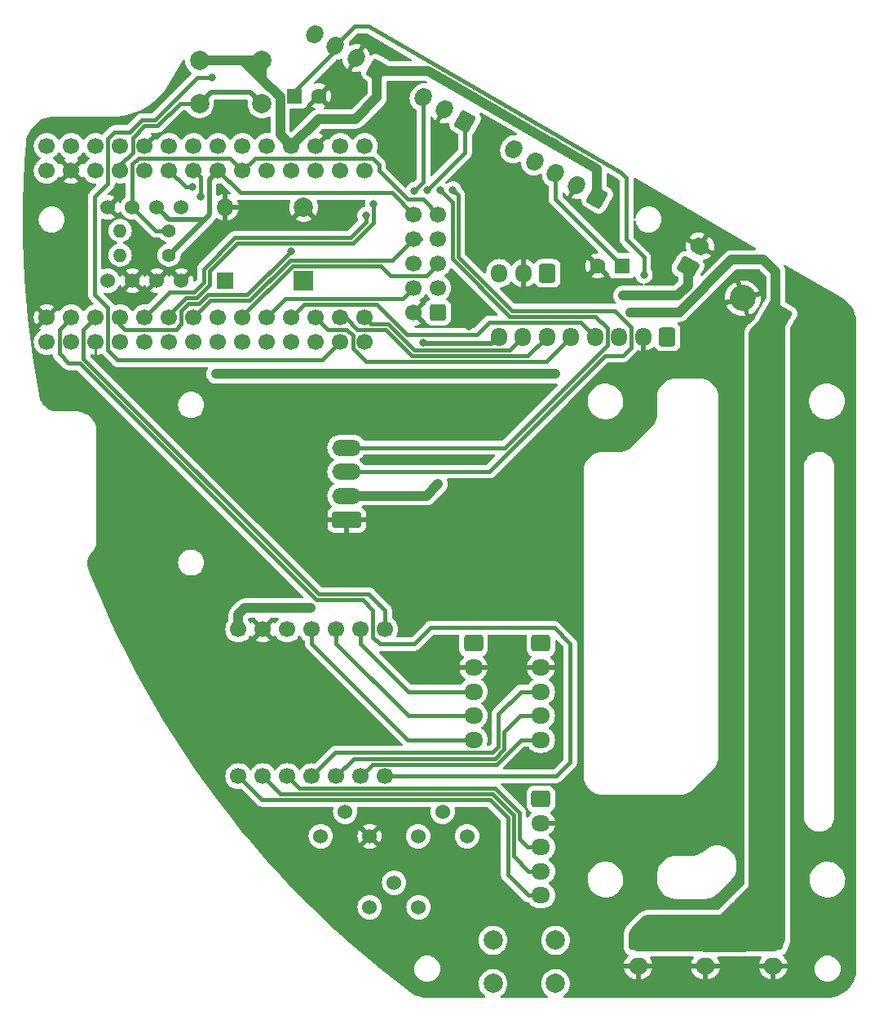
<source format=gbr>
%TF.GenerationSoftware,KiCad,Pcbnew,7.0.9*%
%TF.CreationDate,2024-03-01T15:43:30+09:00*%
%TF.ProjectId,MainBoard,4d61696e-426f-4617-9264-2e6b69636164,rev?*%
%TF.SameCoordinates,Original*%
%TF.FileFunction,Copper,L2,Bot*%
%TF.FilePolarity,Positive*%
%FSLAX46Y46*%
G04 Gerber Fmt 4.6, Leading zero omitted, Abs format (unit mm)*
G04 Created by KiCad (PCBNEW 7.0.9) date 2024-03-01 15:43:30*
%MOMM*%
%LPD*%
G01*
G04 APERTURE LIST*
G04 Aperture macros list*
%AMRoundRect*
0 Rectangle with rounded corners*
0 $1 Rounding radius*
0 $2 $3 $4 $5 $6 $7 $8 $9 X,Y pos of 4 corners*
0 Add a 4 corners polygon primitive as box body*
4,1,4,$2,$3,$4,$5,$6,$7,$8,$9,$2,$3,0*
0 Add four circle primitives for the rounded corners*
1,1,$1+$1,$2,$3*
1,1,$1+$1,$4,$5*
1,1,$1+$1,$6,$7*
1,1,$1+$1,$8,$9*
0 Add four rect primitives between the rounded corners*
20,1,$1+$1,$2,$3,$4,$5,0*
20,1,$1+$1,$4,$5,$6,$7,0*
20,1,$1+$1,$6,$7,$8,$9,0*
20,1,$1+$1,$8,$9,$2,$3,0*%
%AMHorizOval*
0 Thick line with rounded ends*
0 $1 width*
0 $2 $3 position (X,Y) of the first rounded end (center of the circle)*
0 $4 $5 position (X,Y) of the second rounded end (center of the circle)*
0 Add line between two ends*
20,1,$1,$2,$3,$4,$5,0*
0 Add two circle primitives to create the rounded ends*
1,1,$1,$2,$3*
1,1,$1,$4,$5*%
G04 Aperture macros list end*
%TA.AperFunction,ComponentPad*%
%ADD10RoundRect,0.250000X-0.750000X0.600000X-0.750000X-0.600000X0.750000X-0.600000X0.750000X0.600000X0*%
%TD*%
%TA.AperFunction,ComponentPad*%
%ADD11O,2.000000X1.700000*%
%TD*%
%TA.AperFunction,ComponentPad*%
%ADD12RoundRect,0.250000X0.882115X0.327868X-0.157115X0.927868X-0.882115X-0.327868X0.157115X-0.927868X0*%
%TD*%
%TA.AperFunction,ComponentPad*%
%ADD13HorizOval,1.700000X0.062500X0.108253X-0.062500X-0.108253X0*%
%TD*%
%TA.AperFunction,ComponentPad*%
%ADD14C,1.400000*%
%TD*%
%TA.AperFunction,ComponentPad*%
%ADD15O,1.400000X1.400000*%
%TD*%
%TA.AperFunction,ComponentPad*%
%ADD16C,1.524000*%
%TD*%
%TA.AperFunction,ComponentPad*%
%ADD17RoundRect,0.250001X1.502627X0.402628X-0.402628X1.502627X-1.502627X-0.402628X0.402628X-1.502627X0*%
%TD*%
%TA.AperFunction,ComponentPad*%
%ADD18C,2.700000*%
%TD*%
%TA.AperFunction,ComponentPad*%
%ADD19C,1.700000*%
%TD*%
%TA.AperFunction,ComponentPad*%
%ADD20RoundRect,0.250000X0.349519X-0.894615X0.949519X0.144615X-0.349519X0.894615X-0.949519X-0.144615X0*%
%TD*%
%TA.AperFunction,ComponentPad*%
%ADD21HorizOval,1.700000X-0.129904X0.075000X0.129904X-0.075000X0*%
%TD*%
%TA.AperFunction,ComponentPad*%
%ADD22RoundRect,0.250000X-0.725000X0.600000X-0.725000X-0.600000X0.725000X-0.600000X0.725000X0.600000X0*%
%TD*%
%TA.AperFunction,ComponentPad*%
%ADD23O,1.950000X1.700000*%
%TD*%
%TA.AperFunction,ComponentPad*%
%ADD24RoundRect,0.250000X0.600000X0.600000X-0.600000X0.600000X-0.600000X-0.600000X0.600000X-0.600000X0*%
%TD*%
%TA.AperFunction,ComponentPad*%
%ADD25C,2.000000*%
%TD*%
%TA.AperFunction,ComponentPad*%
%ADD26RoundRect,0.250000X0.600000X0.725000X-0.600000X0.725000X-0.600000X-0.725000X0.600000X-0.725000X0*%
%TD*%
%TA.AperFunction,ComponentPad*%
%ADD27O,1.700000X1.950000*%
%TD*%
%TA.AperFunction,ComponentPad*%
%ADD28R,1.800000X1.800000*%
%TD*%
%TA.AperFunction,ComponentPad*%
%ADD29O,1.800000X1.800000*%
%TD*%
%TA.AperFunction,ComponentPad*%
%ADD30R,1.600000X1.600000*%
%TD*%
%TA.AperFunction,ComponentPad*%
%ADD31C,1.600000*%
%TD*%
%TA.AperFunction,ComponentPad*%
%ADD32R,2.000000X2.000000*%
%TD*%
%TA.AperFunction,SMDPad,CuDef*%
%ADD33RoundRect,0.250000X1.250000X-0.600000X1.250000X0.600000X-1.250000X0.600000X-1.250000X-0.600000X0*%
%TD*%
%TA.AperFunction,SMDPad,CuDef*%
%ADD34O,3.000000X1.700000*%
%TD*%
%TA.AperFunction,ViaPad*%
%ADD35C,0.800000*%
%TD*%
%TA.AperFunction,Conductor*%
%ADD36C,0.250000*%
%TD*%
%TA.AperFunction,Conductor*%
%ADD37C,0.400000*%
%TD*%
%TA.AperFunction,Conductor*%
%ADD38C,1.000000*%
%TD*%
%TA.AperFunction,Conductor*%
%ADD39C,2.000000*%
%TD*%
%TA.AperFunction,Conductor*%
%ADD40C,0.500000*%
%TD*%
G04 APERTURE END LIST*
D10*
%TO.P,J6,1,Pin_1*%
%TO.N,+12V*%
X180270000Y-143550000D03*
D11*
%TO.P,J6,2,Pin_2*%
%TO.N,GND*%
X180270000Y-146050000D03*
%TD*%
D12*
%TO.P,J17,1,Pin_1*%
%TO.N,+3.3V*%
X176022000Y-66294000D03*
D13*
%TO.P,J17,2,Pin_2*%
%TO.N,GND*%
X173856936Y-65044000D03*
%TO.P,J17,3,Pin_3*%
%TO.N,Net-(J17-Pin_3)*%
X171691873Y-63794000D03*
%TO.P,J17,4,Pin_4*%
%TO.N,LINE_RX*%
X169526809Y-62544000D03*
%TO.P,J17,5,Pin_5*%
%TO.N,LINE_TX*%
X167361746Y-61294000D03*
%TD*%
D14*
%TO.P,R3,1*%
%TO.N,L3GD_SCL*%
X131572000Y-72288400D03*
D15*
%TO.P,R3,2*%
%TO.N,+3.3V*%
X126492000Y-72288400D03*
%TD*%
D16*
%TO.P,R4,1*%
%TO.N,+3.3V*%
X152400000Y-139954000D03*
%TO.P,R4,2*%
%TO.N,Net-(J17-Pin_3)*%
X154940000Y-137414000D03*
%TO.P,R4,3*%
%TO.N,N/C*%
X157480000Y-139954000D03*
%TD*%
D17*
%TO.P,J11,1,Pin_1*%
%TO.N,+12V*%
X194564000Y-78740000D03*
D18*
%TO.P,J11,2,Pin_2*%
%TO.N,GND*%
X191134539Y-76760000D03*
%TD*%
D19*
%TO.P,U1,1,GND*%
%TO.N,GND*%
X123952000Y-81290000D03*
X118872000Y-78750000D03*
X121412000Y-63510000D03*
X126492000Y-60970000D03*
X129032000Y-60970000D03*
X146812000Y-60970000D03*
%TO.P,U1,2,0_RX1_CRX2_CS1*%
%TO.N,MD_RX*%
X121412000Y-78750000D03*
%TO.P,U1,3,1_TX1_CTX2_MISO1*%
%TO.N,MD_TX*%
X123952000Y-78750000D03*
%TO.P,U1,4,2_OUT2*%
%TO.N,BLDC_PWM*%
X126492000Y-78750000D03*
%TO.P,U1,5,3_LRCLK2*%
%TO.N,FET1_Digital*%
X129032000Y-78750000D03*
%TO.P,U1,6,4_BCLK2*%
%TO.N,FET2_Digital*%
X131572000Y-78750000D03*
%TO.P,U1,7,5_IN2*%
%TO.N,NeoPixel_PWM*%
X134112000Y-78750000D03*
%TO.P,U1,8,6_OUT1D*%
%TO.N,Buzzer*%
X136652000Y-78750000D03*
%TO.P,U1,9,7_RX2_OUT1A*%
%TO.N,IR_RX*%
X139192000Y-78750000D03*
%TO.P,U1,10,8_TX2_IN1*%
%TO.N,IR_TX*%
X141732000Y-78750000D03*
%TO.P,U1,11,9_OUT1C*%
%TO.N,SWT_START*%
X144272000Y-78750000D03*
%TO.P,U1,12,10_CS_MQSR*%
%TO.N,BTN_Left*%
X146812000Y-78750000D03*
%TO.P,U1,13,11_MOSI_CTX1*%
%TO.N,BTN_Run*%
X149352000Y-78750000D03*
%TO.P,U1,14,12_MISO_MQSL*%
%TO.N,BTN_Right*%
X151892000Y-78750000D03*
%TO.P,U1,15,VBAT*%
%TO.N,unconnected-(U1-VBAT-Pad15)*%
X151892000Y-81290000D03*
%TO.P,U1,18,PROGRAM*%
%TO.N,unconnected-(U1-PROGRAM-Pad18)*%
X149352000Y-60970000D03*
%TO.P,U1,19,ON_OFF*%
%TO.N,unconnected-(U1-ON_OFF-Pad19)*%
X151892000Y-60970000D03*
%TO.P,U1,20,13_SCK_CRX1_LED*%
%TO.N,unconnected-(U1-13_SCK_CRX1_LED-Pad20)*%
X151892000Y-63510000D03*
%TO.P,U1,21,14_A0_TX3_SPDIF_OUT*%
%TO.N,IMU_TX*%
X149352000Y-63510000D03*
%TO.P,U1,22,15_A1_RX3_SPDIF_IN*%
%TO.N,IMU_RX*%
X146812000Y-63510000D03*
%TO.P,U1,23,16_A2_RX4_SCL1*%
%TO.N,LINE_RX*%
X144272000Y-63510000D03*
%TO.P,U1,24,17_A3_TX4_SDA1*%
%TO.N,LINE_TX*%
X141732000Y-63510000D03*
%TO.P,U1,25,18_A4_SDA0*%
%TO.N,L3GD_SDA*%
X139192000Y-63510000D03*
%TO.P,U1,26,19_A5_SCL0*%
%TO.N,L3GD_SCL*%
X136652000Y-63510000D03*
%TO.P,U1,27,20_A6_TX5_LRCLK1*%
%TO.N,CAM_TX*%
X134112000Y-63510000D03*
%TO.P,U1,28,21_A7_RX5_BCLK1*%
%TO.N,CAM_RX*%
X131572000Y-63510000D03*
%TO.P,U1,29,22_A8_CTX1*%
%TO.N,IND_PWM*%
X129032000Y-63510000D03*
%TO.P,U1,30,23_A9_CRX1_MCLK1*%
%TO.N,L3GD_RST*%
X126492000Y-63510000D03*
%TO.P,U1,31,3V3*%
%TO.N,+3.3V*%
X129032000Y-81290000D03*
X123952000Y-63510000D03*
X144272000Y-60970000D03*
%TO.P,U1,33,VIN*%
%TO.N,+5V*%
X118872000Y-63510000D03*
%TO.P,U1,34,VUSB*%
%TO.N,unconnected-(U1-VUSB-Pad34)*%
X118872000Y-60970000D03*
%TO.P,U1,35,24_A10_TX6_SCL2*%
%TO.N,TWILIGHT_TX*%
X141732000Y-60970000D03*
%TO.P,U1,36,25_A11_RX6_SDA2*%
%TO.N,TWILIGHT_RX*%
X134112000Y-60970000D03*
%TO.P,U1,37,26_A12_MOSI1*%
%TO.N,BTN_EX*%
X136652000Y-60970000D03*
%TO.P,U1,38,27_A13_SCK1*%
%TO.N,L3GD_Trim*%
X131572000Y-60970000D03*
%TO.P,U1,39,28_RX7*%
%TO.N,EX_RX*%
X139192000Y-60970000D03*
%TO.P,U1,40,29_TX7*%
%TO.N,EX_TX*%
X139192000Y-81290000D03*
%TO.P,U1,41,30_CRX3*%
%TO.N,Touch*%
X149352000Y-81290000D03*
%TO.P,U1,42,31_CTX3*%
%TO.N,LED1*%
X141732000Y-81290000D03*
%TO.P,U1,43,32_OUT1B*%
%TO.N,LED2*%
X146812000Y-81290000D03*
%TO.P,U1,44,33_MCLK2*%
%TO.N,LED3*%
X144272000Y-81290000D03*
%TO.P,U1,45,34_DAT1_MISO2*%
%TO.N,unconnected-(U1-34_DAT1_MISO2-Pad45)*%
X118872000Y-81290000D03*
%TO.P,U1,46,35_DAT0_MOSI2*%
%TO.N,unconnected-(U1-35_DAT0_MOSI2-Pad46)*%
X121412000Y-81290000D03*
%TO.P,U1,48,36_CLK_CS2*%
%TO.N,unconnected-(U1-36_CLK_CS2-Pad48)*%
X126492000Y-81290000D03*
%TO.P,U1,50,37_CMD_SCK2*%
%TO.N,unconnected-(U1-37_CMD_SCK2-Pad50)*%
X131572000Y-81290000D03*
%TO.P,U1,51,38_DAT3_RX5*%
%TO.N,unconnected-(U1-38_DAT3_RX5-Pad51)*%
X134112000Y-81290000D03*
%TO.P,U1,52,39_DAT2_TX5*%
%TO.N,unconnected-(U1-39_DAT2_TX5-Pad52)*%
X136652000Y-81290000D03*
%TO.P,U1,53,D-*%
%TO.N,D-*%
X121412000Y-60970000D03*
%TO.P,U1,54,D+*%
%TO.N,D+*%
X123952000Y-60970000D03*
%TD*%
D20*
%TO.P,J12,1,Pin_1*%
%TO.N,+5V*%
X185440000Y-73539064D03*
D21*
%TO.P,J12,2,Pin_2*%
%TO.N,GND*%
X186690000Y-71374000D03*
%TD*%
D12*
%TO.P,J9,1,Pin_1*%
%TO.N,+3.3V*%
X153162000Y-53086000D03*
D13*
%TO.P,J9,2,Pin_2*%
%TO.N,GND*%
X150996936Y-51836000D03*
%TO.P,J9,3,Pin_3*%
%TO.N,Net-(J9-Pin_3)*%
X148831873Y-50586000D03*
%TO.P,J9,4,Pin_4*%
%TO.N,Touch*%
X146666809Y-49336000D03*
%TD*%
D22*
%TO.P,J3,1,Pin_1*%
%TO.N,+5V*%
X163182300Y-112572800D03*
D23*
%TO.P,J3,2,Pin_2*%
%TO.N,GND*%
X163182300Y-115072800D03*
%TO.P,J3,3,Pin_3*%
%TO.N,MD3_INA*%
X163182300Y-117572800D03*
%TO.P,J3,4,Pin_4*%
%TO.N,MD3_INB*%
X163182300Y-120072800D03*
%TO.P,J3,5,Pin_5*%
%TO.N,MD3_PWM*%
X163182300Y-122572800D03*
%TD*%
D24*
%TO.P,J10,1,Pin_1*%
%TO.N,+12V*%
X159512000Y-78232000D03*
D19*
%TO.P,J10,2,Pin_2*%
%TO.N,GND*%
X156972000Y-78232000D03*
%TO.P,J10,3,Pin_3*%
%TO.N,+5V*%
X159512000Y-75692000D03*
%TO.P,J10,4,Pin_4*%
%TO.N,IR_TX*%
X156972000Y-75692000D03*
%TO.P,J10,5,Pin_5*%
%TO.N,IR_RX*%
X159512000Y-73152000D03*
%TO.P,J10,6,Pin_6*%
%TO.N,CAM_TX*%
X156972000Y-73152000D03*
%TO.P,J10,7,Pin_7*%
%TO.N,CAM_RX*%
X159512000Y-70612000D03*
%TO.P,J10,8,Pin_8*%
%TO.N,NeoPixel_PWM*%
X156972000Y-70612000D03*
%TO.P,J10,9,Pin_9*%
%TO.N,L3GD_SDA*%
X159512000Y-68072000D03*
%TO.P,J10,10,Pin_10*%
%TO.N,L3GD_SCL*%
X156972000Y-68072000D03*
%TD*%
D22*
%TO.P,J1,1,Pin_1*%
%TO.N,+5V*%
X170180000Y-128731000D03*
D23*
%TO.P,J1,2,Pin_2*%
%TO.N,GND*%
X170180000Y-131231000D03*
%TO.P,J1,3,Pin_3*%
%TO.N,MD1_INA*%
X170180000Y-133731000D03*
%TO.P,J1,4,Pin_4*%
%TO.N,MD1_INB*%
X170180000Y-136231000D03*
%TO.P,J1,5,Pin_5*%
%TO.N,MD1_PWM*%
X170180000Y-138731000D03*
%TD*%
D25*
%TO.P,SW1,1,1*%
%TO.N,L3GD_RST*%
X141224000Y-56570000D03*
X134724000Y-56570000D03*
%TO.P,SW1,2,2*%
%TO.N,+3.3V*%
X141224000Y-52070000D03*
X134724000Y-52070000D03*
%TD*%
%TO.P,SW2,1,1*%
%TO.N,BTN_EX*%
X171704000Y-147878800D03*
X165204000Y-147878800D03*
%TO.P,SW2,2,2*%
%TO.N,+3.3V*%
X171704000Y-143378800D03*
X165204000Y-143378800D03*
%TD*%
D10*
%TO.P,J4,1,Pin_1*%
%TO.N,+12V*%
X194310000Y-143550000D03*
D11*
%TO.P,J4,2,Pin_2*%
%TO.N,GND*%
X194310000Y-146050000D03*
%TD*%
D16*
%TO.P,RV1,1,1*%
%TO.N,+3.3V*%
X147320000Y-132588000D03*
%TO.P,RV1,2,2*%
%TO.N,L3GD_Trim*%
X149860000Y-130048000D03*
%TO.P,RV1,3,3*%
%TO.N,GND*%
X152400000Y-132588000D03*
%TD*%
D26*
%TO.P,J13,1,Pin_1*%
%TO.N,+5V*%
X183308000Y-80772000D03*
D27*
%TO.P,J13,2,Pin_2*%
%TO.N,GND*%
X180808000Y-80772000D03*
%TO.P,J13,3,Pin_3*%
%TO.N,+3.3V*%
X178308000Y-80772000D03*
%TO.P,J13,4,Pin_4*%
%TO.N,SWT_START*%
X175808000Y-80772000D03*
%TO.P,J13,5,Pin_5*%
%TO.N,BTN_Left*%
X173308000Y-80772000D03*
%TO.P,J13,6,Pin_6*%
%TO.N,BTN_Run*%
X170808000Y-80772000D03*
%TO.P,J13,7,Pin_7*%
%TO.N,BTN_Right*%
X168308000Y-80772000D03*
%TO.P,J13,8,Pin_8*%
%TO.N,IND_PWM*%
X165808000Y-80772000D03*
%TD*%
D16*
%TO.P,U3,1,VCC*%
%TO.N,+3.3V*%
X132842000Y-67320000D03*
%TO.P,U3,2,SCL*%
%TO.N,L3GD_SCL*%
X130302000Y-67320000D03*
%TO.P,U3,3,SDA*%
%TO.N,L3GD_SDA*%
X127762000Y-67320000D03*
%TO.P,U3,4,SA0*%
%TO.N,GND*%
X125222000Y-67320000D03*
%TO.P,U3,5,GND*%
X132842000Y-74940000D03*
%TO.P,U3,6,INT1*%
X130302000Y-74940000D03*
%TO.P,U3,7,INT2*%
X127762000Y-74940000D03*
%TO.P,U3,8,CS*%
%TO.N,+3.3V*%
X125222000Y-74940000D03*
%TD*%
D28*
%TO.P,D1,1,K*%
%TO.N,Buzzer*%
X137414000Y-74940000D03*
D29*
%TO.P,D1,2,A*%
%TO.N,GND*%
X137414000Y-67320000D03*
%TD*%
D14*
%TO.P,R2,1*%
%TO.N,L3GD_SDA*%
X131572000Y-69748400D03*
D15*
%TO.P,R2,2*%
%TO.N,+3.3V*%
X126492000Y-69748400D03*
%TD*%
D10*
%TO.P,J5,1,Pin_1*%
%TO.N,+12V*%
X187255000Y-143570000D03*
D11*
%TO.P,J5,2,Pin_2*%
%TO.N,GND*%
X187255000Y-146070000D03*
%TD*%
D16*
%TO.P,R5,1*%
%TO.N,+3.3V*%
X157429200Y-132588000D03*
%TO.P,R5,2*%
%TO.N,Net-(J9-Pin_3)*%
X159969200Y-130048000D03*
%TO.P,R5,3*%
%TO.N,N/C*%
X162509200Y-132588000D03*
%TD*%
D12*
%TO.P,J14,1,Pin_1*%
%TO.N,FET1_Digital*%
X162306000Y-58420000D03*
D13*
%TO.P,J14,2,Pin_2*%
%TO.N,GND*%
X160140936Y-57170000D03*
%TO.P,J14,3,Pin_3*%
%TO.N,FET2_Digital*%
X157975873Y-55920000D03*
%TD*%
D22*
%TO.P,J2,1,Pin_1*%
%TO.N,+5V*%
X170167300Y-112572800D03*
D23*
%TO.P,J2,2,Pin_2*%
%TO.N,GND*%
X170167300Y-115072800D03*
%TO.P,J2,3,Pin_3*%
%TO.N,MD2_INA*%
X170167300Y-117572800D03*
%TO.P,J2,4,Pin_4*%
%TO.N,MD2_INB*%
X170167300Y-120072800D03*
%TO.P,J2,5,Pin_5*%
%TO.N,MD2_PWM*%
X170167300Y-122572800D03*
%TD*%
D19*
%TO.P,U2,1,PA02_A0_D0*%
%TO.N,MD1_PWM*%
X138760200Y-126365000D03*
%TO.P,U2,2,PA4_A1_D1*%
%TO.N,MD1_INB*%
X141300200Y-126365000D03*
%TO.P,U2,3,PA10_A2_D2*%
%TO.N,MD1_INA*%
X143840200Y-126365000D03*
%TO.P,U2,4,PA11_A3_D3*%
%TO.N,MD2_INA*%
X146380200Y-126365000D03*
%TO.P,U2,5,PA8_A4_D4_SDA*%
%TO.N,MD2_INB*%
X148920200Y-126365000D03*
%TO.P,U2,6,PA9_A5_D5_SCL*%
%TO.N,MD2_PWM*%
X151460200Y-126365000D03*
%TO.P,U2,7,PB08_A6_D6_TX*%
%TO.N,MD_RX*%
X154000200Y-126365000D03*
%TO.P,U2,8,PB09_A7_D7_RX*%
%TO.N,MD_TX*%
X154000200Y-111125000D03*
%TO.P,U2,9,PA7_A8_D8_SCK*%
%TO.N,MD3_INA*%
X151460200Y-111125000D03*
%TO.P,U2,10,PA5_A9_D9_MISO*%
%TO.N,MD3_INB*%
X148920200Y-111125000D03*
%TO.P,U2,11,PA6_A10_D10_MOSI*%
%TO.N,MD3_PWM*%
X146380200Y-111125000D03*
%TO.P,U2,12,3V3*%
%TO.N,+3.3V*%
X143840200Y-111125000D03*
%TO.P,U2,13,GND*%
%TO.N,GND*%
X141300200Y-111125000D03*
%TO.P,U2,14,5V*%
%TO.N,+5V*%
X138760200Y-111125000D03*
%TD*%
D30*
%TO.P,C1,1*%
%TO.N,Net-(J17-Pin_3)*%
X178587400Y-73406000D03*
D31*
%TO.P,C1,2*%
%TO.N,GND*%
X176087400Y-73406000D03*
%TD*%
D32*
%TO.P,BZ1,1,-*%
%TO.N,Buzzer*%
X145542000Y-74930000D03*
D25*
%TO.P,BZ1,2,+*%
%TO.N,GND*%
X145542000Y-67330000D03*
%TD*%
D26*
%TO.P,J8,1,Pin_1*%
%TO.N,+5V*%
X170862000Y-74168000D03*
D27*
%TO.P,J8,2,Pin_2*%
%TO.N,GND*%
X168362000Y-74168000D03*
%TO.P,J8,3,Pin_3*%
%TO.N,BLDC_PWM*%
X165862000Y-74168000D03*
%TD*%
D30*
%TO.P,C2,1*%
%TO.N,Net-(J9-Pin_3)*%
X144602200Y-55778400D03*
D31*
%TO.P,C2,2*%
%TO.N,GND*%
X147102200Y-55778400D03*
%TD*%
D33*
%TO.P,J7,1,Pin_1*%
%TO.N,GND*%
X150008000Y-99762000D03*
D34*
%TO.P,J7,2,Pin_2*%
%TO.N,+5V*%
X150008000Y-97262000D03*
%TO.P,J7,3,Pin_3*%
%TO.N,IMU_TX*%
X150008000Y-94762000D03*
%TO.P,J7,4,Pin_4*%
%TO.N,IMU_RX*%
X150008000Y-92262000D03*
%TD*%
D35*
%TO.N,GND*%
X160147000Y-59563000D03*
X192659000Y-74549000D03*
X168529000Y-145669000D03*
X161798000Y-64008000D03*
X136906000Y-65532000D03*
X129032000Y-76200000D03*
X188341000Y-139573000D03*
X136906000Y-86233000D03*
X171831000Y-68453000D03*
X132080000Y-111760000D03*
X165608000Y-137541000D03*
X156337000Y-135255000D03*
X147828000Y-130048000D03*
X169799000Y-64643000D03*
X144526000Y-137033000D03*
X163195000Y-136017000D03*
X188722000Y-85598000D03*
X168402000Y-72009000D03*
X153924000Y-60858400D03*
X172593000Y-133858000D03*
X162687000Y-79718500D03*
X166624000Y-115062000D03*
X165354000Y-131445000D03*
X162560000Y-147955000D03*
X138684000Y-128524000D03*
X145948400Y-57302400D03*
X164592000Y-93472000D03*
X173482000Y-128016000D03*
X141351000Y-86106000D03*
X157861000Y-86233000D03*
X162814000Y-89154000D03*
X119634000Y-72390000D03*
X149987000Y-102108000D03*
X154940000Y-139954000D03*
X199771000Y-142240000D03*
X164719000Y-60071000D03*
X149098000Y-67564000D03*
X178562000Y-91694000D03*
X161544000Y-93522800D03*
X161163000Y-108331000D03*
X173990000Y-111506000D03*
X172593000Y-131191000D03*
X138684000Y-101854000D03*
X187579000Y-73025000D03*
X136779000Y-56769000D03*
X160020000Y-139446000D03*
X187833000Y-78105000D03*
X190627000Y-137287000D03*
X161036000Y-112776000D03*
X171831000Y-72136000D03*
X152908000Y-99822000D03*
X132943600Y-53492400D03*
X181102000Y-89027000D03*
X171958000Y-89535000D03*
X181356000Y-133985000D03*
X142240000Y-99187000D03*
X177546000Y-75184000D03*
X188722000Y-125984000D03*
X165862000Y-90932000D03*
X161163000Y-90932000D03*
X172593000Y-141224000D03*
X181356000Y-139319000D03*
X118872000Y-65532000D03*
X185166000Y-80518000D03*
X199390000Y-82550000D03*
X147574000Y-123063000D03*
X190881000Y-146177000D03*
X182118000Y-72136000D03*
X153797000Y-106807000D03*
X160020000Y-132588000D03*
X152400000Y-93472000D03*
X190754000Y-129286000D03*
X173609000Y-66802000D03*
X132080000Y-118110000D03*
X167894000Y-89154000D03*
X128270000Y-92710000D03*
X150749000Y-138557000D03*
X190754000Y-81153000D03*
X167640000Y-104140000D03*
X138684000Y-124079000D03*
X162433000Y-143256000D03*
X157861000Y-98933000D03*
X126492000Y-76200000D03*
X128143000Y-84582000D03*
X170053000Y-86106000D03*
X167513000Y-125095000D03*
X145542000Y-90297000D03*
X145415000Y-103886000D03*
X159105600Y-61874400D03*
X156514800Y-60960000D03*
X148691600Y-53289200D03*
X157861000Y-102870000D03*
X185674000Y-128778000D03*
X161163000Y-86233000D03*
X138684000Y-107442000D03*
X133502400Y-72847200D03*
X147574000Y-106045000D03*
X184658000Y-67818000D03*
X139065000Y-56769000D03*
X150876000Y-54356000D03*
X171831000Y-123952000D03*
X183642000Y-146177000D03*
X174879000Y-146050000D03*
X129032000Y-71120000D03*
X152908000Y-50546000D03*
X119634000Y-75692000D03*
X162814000Y-70612000D03*
X147066000Y-99822000D03*
X151638000Y-143891000D03*
X167640000Y-96520000D03*
X157861000Y-90932000D03*
X190754000Y-71247000D03*
X165608000Y-141224000D03*
X196850000Y-76200000D03*
X129692400Y-57150000D03*
X161036000Y-116332000D03*
X156260800Y-57048400D03*
X149225000Y-134493000D03*
X128270000Y-104140000D03*
X180289200Y-65430400D03*
X180467000Y-82677000D03*
X185166000Y-131191000D03*
X164592000Y-121285000D03*
X161290000Y-96266000D03*
X157480000Y-93472000D03*
X141478000Y-67564000D03*
X166928800Y-67513200D03*
X121793000Y-84836000D03*
%TO.N,Net-(J9-Pin_3)*%
X180879568Y-74314232D03*
%TO.N,+5V*%
X179832000Y-76454000D03*
X146278600Y-108915200D03*
X145211800Y-108915200D03*
X178689000Y-76454000D03*
X159512000Y-96062800D03*
X180975000Y-76454000D03*
%TO.N,+12V*%
X193675000Y-86995000D03*
X193675000Y-112395000D03*
X180467000Y-78232000D03*
X181483000Y-78232000D03*
X187452000Y-141732000D03*
X193675000Y-140335000D03*
X193675000Y-99695000D03*
X191135000Y-140335000D03*
X183642000Y-141732000D03*
X193675000Y-114935000D03*
X193675000Y-102235000D03*
X193675000Y-92075000D03*
X193675000Y-97155000D03*
X193675000Y-89535000D03*
X193675000Y-84455000D03*
X193675000Y-122555000D03*
X193675000Y-109855000D03*
X193675000Y-127635000D03*
X179451000Y-78232000D03*
X193675000Y-117475000D03*
X193675000Y-81915000D03*
X193675000Y-107315000D03*
X193675000Y-120015000D03*
X193675000Y-132715000D03*
X193675000Y-104775000D03*
X193675000Y-135255000D03*
X193675000Y-125095000D03*
X191135000Y-143510000D03*
X193675000Y-94615000D03*
X193675000Y-130175000D03*
X193675000Y-137795000D03*
X183555000Y-143550000D03*
%TO.N,IMU_TX*%
X161036000Y-65532000D03*
%TO.N,IMU_RX*%
X159715200Y-65582800D03*
%TO.N,BLDC_PWM*%
X144200544Y-71882000D03*
%TO.N,Touch*%
X135991600Y-53873400D03*
%TO.N,CAM_TX*%
X134830203Y-66198697D03*
%TO.N,CAM_RX*%
X134023700Y-65227200D03*
%TO.N,+3.3V*%
X137566400Y-84632800D03*
X170535600Y-84632800D03*
X136448800Y-84632800D03*
X171704000Y-84632800D03*
%TO.N,IND_PWM*%
X157937200Y-81347500D03*
%TO.N,FET1_Digital*%
X152006900Y-68173600D03*
X158343600Y-65582800D03*
%TO.N,FET2_Digital*%
X152806400Y-67018500D03*
X157036593Y-65596100D03*
%TD*%
D36*
%TO.N,GND*%
X123952000Y-81290000D02*
X123952000Y-82677000D01*
X123952000Y-82677000D02*
X125857000Y-84582000D01*
X156972000Y-78232000D02*
X158458500Y-79718500D01*
X161671000Y-79718500D02*
X162687000Y-79718500D01*
X125857000Y-84582000D02*
X128143000Y-84582000D01*
X158458500Y-79718500D02*
X161671000Y-79718500D01*
D37*
%TO.N,Net-(J17-Pin_3)*%
X171691873Y-66510985D02*
X178586888Y-73406000D01*
X171691873Y-63794000D02*
X171691873Y-66510985D01*
%TO.N,Net-(J9-Pin_3)*%
X148831873Y-51106127D02*
X144616800Y-55321200D01*
X179070000Y-70662800D02*
X179070000Y-64291953D01*
X152276031Y-48564800D02*
X150853073Y-48564800D01*
X179349400Y-70942200D02*
X179070000Y-70662800D01*
X180879568Y-74314232D02*
X180879568Y-72472368D01*
X144616800Y-55321200D02*
X144616800Y-55778400D01*
X178460400Y-63682353D02*
X152276031Y-48564800D01*
X180879568Y-72472368D02*
X179349400Y-70942200D01*
X150853073Y-48564800D02*
X148831873Y-50586000D01*
X148831873Y-50586000D02*
X148831873Y-51106127D01*
X179070000Y-64291953D02*
X178460400Y-63682353D01*
D38*
%TO.N,+5V*%
X146278600Y-108915200D02*
X145211800Y-108915200D01*
X159512000Y-96062800D02*
X158312800Y-97262000D01*
X179832000Y-76454000D02*
X178689000Y-76454000D01*
X185440000Y-73539064D02*
X185440000Y-75418000D01*
X138760200Y-109601000D02*
X138760200Y-111125000D01*
X158312800Y-97262000D02*
X150008000Y-97262000D01*
X139446000Y-108915200D02*
X138760200Y-109601000D01*
X184404000Y-76454000D02*
X180975000Y-76454000D01*
X180975000Y-76454000D02*
X179832000Y-76454000D01*
X145211800Y-108915200D02*
X139446000Y-108915200D01*
X185440000Y-75418000D02*
X184404000Y-76454000D01*
D37*
%TO.N,MD1_INA*%
X168833800Y-133731000D02*
X170180000Y-133731000D01*
X165410200Y-127615000D02*
X167944800Y-130149600D01*
X167944800Y-130149600D02*
X167944800Y-132842000D01*
X145090200Y-127615000D02*
X165410200Y-127615000D01*
X167944800Y-132842000D02*
X168833800Y-133731000D01*
X143840200Y-126365000D02*
X145090200Y-127615000D01*
%TO.N,MD1_INB*%
X143150200Y-128215000D02*
X165161672Y-128215000D01*
X141300200Y-126365000D02*
X143150200Y-128215000D01*
X165161672Y-128215000D02*
X167335200Y-130388528D01*
X167335200Y-134670800D02*
X168895400Y-136231000D01*
X167335200Y-130388528D02*
X167335200Y-134670800D01*
X168895400Y-136231000D02*
X170180000Y-136231000D01*
%TO.N,MD1_PWM*%
X168855400Y-138731000D02*
X170180000Y-138731000D01*
X138760200Y-126365000D02*
X141210200Y-128815000D01*
X166725600Y-136601200D02*
X168855400Y-138731000D01*
X164913144Y-128815000D02*
X166725600Y-130627456D01*
X166725600Y-130627456D02*
X166725600Y-136601200D01*
X141210200Y-128815000D02*
X164913144Y-128815000D01*
%TO.N,MD2_INA*%
X165760400Y-119888000D02*
X165760400Y-123270944D01*
X148830200Y-123915000D02*
X146380200Y-126365000D01*
X165760400Y-123270944D02*
X165116344Y-123915000D01*
X168075600Y-117572800D02*
X165760400Y-119888000D01*
X170167300Y-117572800D02*
X168075600Y-117572800D01*
X165116344Y-123915000D02*
X148830200Y-123915000D01*
%TO.N,MD2_INB*%
X168064800Y-120072800D02*
X170167300Y-120072800D01*
X148920200Y-126365000D02*
X150770200Y-124515000D01*
X150770200Y-124515000D02*
X165364872Y-124515000D01*
X166360400Y-121777200D02*
X168064800Y-120072800D01*
X166360400Y-123519472D02*
X166360400Y-121777200D01*
X165364872Y-124515000D02*
X166360400Y-123519472D01*
%TO.N,MD2_PWM*%
X165608000Y-125120400D02*
X168155600Y-122572800D01*
X151460200Y-126365000D02*
X152710200Y-125115000D01*
X168155600Y-122572800D02*
X170167300Y-122572800D01*
X152710200Y-125115000D02*
X154517967Y-125115000D01*
X154523367Y-125120400D02*
X165608000Y-125120400D01*
X154517967Y-125115000D02*
X154523367Y-125120400D01*
%TO.N,MD3_INA*%
X156434800Y-117572800D02*
X163182300Y-117572800D01*
X151460200Y-112598200D02*
X156434800Y-117572800D01*
X151460200Y-111125000D02*
X151460200Y-112598200D01*
%TO.N,MD3_INB*%
X156394800Y-120072800D02*
X163182300Y-120072800D01*
X148920200Y-111125000D02*
X148920200Y-112598200D01*
X148920200Y-112598200D02*
X156394800Y-120072800D01*
%TO.N,MD3_PWM*%
X156354800Y-122572800D02*
X163182300Y-122572800D01*
X146380200Y-112598200D02*
X156354800Y-122572800D01*
X146380200Y-111125000D02*
X146380200Y-112598200D01*
D38*
%TO.N,+12V*%
X180467000Y-78232000D02*
X181483000Y-78232000D01*
D39*
X189230000Y-141742800D02*
X190637800Y-140335000D01*
D38*
X194564000Y-78740000D02*
X192786000Y-80518000D01*
D39*
X191135000Y-139837800D02*
X191262000Y-139710800D01*
X194564000Y-78750800D02*
X194564000Y-143306800D01*
X191202000Y-143580800D02*
X192913000Y-141869800D01*
X181356000Y-141742800D02*
X189230000Y-141742800D01*
X180270000Y-143560800D02*
X194310000Y-143560800D01*
X193040000Y-141742800D02*
X193040000Y-139710800D01*
X192786000Y-80528800D02*
X194564000Y-78750800D01*
X191770000Y-140218800D02*
X191262000Y-139710800D01*
X191770000Y-141742800D02*
X189230000Y-141742800D01*
X192786000Y-141742800D02*
X191770000Y-141742800D01*
X180270000Y-143560800D02*
X180270000Y-142828800D01*
D38*
X189992000Y-72771000D02*
X193294000Y-72771000D01*
D39*
X180270000Y-142828800D02*
X181356000Y-141742800D01*
D38*
X181483000Y-78232000D02*
X184531000Y-78232000D01*
D39*
X187255000Y-143580800D02*
X191202000Y-143580800D01*
X191770000Y-141742800D02*
X191770000Y-140218800D01*
X191262000Y-139710800D02*
X192786000Y-138186800D01*
X192913000Y-141869800D02*
X193040000Y-141742800D01*
D38*
X179451000Y-78232000D02*
X180467000Y-78232000D01*
X192786000Y-80518000D02*
X192786000Y-80528800D01*
X194564000Y-74041000D02*
X194564000Y-78740000D01*
D39*
X192913000Y-141869800D02*
X192786000Y-141742800D01*
X193040000Y-139710800D02*
X193040000Y-138440800D01*
X193040000Y-138440800D02*
X192786000Y-138186800D01*
X192786000Y-138186800D02*
X192786000Y-80528800D01*
D38*
X193294000Y-72771000D02*
X194564000Y-74041000D01*
D39*
X190637800Y-140335000D02*
X191135000Y-140335000D01*
X194564000Y-143306800D02*
X194310000Y-143560800D01*
D38*
X184531000Y-78232000D02*
X189992000Y-72771000D01*
D39*
X191135000Y-140335000D02*
X191135000Y-139837800D01*
D37*
%TO.N,IMU_TX*%
X161585200Y-72446272D02*
X167186928Y-78048000D01*
X161585200Y-66081200D02*
X161585200Y-72446272D01*
X178714400Y-82702400D02*
X176870528Y-82702400D01*
X179558000Y-81858800D02*
X178714400Y-82702400D01*
X176870528Y-82702400D02*
X164810928Y-94762000D01*
X177819200Y-78048000D02*
X179558000Y-79786800D01*
X161036000Y-65532000D02*
X161585200Y-66081200D01*
X179558000Y-79786800D02*
X179558000Y-81858800D01*
X164810928Y-94762000D02*
X150008000Y-94762000D01*
X167186928Y-78048000D02*
X177819200Y-78048000D01*
%TO.N,IMU_RX*%
X175828400Y-78648000D02*
X177058000Y-79877600D01*
X177058000Y-81666400D02*
X166462400Y-92262000D01*
X166938400Y-78648000D02*
X175828400Y-78648000D01*
X160985200Y-66852800D02*
X160985200Y-72694800D01*
X160985200Y-72694800D02*
X166938400Y-78648000D01*
X159715200Y-65582800D02*
X160985200Y-66852800D01*
X166462400Y-92262000D02*
X150008000Y-92262000D01*
X177058000Y-79877600D02*
X177058000Y-81666400D01*
%TO.N,BLDC_PWM*%
X139669744Y-76412800D02*
X144200544Y-71882000D01*
X126492000Y-78750000D02*
X126492000Y-79502000D01*
X132842000Y-78079600D02*
X133604000Y-77317600D01*
X126492000Y-79502000D02*
X126990000Y-80000000D01*
X132293200Y-80000000D02*
X132842000Y-79451200D01*
X126990000Y-80000000D02*
X132293200Y-80000000D01*
X135600672Y-76412800D02*
X139669744Y-76412800D01*
X134695872Y-77317600D02*
X135600672Y-76412800D01*
X133604000Y-77317600D02*
X134695872Y-77317600D01*
X132842000Y-79451200D02*
X132842000Y-78079600D01*
%TO.N,Touch*%
X134543800Y-53873400D02*
X135991600Y-53873400D01*
X149352000Y-81290000D02*
X147457000Y-83185000D01*
X123850400Y-76403200D02*
X123850400Y-66217800D01*
X130140000Y-58277200D02*
X134543800Y-53873400D01*
X125907800Y-59512200D02*
X127497672Y-59512200D01*
X126238000Y-83185000D02*
X125222000Y-82169000D01*
X125222000Y-64846200D02*
X125222000Y-60198000D01*
X123850400Y-66217800D02*
X125222000Y-64846200D01*
X147457000Y-83185000D02*
X126238000Y-83185000D01*
X125222000Y-60198000D02*
X125907800Y-59512200D01*
X128732672Y-58277200D02*
X130140000Y-58277200D01*
X125222000Y-82169000D02*
X125222000Y-77774800D01*
X125222000Y-77774800D02*
X123850400Y-76403200D01*
X127497672Y-59512200D02*
X128732672Y-58277200D01*
%TO.N,IR_RX*%
X139192000Y-78587600D02*
X144373600Y-73406000D01*
X139192000Y-78750000D02*
X139192000Y-78587600D01*
X144373600Y-73406000D02*
X153568400Y-73406000D01*
X158262000Y-74402000D02*
X159512000Y-73152000D01*
X154564400Y-74402000D02*
X158262000Y-74402000D01*
X153568400Y-73406000D02*
X154564400Y-74402000D01*
%TO.N,IR_TX*%
X143672400Y-76809600D02*
X155854400Y-76809600D01*
X141732000Y-78750000D02*
X143672400Y-76809600D01*
X155854400Y-76809600D02*
X156972000Y-75692000D01*
%TO.N,CAM_TX*%
X134823200Y-66191694D02*
X134823200Y-64221200D01*
X134830203Y-66198697D02*
X134823200Y-66191694D01*
X134823200Y-64221200D02*
X134112000Y-63510000D01*
%TO.N,CAM_RX*%
X134023700Y-65227200D02*
X133289200Y-65227200D01*
X133289200Y-65227200D02*
X131572000Y-63510000D01*
%TO.N,NeoPixel_PWM*%
X157683200Y-70612000D02*
X156972000Y-70612000D01*
X139918272Y-77012800D02*
X144125072Y-72806000D01*
X144125072Y-72806000D02*
X153162000Y-72806000D01*
X156972000Y-70612000D02*
X154778000Y-72806000D01*
X153162000Y-72806000D02*
X153816928Y-72806000D01*
X135849200Y-77012800D02*
X139918272Y-77012800D01*
X134112000Y-78750000D02*
X135849200Y-77012800D01*
X154778000Y-72806000D02*
X153162000Y-72806000D01*
%TO.N,L3GD_SDA*%
X127762000Y-67320000D02*
X127762000Y-62839600D01*
X152704800Y-62230000D02*
X153365200Y-62890400D01*
X153365200Y-62890400D02*
X153365200Y-63550800D01*
X127762000Y-67320000D02*
X130190400Y-69748400D01*
X156311600Y-66497200D02*
X157937200Y-66497200D01*
X139192000Y-63510000D02*
X140472000Y-62230000D01*
X128371600Y-62230000D02*
X137912000Y-62230000D01*
X140472000Y-62230000D02*
X152704800Y-62230000D01*
X127762000Y-62839600D02*
X128371600Y-62230000D01*
X153365200Y-63550800D02*
X156311600Y-66497200D01*
X157937200Y-66497200D02*
X159512000Y-68072000D01*
X130190400Y-69748400D02*
X131572000Y-69748400D01*
D40*
X139182000Y-63510000D02*
X139192000Y-63510000D01*
D37*
X137912000Y-62230000D02*
X139192000Y-63510000D01*
X139202000Y-63510000D02*
X139192000Y-63510000D01*
D40*
%TO.N,L3GD_SCL*%
X135737600Y-68122800D02*
X131572000Y-72288400D01*
X135280400Y-68580000D02*
X135737600Y-68122800D01*
X130302000Y-67320000D02*
X130312000Y-67320000D01*
D37*
X154736800Y-65836800D02*
X138978800Y-65836800D01*
D40*
X130312000Y-67320000D02*
X131572000Y-68580000D01*
D37*
X156972000Y-68072000D02*
X154736800Y-65836800D01*
D40*
X135737600Y-66802000D02*
X135737600Y-68122800D01*
X131572000Y-68580000D02*
X135280400Y-68580000D01*
X135737600Y-68122800D02*
X135737600Y-64424400D01*
D37*
X138978800Y-65836800D02*
X136652000Y-63510000D01*
D40*
X135737600Y-64424400D02*
X136652000Y-63510000D01*
D38*
%TO.N,+3.3V*%
X147076000Y-58166000D02*
X144272000Y-60970000D01*
X153162000Y-53086000D02*
X153264022Y-53188022D01*
X158483686Y-53188022D02*
X161877321Y-55147338D01*
X141224000Y-52070000D02*
X141224000Y-54051200D01*
X134724000Y-52070000D02*
X139242800Y-52070000D01*
X171704000Y-84632800D02*
X170535600Y-84632800D01*
X153162000Y-55930800D02*
X150926800Y-58166000D01*
X141224000Y-54051200D02*
X143103600Y-55930800D01*
X161877321Y-55147338D02*
X171019324Y-60425476D01*
X176022000Y-63313773D02*
X171019324Y-60425476D01*
X153162000Y-53086000D02*
X153162000Y-55930800D01*
X171019324Y-60425476D02*
X171579684Y-60749000D01*
X139242800Y-52070000D02*
X141224000Y-52070000D01*
X137566400Y-84632800D02*
X136448800Y-84632800D01*
X141224000Y-54051200D02*
X139242800Y-52070000D01*
X176022000Y-66294000D02*
X176022000Y-63313773D01*
X150926800Y-58166000D02*
X147076000Y-58166000D01*
X170535600Y-84632800D02*
X137566400Y-84632800D01*
X153264022Y-53188022D02*
X158483686Y-53188022D01*
X143103600Y-59801600D02*
X144272000Y-60970000D01*
X143103600Y-55930800D02*
X143103600Y-59801600D01*
D37*
%TO.N,SWT_START*%
X145602800Y-77419200D02*
X144272000Y-78750000D01*
X175808000Y-80772000D02*
X174284000Y-79248000D01*
X163525200Y-80518000D02*
X156230656Y-80518000D01*
X174284000Y-79248000D02*
X164795200Y-79248000D01*
X164795200Y-79248000D02*
X163525200Y-80518000D01*
X153131856Y-77419200D02*
X145602800Y-77419200D01*
X156230656Y-80518000D02*
X153131856Y-77419200D01*
%TO.N,BTN_Left*%
X150012400Y-80010000D02*
X148072000Y-80010000D01*
X170733000Y-83347000D02*
X152028600Y-83347000D01*
X150642000Y-81960400D02*
X150642000Y-80639600D01*
X173308000Y-80772000D02*
X170733000Y-83347000D01*
X148072000Y-80010000D02*
X146812000Y-78750000D01*
X150642000Y-80639600D02*
X150012400Y-80010000D01*
X152028600Y-83347000D02*
X150642000Y-81960400D01*
%TO.N,BTN_Run*%
X170808000Y-80772000D02*
X168833000Y-82747000D01*
X149870000Y-78750000D02*
X149352000Y-78750000D01*
X156762600Y-82747000D02*
X154025600Y-80010000D01*
X168833000Y-82747000D02*
X156762600Y-82747000D01*
X151130000Y-80010000D02*
X149870000Y-78750000D01*
X154025600Y-80010000D02*
X151130000Y-80010000D01*
%TO.N,BTN_Right*%
X168308000Y-80772000D02*
X166933000Y-82147000D01*
X152552000Y-79410000D02*
X151892000Y-78750000D01*
X157011128Y-82147000D02*
X154274128Y-79410000D01*
X166933000Y-82147000D02*
X157011128Y-82147000D01*
X154274128Y-79410000D02*
X152552000Y-79410000D01*
D40*
%TO.N,IND_PWM*%
X165083000Y-81497000D02*
X165808000Y-80772000D01*
X158086700Y-81497000D02*
X165083000Y-81497000D01*
X157937200Y-81347500D02*
X158086700Y-81497000D01*
D37*
%TO.N,FET1_Digital*%
X150424272Y-70469200D02*
X138435472Y-70469200D01*
X152006900Y-68886572D02*
X150424272Y-70469200D01*
X134198816Y-76117600D02*
X131664400Y-76117600D01*
X152006900Y-68173600D02*
X152006900Y-68886572D01*
X158343600Y-65582800D02*
X162306000Y-61620400D01*
X135188400Y-75128016D02*
X134198816Y-76117600D01*
X162306000Y-61620400D02*
X162306000Y-58420000D01*
X131664400Y-76117600D02*
X129032000Y-78750000D01*
X135188400Y-73716272D02*
X135188400Y-75128016D01*
X138435472Y-70469200D02*
X135188400Y-73716272D01*
%TO.N,FET2_Digital*%
X152806400Y-67018500D02*
X152806400Y-68935600D01*
X138684000Y-71069200D02*
X135788400Y-73964800D01*
X157036593Y-65596100D02*
X157975873Y-64656820D01*
X131572000Y-78501072D02*
X131572000Y-78750000D01*
X150672800Y-71069200D02*
X138684000Y-71069200D01*
X134447344Y-76717600D02*
X133355472Y-76717600D01*
X152806400Y-68935600D02*
X150672800Y-71069200D01*
X157975873Y-64656820D02*
X157975873Y-55920000D01*
X133355472Y-76717600D02*
X131572000Y-78501072D01*
X135788400Y-75376544D02*
X134447344Y-76717600D01*
X135788400Y-73964800D02*
X135788400Y-75376544D01*
%TO.N,L3GD_RST*%
X127772000Y-60086400D02*
X128981200Y-58877200D01*
X127772000Y-61661200D02*
X127772000Y-60086400D01*
X126492000Y-62941200D02*
X127772000Y-61661200D01*
D40*
X135922000Y-55372000D02*
X134724000Y-56570000D01*
D37*
X132695728Y-56570000D02*
X134724000Y-56570000D01*
D40*
X141224000Y-56570000D02*
X140026000Y-55372000D01*
X140026000Y-55372000D02*
X135922000Y-55372000D01*
D37*
X130388528Y-58877200D02*
X132695728Y-56570000D01*
X126492000Y-63510000D02*
X126492000Y-62941200D01*
X128981200Y-58877200D02*
X130388528Y-58877200D01*
%TO.N,MD_RX*%
X173228000Y-112623600D02*
X173228000Y-124866400D01*
X152710200Y-109123800D02*
X152710200Y-111917800D01*
X146842872Y-108067400D02*
X151653800Y-108067400D01*
X120162000Y-80000000D02*
X120162000Y-82519200D01*
X158699200Y-110947200D02*
X171551600Y-110947200D01*
X121412000Y-78750000D02*
X120162000Y-80000000D01*
X171551600Y-110947200D02*
X173228000Y-112623600D01*
X152710200Y-111917800D02*
X153441400Y-112649000D01*
X121158000Y-83515200D02*
X122290672Y-83515200D01*
X153441400Y-112649000D02*
X156997400Y-112649000D01*
X151653800Y-108067400D02*
X152710200Y-109123800D01*
X173228000Y-124866400D02*
X171729400Y-126365000D01*
X171729400Y-126365000D02*
X154000200Y-126365000D01*
X120162000Y-82519200D02*
X121158000Y-83515200D01*
X156997400Y-112649000D02*
X158699200Y-110947200D01*
X122290672Y-83515200D02*
X146842872Y-108067400D01*
%TO.N,MD_TX*%
X122682000Y-80020000D02*
X123952000Y-78750000D01*
X154000200Y-111125000D02*
X154000200Y-109143800D01*
X122682000Y-83058000D02*
X122682000Y-80020000D01*
X147091400Y-107467400D02*
X122682000Y-83058000D01*
X152323800Y-107467400D02*
X147091400Y-107467400D01*
X154000200Y-109143800D02*
X152323800Y-107467400D01*
%TD*%
%TA.AperFunction,Conductor*%
%TO.N,GND*%
G36*
X133173555Y-52008391D02*
G01*
X133214083Y-52065306D01*
X133220479Y-52095622D01*
X133238890Y-52317812D01*
X133238892Y-52317824D01*
X133299936Y-52558881D01*
X133399826Y-52786606D01*
X133535833Y-52994782D01*
X133535836Y-52994785D01*
X133704256Y-53177738D01*
X133704259Y-53177740D01*
X133704262Y-53177743D01*
X133899660Y-53329828D01*
X133940473Y-53386538D01*
X133944148Y-53456311D01*
X133911179Y-53515362D01*
X129886162Y-57540381D01*
X129824839Y-57573866D01*
X129798481Y-57576700D01*
X128755720Y-57576700D01*
X128751975Y-57576587D01*
X128690068Y-57572842D01*
X128690061Y-57572842D01*
X128629058Y-57584021D01*
X128625357Y-57584584D01*
X128563800Y-57592059D01*
X128563793Y-57592061D01*
X128554319Y-57595654D01*
X128532721Y-57601675D01*
X128522741Y-57603504D01*
X128466191Y-57628955D01*
X128462732Y-57630388D01*
X128404743Y-57652381D01*
X128404738Y-57652384D01*
X128396394Y-57658143D01*
X128376859Y-57669161D01*
X128367619Y-57673320D01*
X128367617Y-57673321D01*
X128318808Y-57711559D01*
X128315794Y-57713776D01*
X128264742Y-57749017D01*
X128264740Y-57749018D01*
X128223614Y-57795440D01*
X128221047Y-57798166D01*
X127243834Y-58775381D01*
X127182511Y-58808866D01*
X127156153Y-58811700D01*
X125930848Y-58811700D01*
X125927103Y-58811587D01*
X125865196Y-58807842D01*
X125865189Y-58807842D01*
X125804186Y-58819021D01*
X125800485Y-58819584D01*
X125738928Y-58827059D01*
X125738921Y-58827061D01*
X125729447Y-58830654D01*
X125707849Y-58836675D01*
X125697869Y-58838504D01*
X125641319Y-58863955D01*
X125637860Y-58865388D01*
X125579871Y-58887381D01*
X125579866Y-58887384D01*
X125571522Y-58893143D01*
X125551987Y-58904161D01*
X125542747Y-58908320D01*
X125542745Y-58908321D01*
X125493936Y-58946559D01*
X125490922Y-58948776D01*
X125439870Y-58984017D01*
X125439868Y-58984018D01*
X125398742Y-59030440D01*
X125396175Y-59033166D01*
X124742966Y-59686375D01*
X124740240Y-59688942D01*
X124688204Y-59735043D01*
X124686995Y-59733679D01*
X124635959Y-59765685D01*
X124566094Y-59764912D01*
X124549942Y-59758712D01*
X124415663Y-59696097D01*
X124415659Y-59696096D01*
X124415655Y-59696094D01*
X124187413Y-59634938D01*
X124187403Y-59634936D01*
X123952001Y-59614341D01*
X123951999Y-59614341D01*
X123716596Y-59634936D01*
X123716586Y-59634938D01*
X123488344Y-59696094D01*
X123488335Y-59696098D01*
X123274171Y-59795964D01*
X123274169Y-59795965D01*
X123080597Y-59931505D01*
X122913505Y-60098597D01*
X122783575Y-60284158D01*
X122728998Y-60327783D01*
X122659500Y-60334977D01*
X122597145Y-60303454D01*
X122580425Y-60284158D01*
X122450494Y-60098597D01*
X122283402Y-59931506D01*
X122283395Y-59931501D01*
X122089834Y-59795967D01*
X122089830Y-59795965D01*
X122061276Y-59782650D01*
X121875663Y-59696097D01*
X121875659Y-59696096D01*
X121875655Y-59696094D01*
X121647413Y-59634938D01*
X121647403Y-59634936D01*
X121412001Y-59614341D01*
X121411999Y-59614341D01*
X121176596Y-59634936D01*
X121176586Y-59634938D01*
X120948344Y-59696094D01*
X120948335Y-59696098D01*
X120734171Y-59795964D01*
X120734169Y-59795965D01*
X120540597Y-59931505D01*
X120373505Y-60098597D01*
X120243575Y-60284158D01*
X120188998Y-60327783D01*
X120119500Y-60334977D01*
X120057145Y-60303454D01*
X120040425Y-60284158D01*
X119910494Y-60098597D01*
X119743402Y-59931506D01*
X119743395Y-59931501D01*
X119549834Y-59795967D01*
X119549830Y-59795965D01*
X119521276Y-59782650D01*
X119335663Y-59696097D01*
X119335659Y-59696096D01*
X119335655Y-59696094D01*
X119107413Y-59634938D01*
X119107403Y-59634936D01*
X118872001Y-59614341D01*
X118871999Y-59614341D01*
X118636596Y-59634936D01*
X118636586Y-59634938D01*
X118408344Y-59696094D01*
X118408335Y-59696098D01*
X118194171Y-59795964D01*
X118194169Y-59795965D01*
X118000597Y-59931505D01*
X117833505Y-60098597D01*
X117697965Y-60292169D01*
X117697964Y-60292171D01*
X117598098Y-60506335D01*
X117598094Y-60506344D01*
X117536938Y-60734586D01*
X117536936Y-60734596D01*
X117516341Y-60969999D01*
X117516341Y-60970000D01*
X117536936Y-61205403D01*
X117536938Y-61205413D01*
X117598094Y-61433655D01*
X117598096Y-61433659D01*
X117598097Y-61433663D01*
X117674426Y-61597351D01*
X117697965Y-61647830D01*
X117697967Y-61647834D01*
X117797000Y-61789267D01*
X117833501Y-61841396D01*
X117833506Y-61841402D01*
X118000597Y-62008493D01*
X118000603Y-62008498D01*
X118186158Y-62138425D01*
X118229783Y-62193002D01*
X118236977Y-62262500D01*
X118205454Y-62324855D01*
X118186158Y-62341575D01*
X118000597Y-62471505D01*
X117833505Y-62638597D01*
X117697965Y-62832169D01*
X117697964Y-62832171D01*
X117598098Y-63046335D01*
X117598094Y-63046344D01*
X117536938Y-63274586D01*
X117536936Y-63274596D01*
X117516341Y-63509999D01*
X117516341Y-63510000D01*
X117536936Y-63745403D01*
X117536938Y-63745413D01*
X117598094Y-63973655D01*
X117598096Y-63973659D01*
X117598097Y-63973663D01*
X117681155Y-64151780D01*
X117697965Y-64187830D01*
X117697967Y-64187834D01*
X117756462Y-64271373D01*
X117833505Y-64381401D01*
X118000599Y-64548495D01*
X118084314Y-64607113D01*
X118194165Y-64684032D01*
X118194167Y-64684033D01*
X118194170Y-64684035D01*
X118408337Y-64783903D01*
X118636592Y-64845063D01*
X118822829Y-64861357D01*
X118871999Y-64865659D01*
X118872000Y-64865659D01*
X118872001Y-64865659D01*
X118921171Y-64861357D01*
X119107408Y-64845063D01*
X119335663Y-64783903D01*
X119549830Y-64684035D01*
X119743401Y-64548495D01*
X119910495Y-64381401D01*
X120040732Y-64195403D01*
X120095307Y-64151780D01*
X120164805Y-64144586D01*
X120227160Y-64176109D01*
X120243880Y-64195405D01*
X120297073Y-64271373D01*
X120928923Y-63639523D01*
X120952507Y-63719844D01*
X121030239Y-63840798D01*
X121138900Y-63934952D01*
X121269685Y-63994680D01*
X121279466Y-63996086D01*
X120650625Y-64624925D01*
X120734421Y-64683599D01*
X120948507Y-64783429D01*
X120948516Y-64783433D01*
X121176673Y-64844567D01*
X121176684Y-64844569D01*
X121411998Y-64865157D01*
X121412002Y-64865157D01*
X121647315Y-64844569D01*
X121647326Y-64844567D01*
X121875483Y-64783433D01*
X121875492Y-64783429D01*
X122089578Y-64683600D01*
X122089582Y-64683598D01*
X122173373Y-64624926D01*
X122173373Y-64624925D01*
X121544533Y-63996086D01*
X121554315Y-63994680D01*
X121685100Y-63934952D01*
X121793761Y-63840798D01*
X121871493Y-63719844D01*
X121895076Y-63639524D01*
X122526925Y-64271373D01*
X122580119Y-64195405D01*
X122634696Y-64151781D01*
X122704195Y-64144588D01*
X122766549Y-64176110D01*
X122783269Y-64195405D01*
X122913505Y-64381401D01*
X123080599Y-64548495D01*
X123164314Y-64607113D01*
X123274165Y-64684032D01*
X123274167Y-64684033D01*
X123274170Y-64684035D01*
X123488337Y-64783903D01*
X123716592Y-64845063D01*
X123926068Y-64863390D01*
X123991137Y-64888842D01*
X124032116Y-64945433D01*
X124035994Y-65015195D01*
X124002942Y-65074599D01*
X123371366Y-65706175D01*
X123368640Y-65708742D01*
X123322218Y-65749868D01*
X123286986Y-65800909D01*
X123284768Y-65803924D01*
X123246524Y-65852739D01*
X123246519Y-65852748D01*
X123242360Y-65861988D01*
X123231342Y-65881523D01*
X123225587Y-65889861D01*
X123225583Y-65889867D01*
X123225582Y-65889870D01*
X123225580Y-65889874D01*
X123225579Y-65889877D01*
X123203589Y-65947855D01*
X123202157Y-65951313D01*
X123176705Y-66007868D01*
X123174877Y-66017842D01*
X123168853Y-66039453D01*
X123165260Y-66048927D01*
X123165259Y-66048928D01*
X123157784Y-66110485D01*
X123157221Y-66114186D01*
X123146042Y-66175190D01*
X123146042Y-66175195D01*
X123149787Y-66237102D01*
X123149900Y-66240847D01*
X123149900Y-76380151D01*
X123149787Y-76383896D01*
X123146042Y-76445803D01*
X123146042Y-76445805D01*
X123157221Y-76506812D01*
X123157784Y-76510513D01*
X123165259Y-76572070D01*
X123165260Y-76572074D01*
X123168851Y-76581543D01*
X123174874Y-76603146D01*
X123176704Y-76613130D01*
X123202159Y-76669690D01*
X123203589Y-76673141D01*
X123225582Y-76731130D01*
X123225936Y-76731643D01*
X123231336Y-76739466D01*
X123242361Y-76759013D01*
X123246520Y-76768255D01*
X123246522Y-76768257D01*
X123282214Y-76813815D01*
X123284771Y-76817078D01*
X123286991Y-76820096D01*
X123322212Y-76871124D01*
X123322216Y-76871128D01*
X123322217Y-76871129D01*
X123368650Y-76912264D01*
X123371341Y-76914798D01*
X123533016Y-77076473D01*
X123686879Y-77230336D01*
X123720364Y-77291659D01*
X123715380Y-77361351D01*
X123673508Y-77417284D01*
X123631292Y-77437792D01*
X123488341Y-77476095D01*
X123488337Y-77476097D01*
X123487331Y-77476566D01*
X123274171Y-77575964D01*
X123274169Y-77575965D01*
X123080597Y-77711505D01*
X122913505Y-77878597D01*
X122783575Y-78064158D01*
X122728998Y-78107783D01*
X122659500Y-78114977D01*
X122597145Y-78083454D01*
X122580425Y-78064158D01*
X122450494Y-77878597D01*
X122283402Y-77711506D01*
X122283395Y-77711501D01*
X122089834Y-77575967D01*
X122089830Y-77575965D01*
X122018319Y-77542619D01*
X121875663Y-77476097D01*
X121875659Y-77476096D01*
X121875655Y-77476094D01*
X121647413Y-77414938D01*
X121647403Y-77414936D01*
X121412001Y-77394341D01*
X121411999Y-77394341D01*
X121176596Y-77414936D01*
X121176586Y-77414938D01*
X120948344Y-77476094D01*
X120948337Y-77476096D01*
X120948337Y-77476097D01*
X120947331Y-77476566D01*
X120734171Y-77575964D01*
X120734169Y-77575965D01*
X120540597Y-77711505D01*
X120373505Y-77878597D01*
X120243269Y-78064595D01*
X120188692Y-78108220D01*
X120119194Y-78115414D01*
X120056839Y-78083891D01*
X120040119Y-78064595D01*
X119986925Y-77988626D01*
X119986925Y-77988625D01*
X119355076Y-78620475D01*
X119331493Y-78540156D01*
X119253761Y-78419202D01*
X119145100Y-78325048D01*
X119014315Y-78265320D01*
X119004533Y-78263913D01*
X119633373Y-77635073D01*
X119633373Y-77635072D01*
X119549583Y-77576402D01*
X119549579Y-77576400D01*
X119335492Y-77476570D01*
X119335483Y-77476566D01*
X119107326Y-77415432D01*
X119107315Y-77415430D01*
X118872002Y-77394843D01*
X118871998Y-77394843D01*
X118636684Y-77415430D01*
X118636673Y-77415432D01*
X118408516Y-77476566D01*
X118408507Y-77476570D01*
X118194419Y-77576401D01*
X118110625Y-77635072D01*
X118739466Y-78263913D01*
X118729685Y-78265320D01*
X118598900Y-78325048D01*
X118490239Y-78419202D01*
X118412507Y-78540156D01*
X118388923Y-78620476D01*
X117757072Y-77988625D01*
X117698401Y-78072419D01*
X117598570Y-78286507D01*
X117598566Y-78286516D01*
X117537432Y-78514673D01*
X117537430Y-78514684D01*
X117516843Y-78749998D01*
X117516843Y-78750001D01*
X117537430Y-78985315D01*
X117537432Y-78985326D01*
X117598566Y-79213483D01*
X117598570Y-79213492D01*
X117698400Y-79427579D01*
X117698402Y-79427583D01*
X117757072Y-79511373D01*
X117757073Y-79511373D01*
X118388923Y-78879523D01*
X118412507Y-78959844D01*
X118490239Y-79080798D01*
X118598900Y-79174952D01*
X118729685Y-79234680D01*
X118739466Y-79236086D01*
X118110625Y-79864925D01*
X118186594Y-79918119D01*
X118230219Y-79972696D01*
X118237413Y-80042194D01*
X118205890Y-80104549D01*
X118186595Y-80121269D01*
X118000594Y-80251508D01*
X117833505Y-80418597D01*
X117697965Y-80612169D01*
X117697964Y-80612171D01*
X117598098Y-80826335D01*
X117598094Y-80826344D01*
X117536938Y-81054586D01*
X117536936Y-81054596D01*
X117516341Y-81289999D01*
X117516341Y-81290000D01*
X117536936Y-81525403D01*
X117536938Y-81525413D01*
X117598094Y-81753655D01*
X117598096Y-81753659D01*
X117598097Y-81753663D01*
X117682887Y-81935495D01*
X117697965Y-81967830D01*
X117697967Y-81967834D01*
X117769925Y-82070600D01*
X117833505Y-82161401D01*
X118000599Y-82328495D01*
X118079237Y-82383558D01*
X118194165Y-82464032D01*
X118194167Y-82464033D01*
X118194170Y-82464035D01*
X118408337Y-82563903D01*
X118408343Y-82563904D01*
X118408344Y-82563905D01*
X118445602Y-82573888D01*
X118636592Y-82625063D01*
X118824918Y-82641539D01*
X118871999Y-82645659D01*
X118872000Y-82645659D01*
X118872001Y-82645659D01*
X118911234Y-82642226D01*
X119107408Y-82625063D01*
X119319838Y-82568143D01*
X119389686Y-82569806D01*
X119447549Y-82608969D01*
X119475026Y-82672970D01*
X119476859Y-82688070D01*
X119476860Y-82688074D01*
X119480451Y-82697543D01*
X119486474Y-82719146D01*
X119488304Y-82729130D01*
X119513759Y-82785690D01*
X119515189Y-82789141D01*
X119537182Y-82847130D01*
X119537183Y-82847131D01*
X119542936Y-82855466D01*
X119553961Y-82875013D01*
X119558120Y-82884255D01*
X119558124Y-82884260D01*
X119596371Y-82933078D01*
X119598591Y-82936096D01*
X119633812Y-82987124D01*
X119633816Y-82987128D01*
X119633817Y-82987129D01*
X119680250Y-83028264D01*
X119682941Y-83030798D01*
X120646399Y-83994256D01*
X120648935Y-83996950D01*
X120690071Y-84043383D01*
X120741130Y-84078627D01*
X120744112Y-84080821D01*
X120792944Y-84119078D01*
X120792947Y-84119080D01*
X120792946Y-84119080D01*
X120802177Y-84123234D01*
X120821731Y-84134262D01*
X120830066Y-84140016D01*
X120830068Y-84140016D01*
X120830070Y-84140018D01*
X120888079Y-84162017D01*
X120891476Y-84163424D01*
X120938770Y-84184709D01*
X120948064Y-84188893D01*
X120948065Y-84188893D01*
X120948069Y-84188895D01*
X120958034Y-84190721D01*
X120979656Y-84196748D01*
X120982777Y-84197931D01*
X120989128Y-84200340D01*
X121034251Y-84205818D01*
X121050674Y-84207813D01*
X121054371Y-84208375D01*
X121115394Y-84219558D01*
X121170752Y-84216209D01*
X121177303Y-84215813D01*
X121181048Y-84215700D01*
X121949153Y-84215700D01*
X122016192Y-84235385D01*
X122036834Y-84252019D01*
X145487834Y-107703019D01*
X145521319Y-107764342D01*
X145516335Y-107834034D01*
X145474463Y-107889967D01*
X145408999Y-107914384D01*
X145400153Y-107914700D01*
X139458717Y-107914700D01*
X139369637Y-107912443D01*
X139369628Y-107912443D01*
X139309260Y-107923264D01*
X139304595Y-107923918D01*
X139243563Y-107930125D01*
X139243555Y-107930127D01*
X139210781Y-107940410D01*
X139203154Y-107942282D01*
X139169350Y-107948341D01*
X139112384Y-107971094D01*
X139107948Y-107972673D01*
X139049414Y-107991040D01*
X139049412Y-107991041D01*
X139019385Y-108007706D01*
X139012293Y-108011074D01*
X138980383Y-108023821D01*
X138929154Y-108057583D01*
X138925126Y-108060024D01*
X138871502Y-108089788D01*
X138871499Y-108089790D01*
X138845427Y-108112170D01*
X138839160Y-108116895D01*
X138810482Y-108135798D01*
X138810475Y-108135803D01*
X138767116Y-108179162D01*
X138763661Y-108182364D01*
X138717106Y-108222332D01*
X138717105Y-108222333D01*
X138696076Y-108249500D01*
X138690884Y-108255394D01*
X138061732Y-108884546D01*
X137997146Y-108945942D01*
X137962099Y-108996294D01*
X137959262Y-109000056D01*
X137920502Y-109047592D01*
X137920499Y-109047597D01*
X137904592Y-109078047D01*
X137900524Y-109084761D01*
X137880902Y-109112954D01*
X137856709Y-109169330D01*
X137854688Y-109173584D01*
X137826291Y-109227951D01*
X137826290Y-109227952D01*
X137816840Y-109260975D01*
X137814207Y-109268371D01*
X137800659Y-109299943D01*
X137788313Y-109360019D01*
X137787190Y-109364595D01*
X137770313Y-109423577D01*
X137770313Y-109423579D01*
X137767703Y-109457841D01*
X137766614Y-109465608D01*
X137761180Y-109492052D01*
X137759700Y-109499258D01*
X137759700Y-109560597D01*
X137759521Y-109565306D01*
X137754862Y-109626474D01*
X137756907Y-109642527D01*
X137759203Y-109660560D01*
X137759700Y-109668388D01*
X137759700Y-110164241D01*
X137740015Y-110231280D01*
X137723381Y-110251922D01*
X137721705Y-110253597D01*
X137586165Y-110447169D01*
X137586164Y-110447171D01*
X137486298Y-110661335D01*
X137486294Y-110661344D01*
X137425138Y-110889586D01*
X137425136Y-110889596D01*
X137404541Y-111124999D01*
X137404541Y-111125000D01*
X137425136Y-111360403D01*
X137425138Y-111360413D01*
X137486294Y-111588655D01*
X137486296Y-111588659D01*
X137486297Y-111588663D01*
X137547629Y-111720189D01*
X137586165Y-111802830D01*
X137586167Y-111802834D01*
X137674381Y-111928815D01*
X137721705Y-111996401D01*
X137888799Y-112163495D01*
X137963247Y-112215624D01*
X138082365Y-112299032D01*
X138082367Y-112299033D01*
X138082370Y-112299035D01*
X138296537Y-112398903D01*
X138524792Y-112460063D01*
X138713118Y-112476539D01*
X138760199Y-112480659D01*
X138760200Y-112480659D01*
X138760201Y-112480659D01*
X138799434Y-112477226D01*
X138995608Y-112460063D01*
X139223863Y-112398903D01*
X139438030Y-112299035D01*
X139631601Y-112163495D01*
X139798695Y-111996401D01*
X139928932Y-111810403D01*
X139983507Y-111766780D01*
X140053005Y-111759586D01*
X140115360Y-111791109D01*
X140132080Y-111810405D01*
X140185273Y-111886373D01*
X140817123Y-111254523D01*
X140840707Y-111334844D01*
X140918439Y-111455798D01*
X141027100Y-111549952D01*
X141157885Y-111609680D01*
X141167666Y-111611086D01*
X140538825Y-112239925D01*
X140622621Y-112298599D01*
X140836707Y-112398429D01*
X140836716Y-112398433D01*
X141064873Y-112459567D01*
X141064884Y-112459569D01*
X141300198Y-112480157D01*
X141300202Y-112480157D01*
X141535515Y-112459569D01*
X141535526Y-112459567D01*
X141763683Y-112398433D01*
X141763692Y-112398429D01*
X141977778Y-112298600D01*
X141977782Y-112298598D01*
X142061573Y-112239926D01*
X142061573Y-112239925D01*
X141432733Y-111611086D01*
X141442515Y-111609680D01*
X141573300Y-111549952D01*
X141681961Y-111455798D01*
X141759693Y-111334844D01*
X141783276Y-111254524D01*
X142415125Y-111886373D01*
X142468319Y-111810405D01*
X142522896Y-111766781D01*
X142592395Y-111759588D01*
X142654749Y-111791110D01*
X142671469Y-111810405D01*
X142801705Y-111996401D01*
X142968799Y-112163495D01*
X143043247Y-112215624D01*
X143162365Y-112299032D01*
X143162367Y-112299033D01*
X143162370Y-112299035D01*
X143376537Y-112398903D01*
X143604792Y-112460063D01*
X143793118Y-112476539D01*
X143840199Y-112480659D01*
X143840200Y-112480659D01*
X143840201Y-112480659D01*
X143879434Y-112477226D01*
X144075608Y-112460063D01*
X144303863Y-112398903D01*
X144518030Y-112299035D01*
X144711601Y-112163495D01*
X144878695Y-111996401D01*
X145008625Y-111810842D01*
X145063202Y-111767217D01*
X145132700Y-111760023D01*
X145195055Y-111791546D01*
X145211775Y-111810842D01*
X145341701Y-111996396D01*
X145341706Y-111996402D01*
X145508797Y-112163494D01*
X145626823Y-112246136D01*
X145670448Y-112300713D01*
X145679700Y-112347711D01*
X145679700Y-112575151D01*
X145679587Y-112578896D01*
X145675842Y-112640803D01*
X145675842Y-112640805D01*
X145687021Y-112701812D01*
X145687584Y-112705513D01*
X145695059Y-112767070D01*
X145695060Y-112767074D01*
X145698651Y-112776543D01*
X145704674Y-112798146D01*
X145706504Y-112808130D01*
X145731959Y-112864690D01*
X145733389Y-112868141D01*
X145755382Y-112926130D01*
X145755383Y-112926131D01*
X145761136Y-112934466D01*
X145772161Y-112954013D01*
X145776320Y-112963255D01*
X145776324Y-112963260D01*
X145814571Y-113012078D01*
X145816791Y-113015096D01*
X145852012Y-113066124D01*
X145852016Y-113066128D01*
X145852017Y-113066129D01*
X145898450Y-113107264D01*
X145901141Y-113109798D01*
X150892327Y-118100983D01*
X155794163Y-123002819D01*
X155827648Y-123064142D01*
X155822664Y-123133834D01*
X155780792Y-123189767D01*
X155715328Y-123214184D01*
X155706482Y-123214500D01*
X148853237Y-123214500D01*
X148849493Y-123214387D01*
X148787597Y-123210643D01*
X148787590Y-123210643D01*
X148726602Y-123221819D01*
X148722901Y-123222382D01*
X148661325Y-123229860D01*
X148651842Y-123233456D01*
X148630238Y-123239478D01*
X148628735Y-123239754D01*
X148620265Y-123241306D01*
X148563722Y-123266754D01*
X148560263Y-123268187D01*
X148524067Y-123281915D01*
X148502270Y-123290182D01*
X148502268Y-123290183D01*
X148502266Y-123290184D01*
X148502261Y-123290186D01*
X148493922Y-123295942D01*
X148474390Y-123306959D01*
X148465146Y-123311120D01*
X148416324Y-123349368D01*
X148413309Y-123351586D01*
X148362268Y-123386818D01*
X148321142Y-123433240D01*
X148318575Y-123435966D01*
X146752194Y-125002347D01*
X146690871Y-125035832D01*
X146632425Y-125034442D01*
X146615610Y-125029937D01*
X146380201Y-125009341D01*
X146380199Y-125009341D01*
X146144796Y-125029936D01*
X146144786Y-125029938D01*
X145916544Y-125091094D01*
X145916535Y-125091098D01*
X145702371Y-125190964D01*
X145702369Y-125190965D01*
X145508797Y-125326505D01*
X145341705Y-125493597D01*
X145211775Y-125679158D01*
X145157198Y-125722783D01*
X145087700Y-125729977D01*
X145025345Y-125698454D01*
X145008625Y-125679158D01*
X144878694Y-125493597D01*
X144711602Y-125326506D01*
X144711595Y-125326501D01*
X144518034Y-125190967D01*
X144518030Y-125190965D01*
X144518028Y-125190964D01*
X144303863Y-125091097D01*
X144303859Y-125091096D01*
X144303855Y-125091094D01*
X144075613Y-125029938D01*
X144075603Y-125029936D01*
X143840201Y-125009341D01*
X143840199Y-125009341D01*
X143604796Y-125029936D01*
X143604786Y-125029938D01*
X143376544Y-125091094D01*
X143376535Y-125091098D01*
X143162371Y-125190964D01*
X143162369Y-125190965D01*
X142968797Y-125326505D01*
X142801705Y-125493597D01*
X142671775Y-125679158D01*
X142617198Y-125722783D01*
X142547700Y-125729977D01*
X142485345Y-125698454D01*
X142468625Y-125679158D01*
X142338694Y-125493597D01*
X142171602Y-125326506D01*
X142171595Y-125326501D01*
X141978034Y-125190967D01*
X141978030Y-125190965D01*
X141978028Y-125190964D01*
X141763863Y-125091097D01*
X141763859Y-125091096D01*
X141763855Y-125091094D01*
X141535613Y-125029938D01*
X141535603Y-125029936D01*
X141300201Y-125009341D01*
X141300199Y-125009341D01*
X141064796Y-125029936D01*
X141064786Y-125029938D01*
X140836544Y-125091094D01*
X140836535Y-125091098D01*
X140622371Y-125190964D01*
X140622369Y-125190965D01*
X140428797Y-125326505D01*
X140261705Y-125493597D01*
X140131775Y-125679158D01*
X140077198Y-125722783D01*
X140007700Y-125729977D01*
X139945345Y-125698454D01*
X139928625Y-125679158D01*
X139798694Y-125493597D01*
X139631602Y-125326506D01*
X139631595Y-125326501D01*
X139438034Y-125190967D01*
X139438030Y-125190965D01*
X139438028Y-125190964D01*
X139223863Y-125091097D01*
X139223859Y-125091096D01*
X139223855Y-125091094D01*
X138995613Y-125029938D01*
X138995603Y-125029936D01*
X138760201Y-125009341D01*
X138760199Y-125009341D01*
X138524796Y-125029936D01*
X138524786Y-125029938D01*
X138296544Y-125091094D01*
X138296535Y-125091098D01*
X138082371Y-125190964D01*
X138082369Y-125190965D01*
X137888797Y-125326505D01*
X137721705Y-125493597D01*
X137586165Y-125687169D01*
X137586164Y-125687171D01*
X137486298Y-125901335D01*
X137486294Y-125901344D01*
X137425138Y-126129586D01*
X137425136Y-126129596D01*
X137404541Y-126364999D01*
X137404541Y-126365000D01*
X137425136Y-126600403D01*
X137425138Y-126600413D01*
X137486294Y-126828655D01*
X137486296Y-126828659D01*
X137486297Y-126828663D01*
X137532868Y-126928535D01*
X137586165Y-127042830D01*
X137586167Y-127042834D01*
X137694481Y-127197521D01*
X137721705Y-127236401D01*
X137888799Y-127403495D01*
X137985584Y-127471265D01*
X138082365Y-127539032D01*
X138082367Y-127539033D01*
X138082370Y-127539035D01*
X138296537Y-127638903D01*
X138524792Y-127700063D01*
X138713118Y-127716539D01*
X138760199Y-127720659D01*
X138760200Y-127720659D01*
X138760201Y-127720659D01*
X138799434Y-127717226D01*
X138995608Y-127700063D01*
X139012416Y-127695559D01*
X139082264Y-127697218D01*
X139132194Y-127727651D01*
X140698599Y-129294056D01*
X140701135Y-129296750D01*
X140742271Y-129343183D01*
X140742273Y-129343185D01*
X140769221Y-129361786D01*
X140793317Y-129378417D01*
X140796307Y-129380617D01*
X140845143Y-129418878D01*
X140854380Y-129423035D01*
X140873926Y-129434058D01*
X140882270Y-129439818D01*
X140940252Y-129461807D01*
X140943714Y-129463241D01*
X141000268Y-129488694D01*
X141010230Y-129490519D01*
X141031851Y-129496546D01*
X141041325Y-129500139D01*
X141041328Y-129500140D01*
X141058071Y-129502173D01*
X141102889Y-129507615D01*
X141106586Y-129508177D01*
X141167594Y-129519357D01*
X141167595Y-129519356D01*
X141167596Y-129519357D01*
X141229493Y-129515613D01*
X141233237Y-129515500D01*
X148534047Y-129515500D01*
X148601086Y-129535185D01*
X148646841Y-129587989D01*
X148656785Y-129657147D01*
X148653825Y-129671577D01*
X148636635Y-129735732D01*
X148611930Y-129827930D01*
X148611929Y-129827937D01*
X148592677Y-130047997D01*
X148592677Y-130048002D01*
X148611929Y-130268062D01*
X148611930Y-130268070D01*
X148669104Y-130481445D01*
X148669105Y-130481447D01*
X148669106Y-130481450D01*
X148734015Y-130620648D01*
X148762466Y-130681662D01*
X148762468Y-130681666D01*
X148889170Y-130862615D01*
X148889175Y-130862621D01*
X149045378Y-131018824D01*
X149045384Y-131018829D01*
X149226333Y-131145531D01*
X149226335Y-131145532D01*
X149226338Y-131145534D01*
X149426550Y-131238894D01*
X149639932Y-131296070D01*
X149797123Y-131309822D01*
X149859998Y-131315323D01*
X149860000Y-131315323D01*
X149860002Y-131315323D01*
X149915017Y-131310509D01*
X150080068Y-131296070D01*
X150293450Y-131238894D01*
X150493662Y-131145534D01*
X150674620Y-131018826D01*
X150830826Y-130862620D01*
X150957534Y-130681662D01*
X151050894Y-130481450D01*
X151108070Y-130268068D01*
X151127323Y-130048000D01*
X151108070Y-129827932D01*
X151066178Y-129671590D01*
X151067841Y-129601744D01*
X151107003Y-129543882D01*
X151171231Y-129516377D01*
X151185953Y-129515500D01*
X158643247Y-129515500D01*
X158710286Y-129535185D01*
X158756041Y-129587989D01*
X158765985Y-129657147D01*
X158763025Y-129671577D01*
X158745835Y-129735732D01*
X158721130Y-129827930D01*
X158721129Y-129827937D01*
X158701877Y-130047997D01*
X158701877Y-130048002D01*
X158721129Y-130268062D01*
X158721130Y-130268070D01*
X158778304Y-130481445D01*
X158778305Y-130481447D01*
X158778306Y-130481450D01*
X158843215Y-130620648D01*
X158871666Y-130681662D01*
X158871668Y-130681666D01*
X158998370Y-130862615D01*
X158998375Y-130862621D01*
X159154578Y-131018824D01*
X159154584Y-131018829D01*
X159335533Y-131145531D01*
X159335535Y-131145532D01*
X159335538Y-131145534D01*
X159535750Y-131238894D01*
X159749132Y-131296070D01*
X159906323Y-131309822D01*
X159969198Y-131315323D01*
X159969200Y-131315323D01*
X159969202Y-131315323D01*
X160024217Y-131310509D01*
X160189268Y-131296070D01*
X160402650Y-131238894D01*
X160602862Y-131145534D01*
X160783820Y-131018826D01*
X160940026Y-130862620D01*
X161066734Y-130681662D01*
X161160094Y-130481450D01*
X161217270Y-130268068D01*
X161236523Y-130048000D01*
X161217270Y-129827932D01*
X161175378Y-129671590D01*
X161177041Y-129601744D01*
X161216203Y-129543882D01*
X161280431Y-129516377D01*
X161295153Y-129515500D01*
X164571625Y-129515500D01*
X164638664Y-129535185D01*
X164659306Y-129551819D01*
X165988781Y-130881294D01*
X166022266Y-130942617D01*
X166025100Y-130968975D01*
X166025100Y-136578151D01*
X166024987Y-136581896D01*
X166021242Y-136643803D01*
X166021242Y-136643805D01*
X166032421Y-136704812D01*
X166032984Y-136708513D01*
X166040459Y-136770070D01*
X166040460Y-136770074D01*
X166044051Y-136779543D01*
X166050074Y-136801146D01*
X166051904Y-136811130D01*
X166077359Y-136867690D01*
X166078789Y-136871141D01*
X166100782Y-136929130D01*
X166100783Y-136929131D01*
X166106536Y-136937466D01*
X166117561Y-136957013D01*
X166121720Y-136966255D01*
X166121724Y-136966260D01*
X166159971Y-137015078D01*
X166162191Y-137018096D01*
X166197412Y-137069124D01*
X166197416Y-137069128D01*
X166197417Y-137069129D01*
X166243850Y-137110264D01*
X166246541Y-137112798D01*
X168343799Y-139210056D01*
X168346335Y-139212750D01*
X168361708Y-139230102D01*
X168387470Y-139259182D01*
X168438506Y-139294410D01*
X168441522Y-139296630D01*
X168465297Y-139315256D01*
X168490343Y-139334878D01*
X168494672Y-139336826D01*
X168499582Y-139339036D01*
X168519133Y-139350063D01*
X168527470Y-139355818D01*
X168585458Y-139377809D01*
X168588896Y-139379234D01*
X168645468Y-139404695D01*
X168655442Y-139406522D01*
X168677056Y-139412548D01*
X168686527Y-139416140D01*
X168748073Y-139423613D01*
X168751770Y-139424175D01*
X168812794Y-139435358D01*
X168826751Y-139434513D01*
X168894855Y-139450112D01*
X168935815Y-139487164D01*
X169016505Y-139602402D01*
X169183597Y-139769494D01*
X169377169Y-139905034D01*
X169377171Y-139905035D01*
X169591337Y-140004903D01*
X169819592Y-140066063D01*
X169996034Y-140081500D01*
X170363966Y-140081500D01*
X170540408Y-140066063D01*
X170768663Y-140004903D01*
X170982829Y-139905035D01*
X171176401Y-139769495D01*
X171343495Y-139602401D01*
X171479035Y-139408830D01*
X171578903Y-139194663D01*
X171640063Y-138966408D01*
X171660659Y-138731000D01*
X171660576Y-138730057D01*
X171656313Y-138681323D01*
X171640063Y-138495592D01*
X171586675Y-138296341D01*
X171578905Y-138267344D01*
X171578904Y-138267343D01*
X171578903Y-138267337D01*
X171479035Y-138053171D01*
X171477078Y-138050375D01*
X171343494Y-137859597D01*
X171176403Y-137692506D01*
X171046560Y-137601590D01*
X171019401Y-137582573D01*
X170975778Y-137527999D01*
X170968584Y-137458500D01*
X171000106Y-137396145D01*
X171019398Y-137379428D01*
X171176401Y-137269495D01*
X171294333Y-137151563D01*
X175031387Y-137151563D01*
X175061013Y-137420813D01*
X175061015Y-137420824D01*
X175116765Y-137634070D01*
X175129528Y-137682888D01*
X175235470Y-137932190D01*
X175333297Y-138092485D01*
X175376579Y-138163405D01*
X175376586Y-138163415D01*
X175549853Y-138371619D01*
X175549859Y-138371624D01*
X175686155Y-138493745D01*
X175751598Y-138552382D01*
X175977510Y-138701844D01*
X176222776Y-138816820D01*
X176222783Y-138816822D01*
X176222785Y-138816823D01*
X176482157Y-138894857D01*
X176482164Y-138894858D01*
X176482169Y-138894860D01*
X176750161Y-138934300D01*
X176750166Y-138934300D01*
X176953236Y-138934300D01*
X177008675Y-138930242D01*
X177155756Y-138919477D01*
X177268358Y-138894393D01*
X177420146Y-138860582D01*
X177420148Y-138860581D01*
X177420153Y-138860580D01*
X177673158Y-138763814D01*
X177909377Y-138631241D01*
X178123777Y-138465688D01*
X178311786Y-138270681D01*
X178469399Y-138050379D01*
X178567487Y-137859597D01*
X178593249Y-137809490D01*
X178593251Y-137809484D01*
X178593256Y-137809475D01*
X178680718Y-137553105D01*
X178729919Y-137286733D01*
X178732715Y-137210229D01*
X182251493Y-137210229D01*
X182283992Y-137457071D01*
X182285725Y-137470228D01*
X182307935Y-137553114D01*
X182353600Y-137723535D01*
X182409960Y-137859599D01*
X182453958Y-137965816D01*
X182504394Y-138053171D01*
X182585080Y-138192921D01*
X182585084Y-138192927D01*
X182744724Y-138400970D01*
X182744732Y-138400979D01*
X182930160Y-138586402D01*
X182930164Y-138586406D01*
X183028774Y-138662069D01*
X183138218Y-138746046D01*
X183138220Y-138746047D01*
X183138229Y-138746053D01*
X183336608Y-138860582D01*
X183365330Y-138877164D01*
X183607613Y-138977516D01*
X183682829Y-138997668D01*
X183860917Y-139045384D01*
X183860919Y-139045384D01*
X183860922Y-139045385D01*
X184120922Y-139079609D01*
X184252044Y-139079607D01*
X184252544Y-139079607D01*
X187087246Y-139079607D01*
X187087276Y-139079615D01*
X187138617Y-139079615D01*
X187138617Y-139079616D01*
X187250963Y-139079615D01*
X187250966Y-139079615D01*
X187250966Y-139079614D01*
X187474241Y-139054456D01*
X187693299Y-139004456D01*
X187905381Y-138930243D01*
X188107821Y-138832752D01*
X188298072Y-138713208D01*
X188473743Y-138573115D01*
X188541188Y-138505667D01*
X188541197Y-138505661D01*
X188553112Y-138493745D01*
X188553114Y-138493745D01*
X189885274Y-137161583D01*
X189885364Y-137161534D01*
X189921630Y-137125265D01*
X189921631Y-137125266D01*
X190001070Y-137045823D01*
X190141159Y-136870148D01*
X190260699Y-136679893D01*
X190358186Y-136477451D01*
X190432394Y-136265366D01*
X190455088Y-136165930D01*
X190482387Y-136046322D01*
X190482388Y-136046313D01*
X190482390Y-136046306D01*
X190507545Y-135823026D01*
X190507544Y-135710680D01*
X190507544Y-135710180D01*
X190507544Y-135557672D01*
X190507544Y-135545616D01*
X190507490Y-135545073D01*
X190507490Y-135420941D01*
X190491831Y-135307020D01*
X190470226Y-135149836D01*
X190396395Y-134886327D01*
X190287374Y-134635325D01*
X190287372Y-134635322D01*
X190287371Y-134635319D01*
X190145197Y-134401513D01*
X190145192Y-134401505D01*
X189972500Y-134189224D01*
X189972489Y-134189213D01*
X189772508Y-134002429D01*
X189772504Y-134002426D01*
X189721484Y-133966408D01*
X189548946Y-133844605D01*
X189548945Y-133844604D01*
X189548943Y-133844603D01*
X189548941Y-133844602D01*
X189305979Y-133718690D01*
X189305980Y-133718690D01*
X189212706Y-133685534D01*
X189048129Y-133627031D01*
X189048124Y-133627030D01*
X189048119Y-133627028D01*
X188780209Y-133571333D01*
X188780198Y-133571332D01*
X188507193Y-133552634D01*
X188507188Y-133552634D01*
X188507185Y-133552634D01*
X188264500Y-133569210D01*
X188234164Y-133571283D01*
X187966237Y-133626928D01*
X187966224Y-133626931D01*
X187708360Y-133718542D01*
X187465374Y-133844409D01*
X187241783Y-134002191D01*
X187143189Y-134094245D01*
X187140271Y-134096803D01*
X187110965Y-134120918D01*
X186931538Y-134264832D01*
X186925850Y-134268891D01*
X186838713Y-134323927D01*
X186692781Y-134408606D01*
X186687966Y-134411125D01*
X186586735Y-134458553D01*
X186583171Y-134460089D01*
X186434224Y-134518814D01*
X186430570Y-134520125D01*
X186324225Y-134554537D01*
X186318987Y-134555981D01*
X186154535Y-134593677D01*
X186053255Y-134612921D01*
X186046332Y-134613837D01*
X185818307Y-134631009D01*
X185801036Y-134632091D01*
X185778777Y-134633486D01*
X185774915Y-134633607D01*
X184240304Y-134633607D01*
X184239927Y-134633642D01*
X184120930Y-134633642D01*
X184120929Y-134633642D01*
X184120925Y-134633642D01*
X183990927Y-134650753D01*
X183860925Y-134667865D01*
X183607637Y-134735729D01*
X183365343Y-134836085D01*
X183138237Y-134967202D01*
X182930193Y-135126836D01*
X182930188Y-135126840D01*
X182744768Y-135312256D01*
X182744762Y-135312263D01*
X182585127Y-135520301D01*
X182585120Y-135520312D01*
X182454002Y-135747412D01*
X182454000Y-135747416D01*
X182353644Y-135989692D01*
X182319473Y-136117224D01*
X182291103Y-136223104D01*
X182285774Y-136242991D01*
X182285771Y-136243004D01*
X182251545Y-136502978D01*
X182251544Y-136502994D01*
X182251544Y-137027693D01*
X182251493Y-137027866D01*
X182251493Y-137210229D01*
X178732715Y-137210229D01*
X178739812Y-137016035D01*
X178710186Y-136746782D01*
X178641672Y-136484712D01*
X178535730Y-136235410D01*
X178394618Y-136004190D01*
X178378382Y-135984680D01*
X178221346Y-135795980D01*
X178221340Y-135795975D01*
X178019602Y-135615218D01*
X177793692Y-135465757D01*
X177698095Y-135420943D01*
X177548424Y-135350780D01*
X177548419Y-135350778D01*
X177548414Y-135350776D01*
X177289042Y-135272742D01*
X177289028Y-135272739D01*
X177173391Y-135255721D01*
X177021039Y-135233300D01*
X176817969Y-135233300D01*
X176817964Y-135233300D01*
X176615444Y-135248123D01*
X176615431Y-135248125D01*
X176351053Y-135307017D01*
X176351046Y-135307020D01*
X176098039Y-135403787D01*
X175861826Y-135536357D01*
X175861824Y-135536358D01*
X175861823Y-135536359D01*
X175833446Y-135558271D01*
X175647422Y-135701912D01*
X175459422Y-135896909D01*
X175459416Y-135896916D01*
X175301802Y-136117219D01*
X175301799Y-136117224D01*
X175177950Y-136358109D01*
X175177943Y-136358127D01*
X175090484Y-136614485D01*
X175090481Y-136614499D01*
X175078403Y-136679889D01*
X175041847Y-136877806D01*
X175041281Y-136880868D01*
X175041280Y-136880875D01*
X175031387Y-137151563D01*
X171294333Y-137151563D01*
X171343495Y-137102401D01*
X171479035Y-136908830D01*
X171578903Y-136694663D01*
X171640063Y-136466408D01*
X171660659Y-136231000D01*
X171659968Y-136223107D01*
X171654063Y-136155614D01*
X171640063Y-135995592D01*
X171578903Y-135767337D01*
X171479035Y-135553171D01*
X171467264Y-135536359D01*
X171343494Y-135359597D01*
X171176403Y-135192506D01*
X171120187Y-135153144D01*
X171019401Y-135082573D01*
X170975778Y-135027999D01*
X170968584Y-134958500D01*
X171000106Y-134896145D01*
X171019398Y-134879428D01*
X171176401Y-134769495D01*
X171343495Y-134602401D01*
X171479035Y-134408830D01*
X171578903Y-134194663D01*
X171640063Y-133966408D01*
X171660659Y-133731000D01*
X171640063Y-133495592D01*
X171578903Y-133267337D01*
X171479035Y-133053171D01*
X171456821Y-133021445D01*
X171343494Y-132859597D01*
X171176403Y-132692506D01*
X171018967Y-132582269D01*
X170975342Y-132527692D01*
X170968148Y-132458194D01*
X170999671Y-132395839D01*
X171018967Y-132379119D01*
X171176073Y-132269113D01*
X171176079Y-132269108D01*
X171343105Y-132102082D01*
X171478600Y-131908578D01*
X171578429Y-131694492D01*
X171578432Y-131694486D01*
X171635636Y-131481000D01*
X170583969Y-131481000D01*
X170616519Y-131430351D01*
X170655000Y-131299295D01*
X170655000Y-131162705D01*
X170616519Y-131031649D01*
X170583969Y-130981000D01*
X171635636Y-130981000D01*
X171635635Y-130980999D01*
X171578432Y-130767513D01*
X171578429Y-130767507D01*
X171478600Y-130553422D01*
X171478599Y-130553420D01*
X171343113Y-130359926D01*
X171195856Y-130212668D01*
X171162372Y-130151345D01*
X171167356Y-130081653D01*
X171209228Y-130025720D01*
X171218442Y-130019448D01*
X171224334Y-130015814D01*
X171373656Y-129923712D01*
X171497712Y-129799656D01*
X171589814Y-129650334D01*
X171644999Y-129483797D01*
X171655500Y-129381009D01*
X171655499Y-128080992D01*
X171644999Y-127978203D01*
X171589814Y-127811666D01*
X171497712Y-127662344D01*
X171373656Y-127538288D01*
X171224334Y-127446186D01*
X171057797Y-127391001D01*
X171057795Y-127391000D01*
X170955010Y-127380500D01*
X169404998Y-127380500D01*
X169404981Y-127380501D01*
X169302203Y-127391000D01*
X169302200Y-127391001D01*
X169135668Y-127446185D01*
X169135663Y-127446187D01*
X168986342Y-127538289D01*
X168862289Y-127662342D01*
X168770187Y-127811663D01*
X168770185Y-127811668D01*
X168742349Y-127895670D01*
X168715001Y-127978203D01*
X168715001Y-127978204D01*
X168715000Y-127978204D01*
X168704500Y-128080983D01*
X168704500Y-129381001D01*
X168704501Y-129381018D01*
X168715000Y-129483796D01*
X168715001Y-129483799D01*
X168726784Y-129519356D01*
X168770186Y-129650334D01*
X168862288Y-129799656D01*
X168986344Y-129923712D01*
X169012206Y-129939664D01*
X169141558Y-130019448D01*
X169188283Y-130071396D01*
X169199506Y-130140358D01*
X169171663Y-130204441D01*
X169164144Y-130212668D01*
X169016891Y-130359921D01*
X168881399Y-130553422D01*
X168878695Y-130558107D01*
X168877588Y-130557468D01*
X168835502Y-130605260D01*
X168768307Y-130624407D01*
X168701427Y-130604186D01*
X168656097Y-130551017D01*
X168645300Y-130500411D01*
X168645300Y-130172647D01*
X168645413Y-130168902D01*
X168649158Y-130106994D01*
X168637975Y-130045971D01*
X168637413Y-130042274D01*
X168634200Y-130015814D01*
X168629940Y-129980728D01*
X168626348Y-129971256D01*
X168620321Y-129949634D01*
X168618495Y-129939671D01*
X168618495Y-129939669D01*
X168593024Y-129883076D01*
X168591617Y-129879679D01*
X168569618Y-129821670D01*
X168569616Y-129821668D01*
X168569616Y-129821666D01*
X168563862Y-129813331D01*
X168552834Y-129793777D01*
X168548680Y-129784547D01*
X168548678Y-129784544D01*
X168510421Y-129735712D01*
X168508227Y-129732730D01*
X168472983Y-129681671D01*
X168426550Y-129640535D01*
X168423856Y-129637999D01*
X166063038Y-127277181D01*
X166029553Y-127215858D01*
X166034537Y-127146166D01*
X166076409Y-127090233D01*
X166141873Y-127065816D01*
X166150719Y-127065500D01*
X171706352Y-127065500D01*
X171710097Y-127065613D01*
X171717442Y-127066057D01*
X171772006Y-127069358D01*
X171809714Y-127062447D01*
X171833021Y-127058177D01*
X171836725Y-127057613D01*
X171854570Y-127055446D01*
X171898272Y-127050140D01*
X171907735Y-127046550D01*
X171929361Y-127040522D01*
X171930293Y-127040351D01*
X171939332Y-127038695D01*
X171995912Y-127013229D01*
X171999342Y-127011809D01*
X172057330Y-126989818D01*
X172065666Y-126984062D01*
X172085221Y-126973034D01*
X172094457Y-126968878D01*
X172143296Y-126930613D01*
X172146276Y-126928421D01*
X172197329Y-126893183D01*
X172238465Y-126846748D01*
X172240999Y-126844056D01*
X172669826Y-126415229D01*
X174631493Y-126415229D01*
X174665724Y-126675220D01*
X174665725Y-126675227D01*
X174733600Y-126928535D01*
X174818970Y-127134634D01*
X174833958Y-127170816D01*
X174871825Y-127236402D01*
X174965080Y-127397921D01*
X174965084Y-127397927D01*
X175124724Y-127605970D01*
X175124732Y-127605979D01*
X175310160Y-127791402D01*
X175310164Y-127791406D01*
X175413158Y-127870433D01*
X175518218Y-127951046D01*
X175518220Y-127951047D01*
X175518229Y-127951053D01*
X175668403Y-128037752D01*
X175745330Y-128082164D01*
X175987613Y-128182516D01*
X176062829Y-128202668D01*
X176240917Y-128250384D01*
X176240919Y-128250384D01*
X176240922Y-128250385D01*
X176500922Y-128284609D01*
X176632044Y-128284607D01*
X176632544Y-128284607D01*
X184547246Y-128284607D01*
X184547276Y-128284615D01*
X184598617Y-128284615D01*
X184598617Y-128284616D01*
X184710963Y-128284615D01*
X184710966Y-128284615D01*
X184710966Y-128284614D01*
X184934241Y-128259456D01*
X185153299Y-128209456D01*
X185365381Y-128135243D01*
X185567821Y-128037752D01*
X185758072Y-127918208D01*
X185933743Y-127778115D01*
X186001188Y-127710667D01*
X186001197Y-127710661D01*
X186013112Y-127698745D01*
X186013114Y-127698745D01*
X187980276Y-125731582D01*
X187980364Y-125731534D01*
X188016630Y-125695265D01*
X188016631Y-125695266D01*
X188096070Y-125615823D01*
X188236159Y-125440148D01*
X188355699Y-125249893D01*
X188453186Y-125047451D01*
X188527394Y-124835366D01*
X188561030Y-124687989D01*
X188577387Y-124616322D01*
X188577388Y-124616313D01*
X188577390Y-124616306D01*
X188602545Y-124393026D01*
X188602544Y-124280680D01*
X188602544Y-124280180D01*
X188602544Y-87104008D01*
X188602544Y-87092137D01*
X188602493Y-87091614D01*
X188602493Y-86972988D01*
X188579122Y-86795461D01*
X188568266Y-86712997D01*
X188568264Y-86712991D01*
X188527082Y-86559294D01*
X188500396Y-86459697D01*
X188500394Y-86459691D01*
X188400049Y-86217431D01*
X188400047Y-86217428D01*
X188400045Y-86217422D01*
X188268929Y-85990319D01*
X188268924Y-85990312D01*
X188109293Y-85782270D01*
X188109289Y-85782266D01*
X187923872Y-85596845D01*
X187923870Y-85596843D01*
X187748028Y-85461911D01*
X187715824Y-85437199D01*
X187488724Y-85306078D01*
X187488716Y-85306074D01*
X187246450Y-85205719D01*
X186993156Y-85137844D01*
X186733161Y-85103609D01*
X186602143Y-85103607D01*
X184251945Y-85103607D01*
X184240304Y-85103607D01*
X184239927Y-85103642D01*
X184120930Y-85103642D01*
X184120929Y-85103642D01*
X184120925Y-85103642D01*
X183990927Y-85120753D01*
X183860925Y-85137865D01*
X183607637Y-85205729D01*
X183365343Y-85306085D01*
X183138237Y-85437202D01*
X182930193Y-85596836D01*
X182930188Y-85596840D01*
X182744768Y-85782256D01*
X182744762Y-85782263D01*
X182585127Y-85990301D01*
X182585120Y-85990312D01*
X182454002Y-86217412D01*
X182454000Y-86217416D01*
X182353644Y-86459692D01*
X182285774Y-86712991D01*
X182285771Y-86713004D01*
X182251545Y-86972978D01*
X182251544Y-86972994D01*
X182251544Y-88718937D01*
X182251446Y-88722414D01*
X182248551Y-88773968D01*
X182236575Y-88956709D01*
X182235831Y-88963043D01*
X182219303Y-89060334D01*
X182192061Y-89197298D01*
X182190828Y-89202368D01*
X182161635Y-89303706D01*
X182160768Y-89306472D01*
X182118379Y-89431353D01*
X182116949Y-89435152D01*
X182075935Y-89534170D01*
X182074261Y-89537866D01*
X182015944Y-89656125D01*
X182014602Y-89658694D01*
X181963585Y-89751007D01*
X181960872Y-89755464D01*
X181883281Y-89871593D01*
X181826193Y-89952053D01*
X181822236Y-89957062D01*
X181699952Y-90096477D01*
X181667406Y-90132898D01*
X181665015Y-90135427D01*
X179663715Y-92136728D01*
X179661188Y-92139117D01*
X179622634Y-92173571D01*
X179484999Y-92294274D01*
X179479995Y-92298226D01*
X179399512Y-92355334D01*
X179283390Y-92432923D01*
X179278934Y-92435636D01*
X179186627Y-92486654D01*
X179184057Y-92487997D01*
X179065810Y-92546310D01*
X179062114Y-92547985D01*
X178963063Y-92589014D01*
X178959264Y-92590444D01*
X178834423Y-92632822D01*
X178831658Y-92633689D01*
X178730295Y-92662892D01*
X178725226Y-92664124D01*
X178588254Y-92691372D01*
X178490985Y-92707898D01*
X178484649Y-92708642D01*
X178301135Y-92720666D01*
X178250511Y-92723509D01*
X178247034Y-92723607D01*
X176620304Y-92723607D01*
X176619927Y-92723642D01*
X176500930Y-92723642D01*
X176500929Y-92723642D01*
X176500925Y-92723642D01*
X176370927Y-92740753D01*
X176240925Y-92757865D01*
X175987637Y-92825729D01*
X175745343Y-92926085D01*
X175518237Y-93057202D01*
X175310193Y-93216836D01*
X175310188Y-93216840D01*
X175124768Y-93402256D01*
X175124762Y-93402263D01*
X174965127Y-93610301D01*
X174965120Y-93610312D01*
X174834002Y-93837412D01*
X174834000Y-93837416D01*
X174733644Y-94079692D01*
X174665774Y-94332991D01*
X174665771Y-94333004D01*
X174631545Y-94592978D01*
X174631544Y-94592994D01*
X174631544Y-126232693D01*
X174631493Y-126232866D01*
X174631493Y-126415229D01*
X172669826Y-126415229D01*
X173707056Y-125377999D01*
X173709748Y-125375465D01*
X173756183Y-125334329D01*
X173791427Y-125283266D01*
X173793617Y-125280290D01*
X173831877Y-125231457D01*
X173836029Y-125222228D01*
X173847062Y-125202668D01*
X173847419Y-125202150D01*
X173852818Y-125194330D01*
X173874812Y-125136333D01*
X173876231Y-125132905D01*
X173901694Y-125076332D01*
X173903520Y-125066365D01*
X173909548Y-125044740D01*
X173913140Y-125035272D01*
X173920615Y-124973709D01*
X173921179Y-124970005D01*
X173925456Y-124946658D01*
X173932357Y-124909006D01*
X173928613Y-124847107D01*
X173928500Y-124843363D01*
X173928500Y-112646647D01*
X173928613Y-112642902D01*
X173932358Y-112580994D01*
X173921175Y-112519971D01*
X173920613Y-112516274D01*
X173916227Y-112480157D01*
X173913140Y-112454728D01*
X173909548Y-112445256D01*
X173903521Y-112423634D01*
X173901695Y-112413671D01*
X173901695Y-112413669D01*
X173876224Y-112357076D01*
X173874817Y-112353679D01*
X173852818Y-112295670D01*
X173852816Y-112295668D01*
X173852816Y-112295666D01*
X173847062Y-112287331D01*
X173836034Y-112267777D01*
X173831880Y-112258547D01*
X173817927Y-112240737D01*
X173793621Y-112209712D01*
X173791427Y-112206730D01*
X173756183Y-112155671D01*
X173709750Y-112114535D01*
X173707056Y-112111999D01*
X172063198Y-110468141D01*
X172060664Y-110465450D01*
X172019529Y-110419017D01*
X172019528Y-110419016D01*
X172019524Y-110419012D01*
X171968496Y-110383791D01*
X171965487Y-110381577D01*
X171916660Y-110343324D01*
X171916655Y-110343320D01*
X171907413Y-110339161D01*
X171887866Y-110328136D01*
X171886257Y-110327026D01*
X171879530Y-110322382D01*
X171821538Y-110300388D01*
X171818090Y-110298959D01*
X171761530Y-110273504D01*
X171751546Y-110271674D01*
X171729943Y-110265651D01*
X171720474Y-110262060D01*
X171720470Y-110262059D01*
X171658913Y-110254584D01*
X171655212Y-110254021D01*
X171594208Y-110242842D01*
X171594203Y-110242842D01*
X171532297Y-110246587D01*
X171528552Y-110246700D01*
X158722248Y-110246700D01*
X158718503Y-110246587D01*
X158656596Y-110242842D01*
X158656589Y-110242842D01*
X158595586Y-110254021D01*
X158591885Y-110254584D01*
X158530328Y-110262059D01*
X158530321Y-110262061D01*
X158520847Y-110265654D01*
X158499249Y-110271675D01*
X158489269Y-110273504D01*
X158432719Y-110298955D01*
X158429260Y-110300388D01*
X158371271Y-110322381D01*
X158371266Y-110322384D01*
X158362922Y-110328143D01*
X158343387Y-110339161D01*
X158334147Y-110343320D01*
X158334145Y-110343321D01*
X158285336Y-110381559D01*
X158282322Y-110383776D01*
X158231270Y-110419017D01*
X158231268Y-110419018D01*
X158190142Y-110465440D01*
X158187575Y-110468166D01*
X156743562Y-111912181D01*
X156682239Y-111945666D01*
X156655881Y-111948500D01*
X155300949Y-111948500D01*
X155233910Y-111928815D01*
X155188155Y-111876011D01*
X155178211Y-111806853D01*
X155188567Y-111772095D01*
X155212771Y-111720189D01*
X155274103Y-111588663D01*
X155335263Y-111360408D01*
X155355859Y-111125000D01*
X155335263Y-110889592D01*
X155274103Y-110661337D01*
X155174235Y-110447171D01*
X155168931Y-110439595D01*
X155038694Y-110253597D01*
X154871604Y-110086508D01*
X154871602Y-110086506D01*
X154871601Y-110086505D01*
X154871596Y-110086501D01*
X154871593Y-110086499D01*
X154753576Y-110003861D01*
X154709951Y-109949284D01*
X154700700Y-109902287D01*
X154700700Y-109166847D01*
X154700813Y-109163102D01*
X154704558Y-109101194D01*
X154693375Y-109040171D01*
X154692813Y-109036474D01*
X154688391Y-109000056D01*
X154685340Y-108974928D01*
X154681748Y-108965456D01*
X154675721Y-108943834D01*
X154673895Y-108933871D01*
X154673895Y-108933869D01*
X154648424Y-108877276D01*
X154647017Y-108873879D01*
X154625018Y-108815870D01*
X154625016Y-108815868D01*
X154625016Y-108815866D01*
X154619262Y-108807531D01*
X154608234Y-108787977D01*
X154604080Y-108778747D01*
X154595582Y-108767900D01*
X154565821Y-108729912D01*
X154563627Y-108726930D01*
X154528383Y-108675871D01*
X154481950Y-108634735D01*
X154479256Y-108632199D01*
X152835398Y-106988341D01*
X152832864Y-106985650D01*
X152791729Y-106939217D01*
X152791728Y-106939216D01*
X152791724Y-106939212D01*
X152740696Y-106903991D01*
X152737687Y-106901777D01*
X152688860Y-106863524D01*
X152688855Y-106863520D01*
X152679613Y-106859361D01*
X152660066Y-106848336D01*
X152651731Y-106842583D01*
X152651732Y-106842583D01*
X152651730Y-106842582D01*
X152593741Y-106820589D01*
X152590290Y-106819159D01*
X152533730Y-106793704D01*
X152523746Y-106791874D01*
X152502143Y-106785851D01*
X152492674Y-106782260D01*
X152492670Y-106782259D01*
X152431113Y-106774784D01*
X152427412Y-106774221D01*
X152366408Y-106763042D01*
X152366403Y-106763042D01*
X152304497Y-106766787D01*
X152300752Y-106766900D01*
X147432918Y-106766900D01*
X147365879Y-106747215D01*
X147345237Y-106730581D01*
X140626656Y-100012000D01*
X148008001Y-100012000D01*
X148008001Y-100411986D01*
X148018494Y-100514697D01*
X148073641Y-100681119D01*
X148073643Y-100681124D01*
X148165684Y-100830345D01*
X148289654Y-100954315D01*
X148438875Y-101046356D01*
X148438880Y-101046358D01*
X148605302Y-101101505D01*
X148605309Y-101101506D01*
X148708019Y-101111999D01*
X149757999Y-101111999D01*
X149758000Y-101111998D01*
X149758000Y-100012000D01*
X150258000Y-100012000D01*
X150258000Y-101111999D01*
X151307972Y-101111999D01*
X151307986Y-101111998D01*
X151410697Y-101101505D01*
X151577119Y-101046358D01*
X151577124Y-101046356D01*
X151726345Y-100954315D01*
X151850315Y-100830345D01*
X151942356Y-100681124D01*
X151942358Y-100681119D01*
X151997505Y-100514697D01*
X151997506Y-100514690D01*
X152007999Y-100411986D01*
X152008000Y-100411973D01*
X152008000Y-100012000D01*
X150258000Y-100012000D01*
X149758000Y-100012000D01*
X148008001Y-100012000D01*
X140626656Y-100012000D01*
X128447857Y-87833200D01*
X132502341Y-87833200D01*
X132522936Y-88068603D01*
X132522938Y-88068613D01*
X132584094Y-88296855D01*
X132584096Y-88296859D01*
X132584097Y-88296863D01*
X132619288Y-88372329D01*
X132683964Y-88511028D01*
X132683965Y-88511030D01*
X132819505Y-88704602D01*
X132986597Y-88871694D01*
X133180169Y-89007234D01*
X133180171Y-89007235D01*
X133394337Y-89107103D01*
X133622592Y-89168263D01*
X133799034Y-89183700D01*
X133916966Y-89183700D01*
X134093408Y-89168263D01*
X134321663Y-89107103D01*
X134535829Y-89007235D01*
X134729401Y-88871695D01*
X134896495Y-88704601D01*
X135032035Y-88511030D01*
X135131903Y-88296863D01*
X135193063Y-88068608D01*
X135213659Y-87833200D01*
X135193063Y-87597792D01*
X135131903Y-87369537D01*
X135032035Y-87155371D01*
X135032034Y-87155369D01*
X134896494Y-86961797D01*
X134729402Y-86794705D01*
X134535830Y-86659165D01*
X134535828Y-86659164D01*
X134428746Y-86609231D01*
X134321663Y-86559297D01*
X134321659Y-86559296D01*
X134321655Y-86559294D01*
X134093413Y-86498138D01*
X134093403Y-86498136D01*
X133916966Y-86482700D01*
X133799034Y-86482700D01*
X133622596Y-86498136D01*
X133622586Y-86498138D01*
X133394344Y-86559294D01*
X133394335Y-86559298D01*
X133180171Y-86659164D01*
X133180169Y-86659165D01*
X132986597Y-86794705D01*
X132819506Y-86961797D01*
X132819501Y-86961804D01*
X132683967Y-87155365D01*
X132683965Y-87155369D01*
X132584098Y-87369535D01*
X132584094Y-87369544D01*
X132522938Y-87597786D01*
X132522936Y-87597796D01*
X132502341Y-87833199D01*
X132502341Y-87833200D01*
X128447857Y-87833200D01*
X123418819Y-82804162D01*
X123385334Y-82742839D01*
X123382500Y-82716481D01*
X123382500Y-82696626D01*
X123402185Y-82629587D01*
X123454989Y-82583832D01*
X123524147Y-82573888D01*
X123538593Y-82576851D01*
X123716674Y-82624567D01*
X123716684Y-82624569D01*
X123951998Y-82645157D01*
X123952002Y-82645157D01*
X124187315Y-82624569D01*
X124187326Y-82624567D01*
X124415483Y-82563433D01*
X124415497Y-82563428D01*
X124491486Y-82527993D01*
X124560563Y-82517500D01*
X124624347Y-82546019D01*
X124641502Y-82563900D01*
X124656370Y-82582878D01*
X124658591Y-82585896D01*
X124693812Y-82636924D01*
X124693816Y-82636928D01*
X124693817Y-82636929D01*
X124740250Y-82678064D01*
X124742941Y-82680598D01*
X125726399Y-83664056D01*
X125728935Y-83666750D01*
X125765610Y-83708148D01*
X125770070Y-83713182D01*
X125821106Y-83748410D01*
X125824122Y-83750630D01*
X125850490Y-83771287D01*
X125872943Y-83788878D01*
X125879845Y-83791984D01*
X125882182Y-83793036D01*
X125901733Y-83804063D01*
X125910070Y-83809818D01*
X125968058Y-83831809D01*
X125971496Y-83833234D01*
X126028068Y-83858695D01*
X126038042Y-83860522D01*
X126059656Y-83866548D01*
X126069127Y-83870140D01*
X126130673Y-83877613D01*
X126134370Y-83878175D01*
X126195394Y-83889358D01*
X126250377Y-83886031D01*
X126257303Y-83885613D01*
X126261048Y-83885500D01*
X135509248Y-83885500D01*
X135576287Y-83905185D01*
X135622042Y-83957989D01*
X135631986Y-84027147D01*
X135607304Y-84085402D01*
X135595352Y-84100841D01*
X135505740Y-84283528D01*
X135454737Y-84480514D01*
X135444431Y-84683736D01*
X135475242Y-84884863D01*
X135475245Y-84884875D01*
X135545911Y-85075681D01*
X135545913Y-85075684D01*
X135545914Y-85075687D01*
X135584670Y-85137865D01*
X135653545Y-85248367D01*
X135653547Y-85248369D01*
X135653548Y-85248371D01*
X135793741Y-85395853D01*
X135922144Y-85485224D01*
X135960749Y-85512094D01*
X135960750Y-85512094D01*
X135960751Y-85512095D01*
X136147742Y-85592340D01*
X136347059Y-85633300D01*
X171754741Y-85633300D01*
X171754742Y-85633300D01*
X171793068Y-85629402D01*
X171861753Y-85642203D01*
X171912616Y-85690106D01*
X171929507Y-85757903D01*
X171907062Y-85824070D01*
X171893294Y-85840447D01*
X166208562Y-91525181D01*
X166147239Y-91558666D01*
X166120881Y-91561500D01*
X151880711Y-91561500D01*
X151813672Y-91541815D01*
X151779136Y-91508623D01*
X151696493Y-91390596D01*
X151529402Y-91223505D01*
X151335830Y-91087965D01*
X151335828Y-91087964D01*
X151228746Y-91038031D01*
X151121663Y-90988097D01*
X151121659Y-90988096D01*
X151121655Y-90988094D01*
X150893413Y-90926938D01*
X150893403Y-90926936D01*
X150716966Y-90911500D01*
X149299034Y-90911500D01*
X149122596Y-90926936D01*
X149122586Y-90926938D01*
X148894344Y-90988094D01*
X148894335Y-90988098D01*
X148680171Y-91087964D01*
X148680169Y-91087965D01*
X148486597Y-91223505D01*
X148319506Y-91390597D01*
X148319501Y-91390604D01*
X148183967Y-91584165D01*
X148183965Y-91584169D01*
X148084098Y-91798335D01*
X148084094Y-91798344D01*
X148022938Y-92026586D01*
X148022936Y-92026596D01*
X148002341Y-92261999D01*
X148002341Y-92262000D01*
X148022936Y-92497403D01*
X148022938Y-92497413D01*
X148084094Y-92725655D01*
X148084096Y-92725659D01*
X148084097Y-92725663D01*
X148128052Y-92819925D01*
X148183964Y-92939828D01*
X148183965Y-92939830D01*
X148319505Y-93133402D01*
X148486597Y-93300494D01*
X148643595Y-93410425D01*
X148687220Y-93465002D01*
X148694414Y-93534500D01*
X148662891Y-93596855D01*
X148643595Y-93613575D01*
X148486597Y-93723505D01*
X148319506Y-93890597D01*
X148319501Y-93890604D01*
X148183967Y-94084165D01*
X148183965Y-94084169D01*
X148084098Y-94298335D01*
X148084094Y-94298344D01*
X148022938Y-94526586D01*
X148022936Y-94526596D01*
X148002341Y-94761999D01*
X148002341Y-94762000D01*
X148022936Y-94997403D01*
X148022938Y-94997413D01*
X148084094Y-95225655D01*
X148084096Y-95225659D01*
X148084097Y-95225663D01*
X148130611Y-95325411D01*
X148183964Y-95439828D01*
X148183965Y-95439830D01*
X148319505Y-95633402D01*
X148486597Y-95800494D01*
X148643595Y-95910425D01*
X148687220Y-95965002D01*
X148694414Y-96034500D01*
X148662891Y-96096855D01*
X148643595Y-96113575D01*
X148486597Y-96223505D01*
X148319506Y-96390597D01*
X148319501Y-96390604D01*
X148183967Y-96584165D01*
X148183965Y-96584169D01*
X148084098Y-96798335D01*
X148084094Y-96798344D01*
X148022938Y-97026586D01*
X148022936Y-97026596D01*
X148002341Y-97261999D01*
X148002341Y-97262000D01*
X148022936Y-97497403D01*
X148022938Y-97497413D01*
X148084094Y-97725655D01*
X148084096Y-97725659D01*
X148084097Y-97725663D01*
X148134031Y-97832746D01*
X148183964Y-97939828D01*
X148183965Y-97939830D01*
X148319505Y-98133402D01*
X148467067Y-98280964D01*
X148500552Y-98342287D01*
X148495568Y-98411979D01*
X148453696Y-98467912D01*
X148444483Y-98474183D01*
X148289659Y-98569680D01*
X148289655Y-98569683D01*
X148165684Y-98693654D01*
X148073643Y-98842875D01*
X148073641Y-98842880D01*
X148018494Y-99009302D01*
X148018493Y-99009309D01*
X148008000Y-99112013D01*
X148008000Y-99512000D01*
X152007999Y-99512000D01*
X152007999Y-99112028D01*
X152007998Y-99112013D01*
X151997505Y-99009302D01*
X151942358Y-98842880D01*
X151942356Y-98842875D01*
X151850315Y-98693654D01*
X151726345Y-98569684D01*
X151600462Y-98492039D01*
X151553738Y-98440091D01*
X151542515Y-98371128D01*
X151570359Y-98307046D01*
X151628427Y-98268190D01*
X151665559Y-98262500D01*
X158300084Y-98262500D01*
X158389158Y-98264757D01*
X158389158Y-98264756D01*
X158389163Y-98264757D01*
X158449553Y-98253932D01*
X158454212Y-98253280D01*
X158496407Y-98248988D01*
X158515238Y-98247074D01*
X158548027Y-98236786D01*
X158555640Y-98234918D01*
X158589453Y-98228858D01*
X158646421Y-98206101D01*
X158650853Y-98204524D01*
X158709388Y-98186159D01*
X158739427Y-98169484D01*
X158746508Y-98166122D01*
X158778417Y-98153377D01*
X158829654Y-98119608D01*
X158833651Y-98117187D01*
X158887302Y-98087409D01*
X158913368Y-98065030D01*
X158919643Y-98060300D01*
X158948319Y-98041402D01*
X158991692Y-97998027D01*
X158995150Y-97994823D01*
X158998413Y-97992020D01*
X159041695Y-97954866D01*
X159062728Y-97927691D01*
X159067898Y-97921821D01*
X160255340Y-96734380D01*
X160351698Y-96616207D01*
X160445909Y-96435849D01*
X160501887Y-96240218D01*
X160513481Y-96087965D01*
X160517337Y-96037325D01*
X160517337Y-96037322D01*
X160491631Y-95835478D01*
X160491630Y-95835476D01*
X160491630Y-95835472D01*
X160425816Y-95642928D01*
X160425813Y-95642923D01*
X160423676Y-95638270D01*
X160413574Y-95569134D01*
X160442453Y-95505512D01*
X160501145Y-95467603D01*
X160536352Y-95462500D01*
X164787880Y-95462500D01*
X164791625Y-95462613D01*
X164798970Y-95463057D01*
X164853534Y-95466358D01*
X164891242Y-95459447D01*
X164914549Y-95455177D01*
X164918253Y-95454613D01*
X164936098Y-95452446D01*
X164979800Y-95447140D01*
X164989263Y-95443550D01*
X165010889Y-95437522D01*
X165011821Y-95437351D01*
X165020860Y-95435695D01*
X165077440Y-95410229D01*
X165080870Y-95408809D01*
X165138858Y-95386818D01*
X165147194Y-95381062D01*
X165166749Y-95370034D01*
X165175985Y-95365878D01*
X165224824Y-95327613D01*
X165227804Y-95325421D01*
X165278857Y-95290183D01*
X165319993Y-95243748D01*
X165322527Y-95241056D01*
X173018221Y-87545363D01*
X175031387Y-87545363D01*
X175061013Y-87814613D01*
X175061015Y-87814624D01*
X175128695Y-88073502D01*
X175129528Y-88076688D01*
X175235470Y-88325990D01*
X175357295Y-88525607D01*
X175376579Y-88557205D01*
X175376586Y-88557215D01*
X175549853Y-88765419D01*
X175549859Y-88765424D01*
X175751598Y-88946182D01*
X175977510Y-89095644D01*
X176222776Y-89210620D01*
X176222783Y-89210622D01*
X176222785Y-89210623D01*
X176482157Y-89288657D01*
X176482164Y-89288658D01*
X176482169Y-89288660D01*
X176750161Y-89328100D01*
X176750166Y-89328100D01*
X176953236Y-89328100D01*
X177004733Y-89324330D01*
X177155756Y-89313277D01*
X177268358Y-89288193D01*
X177420146Y-89254382D01*
X177420148Y-89254381D01*
X177420153Y-89254380D01*
X177673158Y-89157614D01*
X177909377Y-89025041D01*
X178123777Y-88859488D01*
X178311786Y-88664481D01*
X178469399Y-88444179D01*
X178566407Y-88255497D01*
X178593249Y-88203290D01*
X178593251Y-88203284D01*
X178593256Y-88203275D01*
X178680718Y-87946905D01*
X178729919Y-87680533D01*
X178739812Y-87409835D01*
X178710186Y-87140582D01*
X178641672Y-86878512D01*
X178535730Y-86629210D01*
X178394618Y-86397990D01*
X178305347Y-86290719D01*
X178221346Y-86189780D01*
X178221340Y-86189775D01*
X178019602Y-86009018D01*
X177793692Y-85859557D01*
X177793690Y-85859556D01*
X177548424Y-85744580D01*
X177548419Y-85744578D01*
X177548414Y-85744576D01*
X177289042Y-85666542D01*
X177289028Y-85666539D01*
X177173391Y-85649521D01*
X177021039Y-85627100D01*
X176817969Y-85627100D01*
X176817964Y-85627100D01*
X176615444Y-85641923D01*
X176615431Y-85641925D01*
X176351053Y-85700817D01*
X176351046Y-85700820D01*
X176098039Y-85797587D01*
X175861826Y-85930157D01*
X175647422Y-86095712D01*
X175459422Y-86290709D01*
X175459416Y-86290716D01*
X175301802Y-86511019D01*
X175301799Y-86511024D01*
X175177950Y-86751909D01*
X175177943Y-86751927D01*
X175090484Y-87008285D01*
X175090482Y-87008295D01*
X175042227Y-87269549D01*
X175041281Y-87274668D01*
X175041280Y-87274675D01*
X175031387Y-87545363D01*
X173018221Y-87545363D01*
X177124366Y-83439219D01*
X177185689Y-83405734D01*
X177212047Y-83402900D01*
X178691352Y-83402900D01*
X178695097Y-83403013D01*
X178702442Y-83403457D01*
X178757006Y-83406758D01*
X178794714Y-83399847D01*
X178818021Y-83395577D01*
X178821725Y-83395013D01*
X178839570Y-83392846D01*
X178883272Y-83387540D01*
X178892735Y-83383950D01*
X178914361Y-83377922D01*
X178915293Y-83377751D01*
X178924332Y-83376095D01*
X178980912Y-83350629D01*
X178984342Y-83349209D01*
X179042330Y-83327218D01*
X179050666Y-83321462D01*
X179070221Y-83310434D01*
X179079457Y-83306278D01*
X179128296Y-83268013D01*
X179131276Y-83265821D01*
X179182329Y-83230583D01*
X179223465Y-83184148D01*
X179225999Y-83181456D01*
X180037048Y-82370406D01*
X180039740Y-82367872D01*
X180086183Y-82326729D01*
X180121427Y-82275667D01*
X180123634Y-82272669D01*
X180161878Y-82223856D01*
X180161882Y-82223846D01*
X180165759Y-82217435D01*
X180166844Y-82218091D01*
X180207299Y-82170868D01*
X180274226Y-82150805D01*
X180327332Y-82162421D01*
X180344507Y-82170429D01*
X180344516Y-82170433D01*
X180558000Y-82227634D01*
X180558000Y-81180018D01*
X180672801Y-81232446D01*
X180774025Y-81247000D01*
X180841975Y-81247000D01*
X180943199Y-81232446D01*
X181058000Y-81180018D01*
X181058000Y-82227633D01*
X181271483Y-82170433D01*
X181271492Y-82170429D01*
X181485577Y-82070600D01*
X181485579Y-82070599D01*
X181679073Y-81935113D01*
X181679079Y-81935108D01*
X181826331Y-81787857D01*
X181887654Y-81754372D01*
X181957346Y-81759356D01*
X182013279Y-81801228D01*
X182019551Y-81810441D01*
X182023186Y-81816334D01*
X182115288Y-81965656D01*
X182239344Y-82089712D01*
X182388666Y-82181814D01*
X182555203Y-82236999D01*
X182657991Y-82247500D01*
X183958008Y-82247499D01*
X184060797Y-82236999D01*
X184227334Y-82181814D01*
X184376656Y-82089712D01*
X184500712Y-81965656D01*
X184592814Y-81816334D01*
X184647999Y-81649797D01*
X184658500Y-81547009D01*
X184658499Y-79996992D01*
X184653545Y-79948500D01*
X184647999Y-79894203D01*
X184647998Y-79894200D01*
X184622467Y-79817154D01*
X184592814Y-79727666D01*
X184500712Y-79578344D01*
X184376656Y-79454288D01*
X184376653Y-79454285D01*
X184375994Y-79453764D01*
X184375659Y-79453291D01*
X184371549Y-79449181D01*
X184372251Y-79448478D01*
X184335618Y-79396742D01*
X184332481Y-79326942D01*
X184367578Y-79266528D01*
X184429767Y-79234678D01*
X184452907Y-79232500D01*
X184518284Y-79232500D01*
X184607358Y-79234757D01*
X184607358Y-79234756D01*
X184607363Y-79234757D01*
X184667753Y-79223932D01*
X184672412Y-79223280D01*
X184714607Y-79218988D01*
X184733438Y-79217074D01*
X184766227Y-79206786D01*
X184773840Y-79204918D01*
X184807653Y-79198858D01*
X184864621Y-79176101D01*
X184869053Y-79174524D01*
X184927588Y-79156159D01*
X184957627Y-79139484D01*
X184964708Y-79136122D01*
X184996617Y-79123377D01*
X185047854Y-79089608D01*
X185051851Y-79087187D01*
X185105502Y-79057409D01*
X185131568Y-79035030D01*
X185137843Y-79030300D01*
X185166519Y-79011402D01*
X185209917Y-78968002D01*
X185213336Y-78964834D01*
X185259895Y-78924866D01*
X185280931Y-78897688D01*
X185286101Y-78891818D01*
X187417920Y-76760000D01*
X189279813Y-76760000D01*
X189296525Y-76993674D01*
X190281648Y-76729710D01*
X190290790Y-76898326D01*
X190340253Y-77076473D01*
X190412287Y-77212344D01*
X189427210Y-77476295D01*
X189427209Y-77476295D01*
X189447417Y-77530474D01*
X189447424Y-77530487D01*
X189574240Y-77762735D01*
X189574241Y-77762736D01*
X189732830Y-77974585D01*
X189732840Y-77974597D01*
X189919941Y-78161698D01*
X189919953Y-78161708D01*
X190131802Y-78320297D01*
X190131803Y-78320298D01*
X190364052Y-78447115D01*
X190364051Y-78447115D01*
X190612010Y-78539599D01*
X190870578Y-78595847D01*
X191134539Y-78614726D01*
X191134540Y-78614726D01*
X191368213Y-78598012D01*
X191103476Y-77610000D01*
X191180623Y-77610000D01*
X191318341Y-77595022D01*
X191493549Y-77535988D01*
X191586325Y-77480166D01*
X191850834Y-78467327D01*
X191905028Y-78447114D01*
X192137274Y-78320298D01*
X192137275Y-78320297D01*
X192349124Y-78161708D01*
X192349136Y-78161698D01*
X192536237Y-77974597D01*
X192536247Y-77974585D01*
X192694836Y-77762736D01*
X192694837Y-77762735D01*
X192821654Y-77530487D01*
X192914138Y-77282528D01*
X192970386Y-77023960D01*
X192989265Y-76760001D01*
X192989265Y-76759998D01*
X192972551Y-76526324D01*
X191987429Y-76790286D01*
X191978288Y-76621674D01*
X191928825Y-76443527D01*
X191856789Y-76307652D01*
X192841866Y-76043703D01*
X192821654Y-75989513D01*
X192694837Y-75757264D01*
X192694836Y-75757263D01*
X192536247Y-75545414D01*
X192536237Y-75545402D01*
X192349136Y-75358301D01*
X192349124Y-75358291D01*
X192137275Y-75199702D01*
X192137274Y-75199701D01*
X191905025Y-75072884D01*
X191905026Y-75072884D01*
X191657067Y-74980400D01*
X191398499Y-74924152D01*
X191134540Y-74905274D01*
X191134537Y-74905274D01*
X190900862Y-74921985D01*
X191165601Y-75910000D01*
X191088455Y-75910000D01*
X190950737Y-75924978D01*
X190775529Y-75984012D01*
X190682751Y-76039834D01*
X190418242Y-75052670D01*
X190364060Y-75072880D01*
X190131808Y-75199698D01*
X190131802Y-75199702D01*
X189919953Y-75358291D01*
X189919941Y-75358301D01*
X189732840Y-75545402D01*
X189732830Y-75545414D01*
X189574241Y-75757263D01*
X189574240Y-75757264D01*
X189447423Y-75989512D01*
X189354939Y-76237471D01*
X189298691Y-76496039D01*
X189279813Y-76759998D01*
X189279813Y-76760000D01*
X187417920Y-76760000D01*
X190370102Y-73807819D01*
X190431425Y-73774334D01*
X190457783Y-73771500D01*
X192828217Y-73771500D01*
X192895256Y-73791185D01*
X192915898Y-73807819D01*
X193527181Y-74419101D01*
X193560666Y-74480424D01*
X193563500Y-74506782D01*
X193563500Y-76741226D01*
X193543815Y-76808265D01*
X193540033Y-76813815D01*
X193536425Y-76818811D01*
X193536421Y-76818817D01*
X192400492Y-78786303D01*
X192380786Y-78811984D01*
X191793588Y-79399182D01*
X191787827Y-79404271D01*
X191766256Y-79421062D01*
X191703049Y-79489722D01*
X191681102Y-79511669D01*
X191681098Y-79511674D01*
X191661033Y-79535364D01*
X191632309Y-79566567D01*
X191597834Y-79604016D01*
X191582892Y-79626887D01*
X191578297Y-79633050D01*
X191560635Y-79653904D01*
X191512860Y-79734078D01*
X191461828Y-79812190D01*
X191461824Y-79812197D01*
X191450853Y-79837209D01*
X191447335Y-79844044D01*
X191433348Y-79867517D01*
X191433343Y-79867526D01*
X191399420Y-79954463D01*
X191361935Y-80039923D01*
X191355226Y-80066416D01*
X191352881Y-80073735D01*
X191342953Y-80099179D01*
X191342948Y-80099195D01*
X191323801Y-80190511D01*
X191300892Y-80280975D01*
X191300890Y-80280985D01*
X191298635Y-80308208D01*
X191297526Y-80315816D01*
X191291920Y-80342550D01*
X191291919Y-80342563D01*
X191288062Y-80435809D01*
X191285500Y-80466736D01*
X191285500Y-80497764D01*
X191281642Y-80591019D01*
X191281642Y-80591020D01*
X191285023Y-80618142D01*
X191285500Y-80625818D01*
X191285500Y-137513909D01*
X191265815Y-137580948D01*
X191249181Y-137601590D01*
X190271463Y-138579308D01*
X190244874Y-138605898D01*
X190142583Y-138708186D01*
X190136822Y-138713274D01*
X190115261Y-138730057D01*
X190115257Y-138730061D01*
X190115256Y-138730062D01*
X190100541Y-138746047D01*
X190052049Y-138798722D01*
X190030102Y-138820669D01*
X190030098Y-138820674D01*
X190010033Y-138844364D01*
X189979843Y-138877159D01*
X189946834Y-138913016D01*
X189931892Y-138935887D01*
X189927297Y-138942050D01*
X189909634Y-138962905D01*
X189909630Y-138962910D01*
X189870918Y-139027876D01*
X189827872Y-139070922D01*
X189762904Y-139109635D01*
X189742050Y-139127297D01*
X189735887Y-139131892D01*
X189713016Y-139146834D01*
X189677378Y-139179641D01*
X189644364Y-139210033D01*
X189625176Y-139226284D01*
X189620669Y-139230102D01*
X189598722Y-139252049D01*
X189530062Y-139315256D01*
X189513271Y-139336826D01*
X189508182Y-139342588D01*
X188644791Y-140205981D01*
X188583468Y-140239466D01*
X188557110Y-140242300D01*
X181453019Y-140242300D01*
X181445347Y-140241824D01*
X181418221Y-140238443D01*
X181418219Y-140238443D01*
X181324965Y-140242300D01*
X181293933Y-140242300D01*
X181263009Y-140244862D01*
X181169763Y-140248719D01*
X181169750Y-140248720D01*
X181143016Y-140254326D01*
X181135408Y-140255435D01*
X181108185Y-140257690D01*
X181108175Y-140257692D01*
X181017711Y-140280601D01*
X180926395Y-140299748D01*
X180926379Y-140299753D01*
X180900935Y-140309681D01*
X180893616Y-140312026D01*
X180867120Y-140318736D01*
X180781659Y-140356222D01*
X180694723Y-140390145D01*
X180671247Y-140404133D01*
X180664413Y-140407651D01*
X180639388Y-140418629D01*
X180639385Y-140418630D01*
X180561275Y-140469662D01*
X180481101Y-140517437D01*
X180460250Y-140535097D01*
X180454087Y-140539692D01*
X180431216Y-140554634D01*
X180395578Y-140587441D01*
X180362564Y-140617833D01*
X180343376Y-140634084D01*
X180338869Y-140637902D01*
X180316922Y-140659849D01*
X180248262Y-140723056D01*
X180231471Y-140744627D01*
X180226382Y-140750388D01*
X179277588Y-141699182D01*
X179271827Y-141704271D01*
X179250256Y-141721062D01*
X179187049Y-141789722D01*
X179165102Y-141811669D01*
X179165098Y-141811674D01*
X179145033Y-141835364D01*
X179114641Y-141868378D01*
X179081834Y-141904016D01*
X179066892Y-141926887D01*
X179062297Y-141933050D01*
X179044635Y-141953904D01*
X178996860Y-142034078D01*
X178945828Y-142112190D01*
X178945824Y-142112197D01*
X178934853Y-142137209D01*
X178931335Y-142144044D01*
X178917348Y-142167517D01*
X178917343Y-142167526D01*
X178883420Y-142254463D01*
X178845935Y-142339923D01*
X178839226Y-142366416D01*
X178836881Y-142373735D01*
X178826953Y-142399179D01*
X178826948Y-142399195D01*
X178807801Y-142490511D01*
X178784892Y-142580975D01*
X178784890Y-142580985D01*
X178782635Y-142608208D01*
X178781526Y-142615816D01*
X178775920Y-142642550D01*
X178775919Y-142642563D01*
X178772062Y-142735809D01*
X178769500Y-142766736D01*
X178769500Y-142797764D01*
X178765642Y-142891019D01*
X178765642Y-142891020D01*
X178769023Y-142918142D01*
X178769500Y-142925818D01*
X178769500Y-144200001D01*
X178769501Y-144200019D01*
X178780000Y-144302796D01*
X178780001Y-144302799D01*
X178835185Y-144469331D01*
X178835187Y-144469336D01*
X178927289Y-144618657D01*
X179051344Y-144742712D01*
X179206558Y-144838448D01*
X179253283Y-144890396D01*
X179264506Y-144959358D01*
X179236663Y-145023441D01*
X179229144Y-145031668D01*
X179081891Y-145178921D01*
X178946399Y-145372421D01*
X178846570Y-145586507D01*
X178846567Y-145586513D01*
X178789364Y-145799999D01*
X178789364Y-145800000D01*
X179836314Y-145800000D01*
X179810507Y-145840156D01*
X179770000Y-145978111D01*
X179770000Y-146121889D01*
X179810507Y-146259844D01*
X179836314Y-146300000D01*
X178789364Y-146300000D01*
X178846567Y-146513486D01*
X178846570Y-146513492D01*
X178946399Y-146727577D01*
X178946400Y-146727579D01*
X179081886Y-146921073D01*
X179081891Y-146921079D01*
X179248920Y-147088108D01*
X179248926Y-147088113D01*
X179442420Y-147223599D01*
X179442422Y-147223600D01*
X179656507Y-147323429D01*
X179656516Y-147323433D01*
X179884673Y-147384567D01*
X179884684Y-147384569D01*
X180019999Y-147396407D01*
X180020000Y-147396407D01*
X180020000Y-146485501D01*
X180127685Y-146534680D01*
X180234237Y-146550000D01*
X180305763Y-146550000D01*
X180412315Y-146534680D01*
X180520000Y-146485501D01*
X180520000Y-147396407D01*
X180655315Y-147384569D01*
X180655326Y-147384567D01*
X180883483Y-147323433D01*
X180883492Y-147323429D01*
X181097577Y-147223600D01*
X181097579Y-147223599D01*
X181291073Y-147088113D01*
X181291079Y-147088108D01*
X181458105Y-146921082D01*
X181593600Y-146727578D01*
X181693429Y-146513492D01*
X181693432Y-146513486D01*
X181750636Y-146300000D01*
X180703686Y-146300000D01*
X180729493Y-146259844D01*
X180770000Y-146121889D01*
X180770000Y-145978111D01*
X180729493Y-145840156D01*
X180703686Y-145800000D01*
X181750636Y-145800000D01*
X181750635Y-145799999D01*
X181693432Y-145586513D01*
X181693429Y-145586507D01*
X181593600Y-145372422D01*
X181593599Y-145372420D01*
X181512377Y-145256423D01*
X181490050Y-145190217D01*
X181507060Y-145122450D01*
X181558008Y-145074637D01*
X181613952Y-145061300D01*
X185925053Y-145061300D01*
X185992092Y-145080985D01*
X186037847Y-145133789D01*
X186047791Y-145202947D01*
X186026627Y-145256424D01*
X185931404Y-145392414D01*
X185931400Y-145392420D01*
X185831570Y-145606507D01*
X185831567Y-145606513D01*
X185774364Y-145819999D01*
X185774364Y-145820000D01*
X186821314Y-145820000D01*
X186795507Y-145860156D01*
X186755000Y-145998111D01*
X186755000Y-146141889D01*
X186795507Y-146279844D01*
X186821314Y-146320000D01*
X185774364Y-146320000D01*
X185831567Y-146533486D01*
X185831570Y-146533492D01*
X185931399Y-146747577D01*
X185931400Y-146747579D01*
X186066886Y-146941073D01*
X186066891Y-146941079D01*
X186233920Y-147108108D01*
X186233926Y-147108113D01*
X186427420Y-147243599D01*
X186427422Y-147243600D01*
X186641507Y-147343429D01*
X186641516Y-147343433D01*
X186869673Y-147404567D01*
X186869684Y-147404569D01*
X187004999Y-147416407D01*
X187005000Y-147416407D01*
X187005000Y-146505501D01*
X187112685Y-146554680D01*
X187219237Y-146570000D01*
X187290763Y-146570000D01*
X187397315Y-146554680D01*
X187505000Y-146505501D01*
X187505000Y-147416407D01*
X187640315Y-147404569D01*
X187640326Y-147404567D01*
X187868483Y-147343433D01*
X187868492Y-147343429D01*
X188082577Y-147243600D01*
X188082579Y-147243599D01*
X188276073Y-147108113D01*
X188276079Y-147108108D01*
X188443105Y-146941082D01*
X188578600Y-146747578D01*
X188678429Y-146533492D01*
X188678432Y-146533486D01*
X188735636Y-146320000D01*
X187688686Y-146320000D01*
X187714493Y-146279844D01*
X187755000Y-146141889D01*
X187755000Y-145998111D01*
X187714493Y-145860156D01*
X187688686Y-145820000D01*
X188735636Y-145820000D01*
X188735635Y-145819999D01*
X188678432Y-145606513D01*
X188678429Y-145606507D01*
X188578600Y-145392422D01*
X188578599Y-145392420D01*
X188497377Y-145276423D01*
X188475050Y-145210217D01*
X188492060Y-145142450D01*
X188543008Y-145094637D01*
X188598952Y-145081300D01*
X191104981Y-145081300D01*
X191112652Y-145081775D01*
X191139779Y-145085157D01*
X191233035Y-145081300D01*
X191264067Y-145081300D01*
X191294990Y-145078737D01*
X191388237Y-145074881D01*
X191414982Y-145069272D01*
X191422582Y-145068164D01*
X191449821Y-145065908D01*
X191453031Y-145065094D01*
X191483475Y-145061300D01*
X192966048Y-145061300D01*
X193033087Y-145080985D01*
X193078842Y-145133789D01*
X193088786Y-145202947D01*
X193067623Y-145256424D01*
X192986399Y-145372421D01*
X192886570Y-145586507D01*
X192886567Y-145586513D01*
X192829364Y-145799999D01*
X192829364Y-145800000D01*
X193876314Y-145800000D01*
X193850507Y-145840156D01*
X193810000Y-145978111D01*
X193810000Y-146121889D01*
X193850507Y-146259844D01*
X193876314Y-146300000D01*
X192829364Y-146300000D01*
X192886567Y-146513486D01*
X192886570Y-146513492D01*
X192986399Y-146727577D01*
X192986400Y-146727579D01*
X193121886Y-146921073D01*
X193121891Y-146921079D01*
X193288920Y-147088108D01*
X193288926Y-147088113D01*
X193482420Y-147223599D01*
X193482422Y-147223600D01*
X193696507Y-147323429D01*
X193696516Y-147323433D01*
X193924673Y-147384567D01*
X193924684Y-147384569D01*
X194059999Y-147396407D01*
X194060000Y-147396407D01*
X194060000Y-146485501D01*
X194167685Y-146534680D01*
X194274237Y-146550000D01*
X194345763Y-146550000D01*
X194452315Y-146534680D01*
X194560000Y-146485501D01*
X194560000Y-147396407D01*
X194695315Y-147384569D01*
X194695326Y-147384567D01*
X194923483Y-147323433D01*
X194923492Y-147323429D01*
X195137577Y-147223600D01*
X195137579Y-147223599D01*
X195331073Y-147088113D01*
X195331079Y-147088108D01*
X195498105Y-146921082D01*
X195633600Y-146727578D01*
X195733429Y-146513492D01*
X195733432Y-146513486D01*
X195782758Y-146329400D01*
X198593141Y-146329400D01*
X198613736Y-146564803D01*
X198613738Y-146564813D01*
X198674894Y-146793055D01*
X198674896Y-146793059D01*
X198674897Y-146793063D01*
X198724831Y-146900146D01*
X198774764Y-147007228D01*
X198774765Y-147007230D01*
X198910305Y-147200802D01*
X199077397Y-147367894D01*
X199270969Y-147503434D01*
X199270971Y-147503435D01*
X199485137Y-147603303D01*
X199713392Y-147664463D01*
X199889834Y-147679900D01*
X200007766Y-147679900D01*
X200184208Y-147664463D01*
X200412463Y-147603303D01*
X200626629Y-147503435D01*
X200820201Y-147367895D01*
X200987295Y-147200801D01*
X201122835Y-147007230D01*
X201222703Y-146793063D01*
X201283863Y-146564808D01*
X201304459Y-146329400D01*
X201283863Y-146093992D01*
X201222703Y-145865737D01*
X201122835Y-145651571D01*
X201122834Y-145651569D01*
X200987294Y-145457997D01*
X200820202Y-145290905D01*
X200626630Y-145155365D01*
X200626628Y-145155364D01*
X200496398Y-145094637D01*
X200412463Y-145055497D01*
X200412459Y-145055496D01*
X200412455Y-145055494D01*
X200184213Y-144994338D01*
X200184203Y-144994336D01*
X200007766Y-144978900D01*
X199889834Y-144978900D01*
X199713396Y-144994336D01*
X199713386Y-144994338D01*
X199485144Y-145055494D01*
X199485135Y-145055498D01*
X199270971Y-145155364D01*
X199270969Y-145155365D01*
X199077397Y-145290905D01*
X198910306Y-145457997D01*
X198910301Y-145458004D01*
X198774767Y-145651565D01*
X198774765Y-145651569D01*
X198733901Y-145739202D01*
X198677500Y-145860156D01*
X198674898Y-145865735D01*
X198674894Y-145865744D01*
X198613738Y-146093986D01*
X198613736Y-146093996D01*
X198593141Y-146329399D01*
X198593141Y-146329400D01*
X195782758Y-146329400D01*
X195790636Y-146300000D01*
X194743686Y-146300000D01*
X194769493Y-146259844D01*
X194810000Y-146121889D01*
X194810000Y-145978111D01*
X194769493Y-145840156D01*
X194743686Y-145800000D01*
X195790636Y-145800000D01*
X195790635Y-145799999D01*
X195733432Y-145586513D01*
X195733429Y-145586507D01*
X195633600Y-145372422D01*
X195633599Y-145372420D01*
X195498113Y-145178926D01*
X195350856Y-145031668D01*
X195317372Y-144970345D01*
X195322356Y-144900653D01*
X195364228Y-144844720D01*
X195373442Y-144838448D01*
X195379334Y-144834814D01*
X195528656Y-144742712D01*
X195652712Y-144618656D01*
X195744814Y-144469334D01*
X195799999Y-144302797D01*
X195810500Y-144200009D01*
X195810499Y-144180371D01*
X195827981Y-144116888D01*
X195837141Y-144101518D01*
X195858541Y-144068760D01*
X195888173Y-144023407D01*
X195899149Y-143998381D01*
X195902659Y-143991561D01*
X195916656Y-143968074D01*
X195950579Y-143881135D01*
X195988063Y-143795681D01*
X195994774Y-143769174D01*
X195997112Y-143761877D01*
X196007049Y-143736414D01*
X196026196Y-143645097D01*
X196049108Y-143554621D01*
X196051364Y-143527383D01*
X196052471Y-143519780D01*
X196058080Y-143493037D01*
X196061936Y-143399805D01*
X196064500Y-143368867D01*
X196064500Y-143337826D01*
X196068357Y-143244579D01*
X196064975Y-143217453D01*
X196064500Y-143209781D01*
X196064500Y-137151563D01*
X198069187Y-137151563D01*
X198098813Y-137420813D01*
X198098815Y-137420824D01*
X198154565Y-137634070D01*
X198167328Y-137682888D01*
X198273270Y-137932190D01*
X198371097Y-138092485D01*
X198414379Y-138163405D01*
X198414386Y-138163415D01*
X198587653Y-138371619D01*
X198587659Y-138371624D01*
X198723955Y-138493745D01*
X198789398Y-138552382D01*
X199015310Y-138701844D01*
X199260576Y-138816820D01*
X199260583Y-138816822D01*
X199260585Y-138816823D01*
X199519957Y-138894857D01*
X199519964Y-138894858D01*
X199519969Y-138894860D01*
X199787961Y-138934300D01*
X199787966Y-138934300D01*
X199991036Y-138934300D01*
X200046475Y-138930242D01*
X200193556Y-138919477D01*
X200306158Y-138894393D01*
X200457946Y-138860582D01*
X200457948Y-138860581D01*
X200457953Y-138860580D01*
X200710958Y-138763814D01*
X200947177Y-138631241D01*
X201161577Y-138465688D01*
X201349586Y-138270681D01*
X201507199Y-138050379D01*
X201605287Y-137859597D01*
X201631049Y-137809490D01*
X201631051Y-137809484D01*
X201631056Y-137809475D01*
X201718518Y-137553105D01*
X201767719Y-137286733D01*
X201777612Y-137016035D01*
X201747986Y-136746782D01*
X201679472Y-136484712D01*
X201573530Y-136235410D01*
X201432418Y-136004190D01*
X201416182Y-135984680D01*
X201259146Y-135795980D01*
X201259140Y-135795975D01*
X201057402Y-135615218D01*
X200831492Y-135465757D01*
X200735895Y-135420943D01*
X200586224Y-135350780D01*
X200586219Y-135350778D01*
X200586214Y-135350776D01*
X200326842Y-135272742D01*
X200326828Y-135272739D01*
X200211191Y-135255721D01*
X200058839Y-135233300D01*
X199855769Y-135233300D01*
X199855764Y-135233300D01*
X199653244Y-135248123D01*
X199653231Y-135248125D01*
X199388853Y-135307017D01*
X199388846Y-135307020D01*
X199135839Y-135403787D01*
X198899626Y-135536357D01*
X198899624Y-135536358D01*
X198899623Y-135536359D01*
X198871246Y-135558271D01*
X198685222Y-135701912D01*
X198497222Y-135896909D01*
X198497216Y-135896916D01*
X198339602Y-136117219D01*
X198339599Y-136117224D01*
X198215750Y-136358109D01*
X198215743Y-136358127D01*
X198128284Y-136614485D01*
X198128281Y-136614499D01*
X198116203Y-136679889D01*
X198079647Y-136877806D01*
X198079081Y-136880868D01*
X198079080Y-136880875D01*
X198069187Y-137151563D01*
X196064500Y-137151563D01*
X196064500Y-130620646D01*
X197491493Y-130620646D01*
X197523814Y-130845430D01*
X197587793Y-131063312D01*
X197682125Y-131269864D01*
X197682128Y-131269871D01*
X197804898Y-131460899D01*
X197804903Y-131460906D01*
X197804908Y-131460913D01*
X197953611Y-131632519D01*
X197953614Y-131632522D01*
X198125236Y-131781228D01*
X198214901Y-131838850D01*
X198316267Y-131903992D01*
X198316270Y-131903993D01*
X198316274Y-131903996D01*
X198522840Y-131998326D01*
X198740727Y-132062298D01*
X198965502Y-132094610D01*
X199028644Y-132094608D01*
X199028769Y-132094644D01*
X199080044Y-132094643D01*
X199080044Y-132094644D01*
X199193585Y-132094641D01*
X199193593Y-132094640D01*
X199269628Y-132083705D01*
X199418355Y-132062318D01*
X199636237Y-131998337D01*
X199842797Y-131904000D01*
X200033828Y-131781227D01*
X200205444Y-131632517D01*
X200354149Y-131460899D01*
X200476917Y-131269864D01*
X200571250Y-131063303D01*
X200580545Y-131031649D01*
X200630175Y-130862620D01*
X200635226Y-130845419D01*
X200667543Y-130620648D01*
X200667544Y-130507107D01*
X200667544Y-130506607D01*
X200667544Y-94311008D01*
X200667544Y-94299134D01*
X200667493Y-94298614D01*
X200667493Y-94298335D01*
X200667494Y-94197569D01*
X200635179Y-93972804D01*
X200571206Y-93754925D01*
X200476877Y-93548369D01*
X200415838Y-93453387D01*
X200354119Y-93357348D01*
X200354110Y-93357335D01*
X200205414Y-93185726D01*
X200205402Y-93185716D01*
X200150119Y-93137811D01*
X200033804Y-93037019D01*
X199842779Y-92914249D01*
X199842776Y-92914247D01*
X199636222Y-92819912D01*
X199636220Y-92819911D01*
X199636217Y-92819910D01*
X199636216Y-92819909D01*
X199418354Y-92755934D01*
X199418334Y-92755929D01*
X199193590Y-92723610D01*
X199193581Y-92723609D01*
X199080143Y-92723607D01*
X199078945Y-92723607D01*
X199067302Y-92723607D01*
X199066927Y-92723642D01*
X198965508Y-92723641D01*
X198965501Y-92723641D01*
X198740736Y-92755951D01*
X198522847Y-92819925D01*
X198316305Y-92914244D01*
X198316287Y-92914254D01*
X198125271Y-93037009D01*
X198125258Y-93037019D01*
X197953647Y-93185716D01*
X197804935Y-93357335D01*
X197682172Y-93548356D01*
X197682166Y-93548368D01*
X197587837Y-93754916D01*
X197523859Y-93972801D01*
X197491544Y-94197567D01*
X197491544Y-130455693D01*
X197491493Y-130455866D01*
X197491493Y-130620646D01*
X196064500Y-130620646D01*
X196064500Y-87545363D01*
X198018387Y-87545363D01*
X198048013Y-87814613D01*
X198048015Y-87814624D01*
X198115695Y-88073502D01*
X198116528Y-88076688D01*
X198222470Y-88325990D01*
X198344295Y-88525607D01*
X198363579Y-88557205D01*
X198363586Y-88557215D01*
X198536853Y-88765419D01*
X198536859Y-88765424D01*
X198738598Y-88946182D01*
X198964510Y-89095644D01*
X199209776Y-89210620D01*
X199209783Y-89210622D01*
X199209785Y-89210623D01*
X199469157Y-89288657D01*
X199469164Y-89288658D01*
X199469169Y-89288660D01*
X199737161Y-89328100D01*
X199737166Y-89328100D01*
X199940236Y-89328100D01*
X199991733Y-89324330D01*
X200142756Y-89313277D01*
X200255358Y-89288193D01*
X200407146Y-89254382D01*
X200407148Y-89254381D01*
X200407153Y-89254380D01*
X200660158Y-89157614D01*
X200896377Y-89025041D01*
X201110777Y-88859488D01*
X201298786Y-88664481D01*
X201456399Y-88444179D01*
X201553407Y-88255497D01*
X201580249Y-88203290D01*
X201580251Y-88203284D01*
X201580256Y-88203275D01*
X201667718Y-87946905D01*
X201716919Y-87680533D01*
X201726812Y-87409835D01*
X201697186Y-87140582D01*
X201628672Y-86878512D01*
X201522730Y-86629210D01*
X201381618Y-86397990D01*
X201292347Y-86290719D01*
X201208346Y-86189780D01*
X201208340Y-86189775D01*
X201006602Y-86009018D01*
X200780692Y-85859557D01*
X200780690Y-85859556D01*
X200535424Y-85744580D01*
X200535419Y-85744578D01*
X200535414Y-85744576D01*
X200276042Y-85666542D01*
X200276028Y-85666539D01*
X200160391Y-85649521D01*
X200008039Y-85627100D01*
X199804969Y-85627100D01*
X199804964Y-85627100D01*
X199602444Y-85641923D01*
X199602431Y-85641925D01*
X199338053Y-85700817D01*
X199338046Y-85700820D01*
X199085039Y-85797587D01*
X198848826Y-85930157D01*
X198634422Y-86095712D01*
X198446422Y-86290709D01*
X198446416Y-86290716D01*
X198288802Y-86511019D01*
X198288799Y-86511024D01*
X198164950Y-86751909D01*
X198164943Y-86751927D01*
X198077484Y-87008285D01*
X198077482Y-87008295D01*
X198029227Y-87269549D01*
X198028281Y-87274668D01*
X198028280Y-87274675D01*
X198018387Y-87545363D01*
X196064500Y-87545363D01*
X196064500Y-79875282D01*
X196081113Y-79813282D01*
X196081740Y-79812197D01*
X196741584Y-78669314D01*
X196783884Y-78575045D01*
X196819361Y-78403228D01*
X196814258Y-78227860D01*
X196785277Y-78119700D01*
X196768851Y-78058396D01*
X196685584Y-77903970D01*
X196568954Y-77772913D01*
X196568951Y-77772910D01*
X196485183Y-77712422D01*
X195626500Y-77216660D01*
X195578284Y-77166093D01*
X195564500Y-77109273D01*
X195564500Y-74053676D01*
X195566059Y-73992128D01*
X195566756Y-73964637D01*
X195555932Y-73904247D01*
X195555282Y-73899617D01*
X195549074Y-73838562D01*
X195538790Y-73805786D01*
X195536917Y-73798154D01*
X195533245Y-73777665D01*
X195530858Y-73764347D01*
X195508102Y-73707378D01*
X195506521Y-73702937D01*
X195506070Y-73701500D01*
X195488159Y-73644412D01*
X195488158Y-73644410D01*
X195488157Y-73644407D01*
X195473401Y-73617824D01*
X195471485Y-73614371D01*
X195468117Y-73607278D01*
X195456956Y-73579337D01*
X195455377Y-73575383D01*
X195421620Y-73524163D01*
X195419179Y-73520133D01*
X195410168Y-73503898D01*
X195394846Y-73435729D01*
X195418811Y-73370098D01*
X195474454Y-73327842D01*
X195544110Y-73322377D01*
X195580585Y-73336333D01*
X201451173Y-76725718D01*
X201454231Y-76727604D01*
X201557634Y-76795615D01*
X201741155Y-76916322D01*
X201746939Y-76920628D01*
X201981049Y-77117072D01*
X202008602Y-77140192D01*
X202013851Y-77145144D01*
X202248266Y-77393611D01*
X202252899Y-77399132D01*
X202440964Y-77651747D01*
X202456877Y-77673122D01*
X202460842Y-77679151D01*
X202479519Y-77711501D01*
X202631418Y-77974597D01*
X202631634Y-77974970D01*
X202634873Y-77981419D01*
X202770171Y-78295075D01*
X202772634Y-78301843D01*
X202853660Y-78572479D01*
X202870603Y-78629073D01*
X202872267Y-78636094D01*
X202902138Y-78805486D01*
X202931588Y-78972499D01*
X202932424Y-78979658D01*
X202936952Y-79057401D01*
X202949132Y-79266528D01*
X202952391Y-79322473D01*
X202952496Y-79326078D01*
X202952496Y-146341942D01*
X202952398Y-146345420D01*
X202933829Y-146676067D01*
X202933050Y-146682981D01*
X202877873Y-147007719D01*
X202876325Y-147014503D01*
X202785137Y-147331024D01*
X202782838Y-147337592D01*
X202656784Y-147641908D01*
X202653765Y-147648176D01*
X202494432Y-147936468D01*
X202490730Y-147942360D01*
X202300114Y-148211006D01*
X202295775Y-148216447D01*
X202076276Y-148462060D01*
X202071356Y-148466980D01*
X201825745Y-148686469D01*
X201820305Y-148690807D01*
X201551670Y-148881410D01*
X201545778Y-148885112D01*
X201257477Y-149044446D01*
X201251208Y-149047465D01*
X200946880Y-149173518D01*
X200940312Y-149175816D01*
X200623794Y-149266998D01*
X200617011Y-149268546D01*
X200614573Y-149268961D01*
X200292270Y-149323718D01*
X200285364Y-149324497D01*
X199982897Y-149341520D01*
X199954716Y-149343107D01*
X199951233Y-149343205D01*
X172626697Y-149343205D01*
X172559658Y-149323520D01*
X172513903Y-149270716D01*
X172503959Y-149201558D01*
X172532984Y-149138002D01*
X172550528Y-149121357D01*
X172723744Y-148986538D01*
X172892164Y-148803585D01*
X173028173Y-148595407D01*
X173128063Y-148367681D01*
X173189108Y-148126621D01*
X173189109Y-148126612D01*
X173209643Y-147878805D01*
X173209643Y-147878794D01*
X173189109Y-147630987D01*
X173189107Y-147630975D01*
X173128063Y-147389918D01*
X173028173Y-147162193D01*
X172892166Y-146954017D01*
X172861839Y-146921073D01*
X172723744Y-146771062D01*
X172527509Y-146618326D01*
X172527507Y-146618325D01*
X172527506Y-146618324D01*
X172308811Y-146499972D01*
X172308802Y-146499969D01*
X172073616Y-146419229D01*
X171828335Y-146378300D01*
X171579665Y-146378300D01*
X171334383Y-146419229D01*
X171099197Y-146499969D01*
X171099188Y-146499972D01*
X170880493Y-146618324D01*
X170684257Y-146771061D01*
X170515833Y-146954017D01*
X170379826Y-147162193D01*
X170279936Y-147389918D01*
X170218892Y-147630975D01*
X170218890Y-147630987D01*
X170198357Y-147878794D01*
X170198357Y-147878805D01*
X170218890Y-148126612D01*
X170218892Y-148126624D01*
X170279936Y-148367681D01*
X170379826Y-148595406D01*
X170515833Y-148803582D01*
X170515836Y-148803585D01*
X170684256Y-148986538D01*
X170857466Y-149121353D01*
X170898278Y-149178062D01*
X170901953Y-149247835D01*
X170867322Y-149308518D01*
X170805380Y-149340845D01*
X170781303Y-149343205D01*
X166126697Y-149343205D01*
X166059658Y-149323520D01*
X166013903Y-149270716D01*
X166003959Y-149201558D01*
X166032984Y-149138002D01*
X166050528Y-149121357D01*
X166223744Y-148986538D01*
X166392164Y-148803585D01*
X166528173Y-148595407D01*
X166628063Y-148367681D01*
X166689108Y-148126621D01*
X166689109Y-148126612D01*
X166709643Y-147878805D01*
X166709643Y-147878794D01*
X166689109Y-147630987D01*
X166689107Y-147630975D01*
X166628063Y-147389918D01*
X166528173Y-147162193D01*
X166392166Y-146954017D01*
X166361839Y-146921073D01*
X166223744Y-146771062D01*
X166027509Y-146618326D01*
X166027507Y-146618325D01*
X166027506Y-146618324D01*
X165808811Y-146499972D01*
X165808802Y-146499969D01*
X165573616Y-146419229D01*
X165328335Y-146378300D01*
X165079665Y-146378300D01*
X164834383Y-146419229D01*
X164599197Y-146499969D01*
X164599188Y-146499972D01*
X164380493Y-146618324D01*
X164184257Y-146771061D01*
X164015833Y-146954017D01*
X163879826Y-147162193D01*
X163779936Y-147389918D01*
X163718892Y-147630975D01*
X163718890Y-147630987D01*
X163698357Y-147878794D01*
X163698357Y-147878805D01*
X163718890Y-148126612D01*
X163718892Y-148126624D01*
X163779936Y-148367681D01*
X163879826Y-148595406D01*
X164015833Y-148803582D01*
X164015836Y-148803585D01*
X164184256Y-148986538D01*
X164357466Y-149121353D01*
X164398278Y-149178062D01*
X164401953Y-149247835D01*
X164367322Y-149308518D01*
X164305380Y-149340845D01*
X164281303Y-149343205D01*
X158388711Y-149343205D01*
X158385423Y-149343117D01*
X158154987Y-149330797D01*
X158070556Y-149326283D01*
X158063970Y-149325577D01*
X157754364Y-149275540D01*
X157747890Y-149274136D01*
X157445383Y-149191373D01*
X157439096Y-149189287D01*
X157147142Y-149074745D01*
X157141113Y-149072000D01*
X156863024Y-148926979D01*
X156857322Y-148923607D01*
X156595160Y-148749015D01*
X156591953Y-148746730D01*
X156516837Y-148689506D01*
X154987915Y-147524753D01*
X153482840Y-146329400D01*
X157013341Y-146329400D01*
X157033936Y-146564803D01*
X157033938Y-146564813D01*
X157095094Y-146793055D01*
X157095096Y-146793059D01*
X157095097Y-146793063D01*
X157145031Y-146900146D01*
X157194964Y-147007228D01*
X157194965Y-147007230D01*
X157330505Y-147200802D01*
X157497597Y-147367894D01*
X157691169Y-147503434D01*
X157691171Y-147503435D01*
X157905337Y-147603303D01*
X158133592Y-147664463D01*
X158310034Y-147679900D01*
X158427966Y-147679900D01*
X158604408Y-147664463D01*
X158832663Y-147603303D01*
X159046829Y-147503435D01*
X159240401Y-147367895D01*
X159407495Y-147200801D01*
X159543035Y-147007230D01*
X159642903Y-146793063D01*
X159704063Y-146564808D01*
X159724659Y-146329400D01*
X159704063Y-146093992D01*
X159642903Y-145865737D01*
X159543035Y-145651571D01*
X159543034Y-145651569D01*
X159407494Y-145457997D01*
X159240402Y-145290905D01*
X159046830Y-145155365D01*
X159046828Y-145155364D01*
X158916598Y-145094637D01*
X158832663Y-145055497D01*
X158832659Y-145055496D01*
X158832655Y-145055494D01*
X158604413Y-144994338D01*
X158604403Y-144994336D01*
X158427966Y-144978900D01*
X158310034Y-144978900D01*
X158133596Y-144994336D01*
X158133586Y-144994338D01*
X157905344Y-145055494D01*
X157905335Y-145055498D01*
X157691171Y-145155364D01*
X157691169Y-145155365D01*
X157497597Y-145290905D01*
X157330506Y-145457997D01*
X157330501Y-145458004D01*
X157194967Y-145651565D01*
X157194965Y-145651569D01*
X157154101Y-145739202D01*
X157097700Y-145860156D01*
X157095098Y-145865735D01*
X157095094Y-145865744D01*
X157033938Y-146093986D01*
X157033936Y-146093996D01*
X157013341Y-146329399D01*
X157013341Y-146329400D01*
X153482840Y-146329400D01*
X153407354Y-146269448D01*
X151852402Y-144982457D01*
X150323791Y-143664385D01*
X150005805Y-143378805D01*
X163698357Y-143378805D01*
X163718890Y-143626612D01*
X163718892Y-143626624D01*
X163779936Y-143867681D01*
X163879826Y-144095406D01*
X164015833Y-144303582D01*
X164015836Y-144303585D01*
X164184256Y-144486538D01*
X164380491Y-144639274D01*
X164599190Y-144757628D01*
X164834386Y-144838371D01*
X165079665Y-144879300D01*
X165328335Y-144879300D01*
X165573614Y-144838371D01*
X165808810Y-144757628D01*
X166027509Y-144639274D01*
X166223744Y-144486538D01*
X166392164Y-144303585D01*
X166392680Y-144302796D01*
X166459834Y-144200008D01*
X166528173Y-144095407D01*
X166628063Y-143867681D01*
X166689108Y-143626621D01*
X166700177Y-143493037D01*
X166709643Y-143378805D01*
X170198357Y-143378805D01*
X170218890Y-143626612D01*
X170218892Y-143626624D01*
X170279936Y-143867681D01*
X170379826Y-144095406D01*
X170515833Y-144303582D01*
X170515836Y-144303585D01*
X170684256Y-144486538D01*
X170880491Y-144639274D01*
X171099190Y-144757628D01*
X171334386Y-144838371D01*
X171579665Y-144879300D01*
X171828335Y-144879300D01*
X172073614Y-144838371D01*
X172308810Y-144757628D01*
X172527509Y-144639274D01*
X172723744Y-144486538D01*
X172892164Y-144303585D01*
X172892680Y-144302796D01*
X172959834Y-144200008D01*
X173028173Y-144095407D01*
X173128063Y-143867681D01*
X173189108Y-143626621D01*
X173200177Y-143493037D01*
X173209643Y-143378805D01*
X173209643Y-143378794D01*
X173189109Y-143130987D01*
X173189107Y-143130975D01*
X173128063Y-142889918D01*
X173028173Y-142662193D01*
X172892166Y-142454017D01*
X172870557Y-142430544D01*
X172723744Y-142271062D01*
X172527509Y-142118326D01*
X172527507Y-142118325D01*
X172527506Y-142118324D01*
X172308811Y-141999972D01*
X172308802Y-141999969D01*
X172073616Y-141919229D01*
X171828335Y-141878300D01*
X171579665Y-141878300D01*
X171334383Y-141919229D01*
X171099197Y-141999969D01*
X171099188Y-141999972D01*
X170880493Y-142118324D01*
X170684257Y-142271061D01*
X170515833Y-142454017D01*
X170379826Y-142662193D01*
X170279936Y-142889918D01*
X170218892Y-143130975D01*
X170218890Y-143130987D01*
X170198357Y-143378794D01*
X170198357Y-143378805D01*
X166709643Y-143378805D01*
X166709643Y-143378794D01*
X166689109Y-143130987D01*
X166689107Y-143130975D01*
X166628063Y-142889918D01*
X166528173Y-142662193D01*
X166392166Y-142454017D01*
X166370557Y-142430544D01*
X166223744Y-142271062D01*
X166027509Y-142118326D01*
X166027507Y-142118325D01*
X166027506Y-142118324D01*
X165808811Y-141999972D01*
X165808802Y-141999969D01*
X165573616Y-141919229D01*
X165328335Y-141878300D01*
X165079665Y-141878300D01*
X164834383Y-141919229D01*
X164599197Y-141999969D01*
X164599188Y-141999972D01*
X164380493Y-142118324D01*
X164184257Y-142271061D01*
X164015833Y-142454017D01*
X163879826Y-142662193D01*
X163779936Y-142889918D01*
X163718892Y-143130975D01*
X163718890Y-143130987D01*
X163698357Y-143378794D01*
X163698357Y-143378805D01*
X150005805Y-143378805D01*
X148822095Y-142315729D01*
X147347874Y-140936992D01*
X146338442Y-139954002D01*
X151132677Y-139954002D01*
X151151929Y-140174062D01*
X151151930Y-140174070D01*
X151209104Y-140387445D01*
X151209105Y-140387447D01*
X151209106Y-140387450D01*
X151269718Y-140517434D01*
X151302466Y-140587662D01*
X151302468Y-140587666D01*
X151429170Y-140768615D01*
X151429175Y-140768621D01*
X151585378Y-140924824D01*
X151585384Y-140924829D01*
X151766333Y-141051531D01*
X151766335Y-141051532D01*
X151766338Y-141051534D01*
X151966550Y-141144894D01*
X152179932Y-141202070D01*
X152337123Y-141215822D01*
X152399998Y-141221323D01*
X152400000Y-141221323D01*
X152400002Y-141221323D01*
X152455017Y-141216509D01*
X152620068Y-141202070D01*
X152833450Y-141144894D01*
X153033662Y-141051534D01*
X153214620Y-140924826D01*
X153370826Y-140768620D01*
X153497534Y-140587662D01*
X153590894Y-140387450D01*
X153648070Y-140174068D01*
X153662509Y-140009017D01*
X153667323Y-139954002D01*
X156212677Y-139954002D01*
X156231929Y-140174062D01*
X156231930Y-140174070D01*
X156289104Y-140387445D01*
X156289105Y-140387447D01*
X156289106Y-140387450D01*
X156349718Y-140517434D01*
X156382466Y-140587662D01*
X156382468Y-140587666D01*
X156509170Y-140768615D01*
X156509175Y-140768621D01*
X156665378Y-140924824D01*
X156665384Y-140924829D01*
X156846333Y-141051531D01*
X156846335Y-141051532D01*
X156846338Y-141051534D01*
X157046550Y-141144894D01*
X157259932Y-141202070D01*
X157417123Y-141215822D01*
X157479998Y-141221323D01*
X157480000Y-141221323D01*
X157480002Y-141221323D01*
X157535017Y-141216509D01*
X157700068Y-141202070D01*
X157913450Y-141144894D01*
X158113662Y-141051534D01*
X158294620Y-140924826D01*
X158450826Y-140768620D01*
X158577534Y-140587662D01*
X158670894Y-140387450D01*
X158728070Y-140174068D01*
X158742509Y-140009017D01*
X158747323Y-139954002D01*
X158747323Y-139953997D01*
X158728070Y-139733937D01*
X158728070Y-139733932D01*
X158670894Y-139520550D01*
X158577534Y-139320339D01*
X158456047Y-139146836D01*
X158450827Y-139139381D01*
X158372952Y-139061506D01*
X158294620Y-138983174D01*
X158294616Y-138983171D01*
X158294615Y-138983170D01*
X158113666Y-138856468D01*
X158113662Y-138856466D01*
X158036905Y-138820674D01*
X157913450Y-138763106D01*
X157913447Y-138763105D01*
X157913445Y-138763104D01*
X157700070Y-138705930D01*
X157700062Y-138705929D01*
X157480002Y-138686677D01*
X157479998Y-138686677D01*
X157259937Y-138705929D01*
X157259929Y-138705930D01*
X157046554Y-138763104D01*
X157046548Y-138763107D01*
X156846340Y-138856465D01*
X156846338Y-138856466D01*
X156665377Y-138983175D01*
X156509175Y-139139377D01*
X156382466Y-139320338D01*
X156382465Y-139320340D01*
X156289107Y-139520548D01*
X156289104Y-139520554D01*
X156231930Y-139733929D01*
X156231929Y-139733937D01*
X156212677Y-139953997D01*
X156212677Y-139954002D01*
X153667323Y-139954002D01*
X153667323Y-139953997D01*
X153648070Y-139733937D01*
X153648070Y-139733932D01*
X153590894Y-139520550D01*
X153497534Y-139320339D01*
X153376047Y-139146836D01*
X153370827Y-139139381D01*
X153292952Y-139061506D01*
X153214620Y-138983174D01*
X153214616Y-138983171D01*
X153214615Y-138983170D01*
X153033666Y-138856468D01*
X153033662Y-138856466D01*
X152956905Y-138820674D01*
X152833450Y-138763106D01*
X152833447Y-138763105D01*
X152833445Y-138763104D01*
X152620070Y-138705930D01*
X152620062Y-138705929D01*
X152400002Y-138686677D01*
X152399998Y-138686677D01*
X152179937Y-138705929D01*
X152179929Y-138705930D01*
X151966554Y-138763104D01*
X151966548Y-138763107D01*
X151766340Y-138856465D01*
X151766338Y-138856466D01*
X151585377Y-138983175D01*
X151429175Y-139139377D01*
X151302466Y-139320338D01*
X151302465Y-139320340D01*
X151209107Y-139520548D01*
X151209104Y-139520554D01*
X151151930Y-139733929D01*
X151151929Y-139733937D01*
X151132677Y-139953997D01*
X151132677Y-139954002D01*
X146338442Y-139954002D01*
X145901808Y-139528806D01*
X144484459Y-138091720D01*
X143842511Y-137414002D01*
X153672677Y-137414002D01*
X153691929Y-137634062D01*
X153691930Y-137634070D01*
X153749104Y-137847445D01*
X153749105Y-137847447D01*
X153749106Y-137847450D01*
X153788621Y-137932190D01*
X153842466Y-138047662D01*
X153842468Y-138047666D01*
X153969170Y-138228615D01*
X153969175Y-138228621D01*
X154125378Y-138384824D01*
X154125384Y-138384829D01*
X154306333Y-138511531D01*
X154306335Y-138511532D01*
X154306338Y-138511534D01*
X154506550Y-138604894D01*
X154719932Y-138662070D01*
X154877123Y-138675822D01*
X154939998Y-138681323D01*
X154940000Y-138681323D01*
X154940002Y-138681323D01*
X154995017Y-138676509D01*
X155160068Y-138662070D01*
X155373450Y-138604894D01*
X155573662Y-138511534D01*
X155754620Y-138384826D01*
X155910826Y-138228620D01*
X156037534Y-138047662D01*
X156130894Y-137847450D01*
X156188070Y-137634068D01*
X156207323Y-137414000D01*
X156188070Y-137193932D01*
X156130894Y-136980550D01*
X156037534Y-136780339D01*
X155930217Y-136627073D01*
X155910827Y-136599381D01*
X155889597Y-136578151D01*
X155754620Y-136443174D01*
X155754616Y-136443171D01*
X155754615Y-136443170D01*
X155573666Y-136316468D01*
X155573662Y-136316466D01*
X155562032Y-136311043D01*
X155373450Y-136223106D01*
X155373447Y-136223105D01*
X155373445Y-136223104D01*
X155160070Y-136165930D01*
X155160062Y-136165929D01*
X154940002Y-136146677D01*
X154939998Y-136146677D01*
X154719937Y-136165929D01*
X154719929Y-136165930D01*
X154506554Y-136223104D01*
X154506548Y-136223107D01*
X154306340Y-136316465D01*
X154306338Y-136316466D01*
X154125377Y-136443175D01*
X153969175Y-136599377D01*
X153842466Y-136780338D01*
X153842465Y-136780340D01*
X153749107Y-136980548D01*
X153749104Y-136980554D01*
X153691930Y-137193929D01*
X153691929Y-137193937D01*
X153672677Y-137413997D01*
X153672677Y-137414002D01*
X143842511Y-137414002D01*
X143096402Y-136626318D01*
X141738209Y-135133204D01*
X140410448Y-133613003D01*
X139551046Y-132588002D01*
X146052677Y-132588002D01*
X146071929Y-132808062D01*
X146071930Y-132808070D01*
X146129104Y-133021445D01*
X146129105Y-133021447D01*
X146129106Y-133021450D01*
X146143897Y-133053169D01*
X146222466Y-133221662D01*
X146222468Y-133221666D01*
X146349170Y-133402615D01*
X146349175Y-133402621D01*
X146505378Y-133558824D01*
X146505384Y-133558829D01*
X146686333Y-133685531D01*
X146686335Y-133685532D01*
X146686338Y-133685534D01*
X146886550Y-133778894D01*
X147099932Y-133836070D01*
X147257123Y-133849822D01*
X147319998Y-133855323D01*
X147320000Y-133855323D01*
X147320002Y-133855323D01*
X147375017Y-133850509D01*
X147540068Y-133836070D01*
X147753450Y-133778894D01*
X147953662Y-133685534D01*
X148134620Y-133558826D01*
X148290826Y-133402620D01*
X148417534Y-133221662D01*
X148510894Y-133021450D01*
X148568070Y-132808068D01*
X148587323Y-132588000D01*
X151133179Y-132588000D01*
X151152424Y-132807976D01*
X151152426Y-132807986D01*
X151209575Y-133021270D01*
X151209580Y-133021284D01*
X151302899Y-133221407D01*
X151302900Y-133221409D01*
X151348258Y-133286187D01*
X152015096Y-132619349D01*
X152015051Y-132619898D01*
X152046266Y-132743162D01*
X152115813Y-132849612D01*
X152216157Y-132927713D01*
X152336422Y-132969000D01*
X152372553Y-132969000D01*
X151701811Y-133639741D01*
X151766582Y-133685094D01*
X151766592Y-133685100D01*
X151966715Y-133778419D01*
X151966729Y-133778424D01*
X152180013Y-133835573D01*
X152180023Y-133835575D01*
X152399999Y-133854821D01*
X152400001Y-133854821D01*
X152619976Y-133835575D01*
X152619986Y-133835573D01*
X152833270Y-133778424D01*
X152833284Y-133778419D01*
X153033408Y-133685100D01*
X153033420Y-133685093D01*
X153098186Y-133639742D01*
X153098187Y-133639740D01*
X152427448Y-132969000D01*
X152431569Y-132969000D01*
X152525421Y-132953339D01*
X152637251Y-132892820D01*
X152723371Y-132799269D01*
X152774448Y-132682823D01*
X152780105Y-132614552D01*
X153451740Y-133286187D01*
X153451742Y-133286186D01*
X153497093Y-133221420D01*
X153497100Y-133221408D01*
X153590419Y-133021284D01*
X153590424Y-133021270D01*
X153647573Y-132807986D01*
X153647575Y-132807976D01*
X153666821Y-132588002D01*
X156161877Y-132588002D01*
X156181129Y-132808062D01*
X156181130Y-132808070D01*
X156238304Y-133021445D01*
X156238305Y-133021447D01*
X156238306Y-133021450D01*
X156253097Y-133053169D01*
X156331666Y-133221662D01*
X156331668Y-133221666D01*
X156458370Y-133402615D01*
X156458375Y-133402621D01*
X156614578Y-133558824D01*
X156614584Y-133558829D01*
X156795533Y-133685531D01*
X156795535Y-133685532D01*
X156795538Y-133685534D01*
X156995750Y-133778894D01*
X157209132Y-133836070D01*
X157366323Y-133849822D01*
X157429198Y-133855323D01*
X157429200Y-133855323D01*
X157429202Y-133855323D01*
X157484217Y-133850509D01*
X157649268Y-133836070D01*
X157862650Y-133778894D01*
X158062862Y-133685534D01*
X158243820Y-133558826D01*
X158400026Y-133402620D01*
X158526734Y-133221662D01*
X158620094Y-133021450D01*
X158677270Y-132808068D01*
X158696523Y-132588002D01*
X161241877Y-132588002D01*
X161261129Y-132808062D01*
X161261130Y-132808070D01*
X161318304Y-133021445D01*
X161318305Y-133021447D01*
X161318306Y-133021450D01*
X161333097Y-133053169D01*
X161411666Y-133221662D01*
X161411668Y-133221666D01*
X161538370Y-133402615D01*
X161538375Y-133402621D01*
X161694578Y-133558824D01*
X161694584Y-133558829D01*
X161875533Y-133685531D01*
X161875535Y-133685532D01*
X161875538Y-133685534D01*
X162075750Y-133778894D01*
X162289132Y-133836070D01*
X162446323Y-133849822D01*
X162509198Y-133855323D01*
X162509200Y-133855323D01*
X162509202Y-133855323D01*
X162564217Y-133850509D01*
X162729268Y-133836070D01*
X162942650Y-133778894D01*
X163142862Y-133685534D01*
X163323820Y-133558826D01*
X163480026Y-133402620D01*
X163606734Y-133221662D01*
X163700094Y-133021450D01*
X163757270Y-132808068D01*
X163776523Y-132588000D01*
X163773732Y-132556102D01*
X163759711Y-132395839D01*
X163757270Y-132367932D01*
X163700094Y-132154550D01*
X163606734Y-131954339D01*
X163485521Y-131781228D01*
X163480027Y-131773381D01*
X163412646Y-131706000D01*
X163323820Y-131617174D01*
X163323816Y-131617171D01*
X163323815Y-131617170D01*
X163142866Y-131490468D01*
X163142862Y-131490466D01*
X163079455Y-131460899D01*
X162942650Y-131397106D01*
X162942647Y-131397105D01*
X162942645Y-131397104D01*
X162729270Y-131339930D01*
X162729262Y-131339929D01*
X162509202Y-131320677D01*
X162509198Y-131320677D01*
X162289137Y-131339929D01*
X162289129Y-131339930D01*
X162075754Y-131397104D01*
X162075748Y-131397107D01*
X161875540Y-131490465D01*
X161875538Y-131490466D01*
X161694577Y-131617175D01*
X161538375Y-131773377D01*
X161411666Y-131954338D01*
X161411665Y-131954340D01*
X161318307Y-132154548D01*
X161318304Y-132154554D01*
X161261130Y-132367929D01*
X161261129Y-132367937D01*
X161241877Y-132587997D01*
X161241877Y-132588002D01*
X158696523Y-132588002D01*
X158696523Y-132588000D01*
X158693732Y-132556102D01*
X158679711Y-132395839D01*
X158677270Y-132367932D01*
X158620094Y-132154550D01*
X158526734Y-131954339D01*
X158405521Y-131781228D01*
X158400027Y-131773381D01*
X158332646Y-131706000D01*
X158243820Y-131617174D01*
X158243816Y-131617171D01*
X158243815Y-131617170D01*
X158062866Y-131490468D01*
X158062862Y-131490466D01*
X157999455Y-131460899D01*
X157862650Y-131397106D01*
X157862647Y-131397105D01*
X157862645Y-131397104D01*
X157649270Y-131339930D01*
X157649262Y-131339929D01*
X157429202Y-131320677D01*
X157429198Y-131320677D01*
X157209137Y-131339929D01*
X157209129Y-131339930D01*
X156995754Y-131397104D01*
X156995748Y-131397107D01*
X156795540Y-131490465D01*
X156795538Y-131490466D01*
X156614577Y-131617175D01*
X156458375Y-131773377D01*
X156331666Y-131954338D01*
X156331665Y-131954340D01*
X156238307Y-132154548D01*
X156238304Y-132154554D01*
X156181130Y-132367929D01*
X156181129Y-132367937D01*
X156161877Y-132587997D01*
X156161877Y-132588002D01*
X153666821Y-132588002D01*
X153666821Y-132588000D01*
X153666821Y-132587999D01*
X153647575Y-132368023D01*
X153647573Y-132368013D01*
X153590424Y-132154729D01*
X153590420Y-132154720D01*
X153497098Y-131954590D01*
X153451740Y-131889811D01*
X152784903Y-132556648D01*
X152784949Y-132556102D01*
X152753734Y-132432838D01*
X152684187Y-132326388D01*
X152583843Y-132248287D01*
X152463578Y-132207000D01*
X152427447Y-132207000D01*
X153098187Y-131536258D01*
X153033409Y-131490900D01*
X153033407Y-131490899D01*
X152833284Y-131397580D01*
X152833270Y-131397575D01*
X152619986Y-131340426D01*
X152619976Y-131340424D01*
X152400001Y-131321179D01*
X152399999Y-131321179D01*
X152180023Y-131340424D01*
X152180013Y-131340426D01*
X151966729Y-131397575D01*
X151966720Y-131397579D01*
X151766586Y-131490903D01*
X151701812Y-131536257D01*
X151701811Y-131536258D01*
X152372554Y-132207000D01*
X152368431Y-132207000D01*
X152274579Y-132222661D01*
X152162749Y-132283180D01*
X152076629Y-132376731D01*
X152025552Y-132493177D01*
X152019894Y-132561447D01*
X151348258Y-131889811D01*
X151348257Y-131889812D01*
X151302903Y-131954586D01*
X151209579Y-132154720D01*
X151209575Y-132154729D01*
X151152426Y-132368013D01*
X151152424Y-132368023D01*
X151133179Y-132587999D01*
X151133179Y-132588000D01*
X148587323Y-132588000D01*
X148584532Y-132556102D01*
X148570511Y-132395839D01*
X148568070Y-132367932D01*
X148510894Y-132154550D01*
X148417534Y-131954339D01*
X148296321Y-131781228D01*
X148290827Y-131773381D01*
X148223446Y-131706000D01*
X148134620Y-131617174D01*
X148134616Y-131617171D01*
X148134615Y-131617170D01*
X147953666Y-131490468D01*
X147953662Y-131490466D01*
X147890255Y-131460899D01*
X147753450Y-131397106D01*
X147753447Y-131397105D01*
X147753445Y-131397104D01*
X147540070Y-131339930D01*
X147540062Y-131339929D01*
X147320002Y-131320677D01*
X147319998Y-131320677D01*
X147099937Y-131339929D01*
X147099929Y-131339930D01*
X146886554Y-131397104D01*
X146886548Y-131397107D01*
X146686340Y-131490465D01*
X146686338Y-131490466D01*
X146505377Y-131617175D01*
X146349175Y-131773377D01*
X146222466Y-131954338D01*
X146222465Y-131954340D01*
X146129107Y-132154548D01*
X146129104Y-132154554D01*
X146071930Y-132367929D01*
X146071929Y-132367937D01*
X146052677Y-132587997D01*
X146052677Y-132588002D01*
X139551046Y-132588002D01*
X139113591Y-132066253D01*
X137848249Y-130493684D01*
X136614920Y-128895916D01*
X135414048Y-127273524D01*
X134246184Y-125627248D01*
X133111792Y-123957747D01*
X132011343Y-122265712D01*
X130945247Y-120551776D01*
X129913970Y-118816687D01*
X128917926Y-117061142D01*
X127957507Y-115285829D01*
X127033124Y-113491512D01*
X126145145Y-111678905D01*
X125293905Y-109848683D01*
X124479822Y-108001752D01*
X123703154Y-106138700D01*
X123279680Y-105062202D01*
X123166119Y-104773523D01*
X123164590Y-104769166D01*
X123151395Y-104726560D01*
X123098429Y-104548869D01*
X123096559Y-104540531D01*
X123082480Y-104448237D01*
X123065960Y-104310609D01*
X123065520Y-104303404D01*
X123065275Y-104202357D01*
X123065352Y-104199197D01*
X123065779Y-104190800D01*
X132502341Y-104190800D01*
X132522936Y-104426203D01*
X132522938Y-104426213D01*
X132584094Y-104654455D01*
X132584096Y-104654459D01*
X132584097Y-104654463D01*
X132590202Y-104667555D01*
X132683964Y-104868628D01*
X132683965Y-104868630D01*
X132819505Y-105062202D01*
X132986597Y-105229294D01*
X133180169Y-105364834D01*
X133180171Y-105364835D01*
X133394337Y-105464703D01*
X133622592Y-105525863D01*
X133799034Y-105541300D01*
X133916966Y-105541300D01*
X134093408Y-105525863D01*
X134321663Y-105464703D01*
X134535829Y-105364835D01*
X134729401Y-105229295D01*
X134896495Y-105062201D01*
X135032035Y-104868630D01*
X135131903Y-104654463D01*
X135193063Y-104426208D01*
X135213659Y-104190800D01*
X135193063Y-103955392D01*
X135131903Y-103727137D01*
X135032035Y-103512971D01*
X135032034Y-103512969D01*
X134896494Y-103319397D01*
X134729402Y-103152305D01*
X134535830Y-103016765D01*
X134535828Y-103016764D01*
X134428746Y-102966831D01*
X134321663Y-102916897D01*
X134321659Y-102916896D01*
X134321655Y-102916894D01*
X134093413Y-102855738D01*
X134093403Y-102855736D01*
X133916966Y-102840300D01*
X133799034Y-102840300D01*
X133622596Y-102855736D01*
X133622586Y-102855738D01*
X133394344Y-102916894D01*
X133394335Y-102916898D01*
X133180171Y-103016764D01*
X133180169Y-103016765D01*
X132986597Y-103152305D01*
X132819506Y-103319397D01*
X132819501Y-103319404D01*
X132683967Y-103512965D01*
X132683965Y-103512969D01*
X132584098Y-103727135D01*
X132584094Y-103727144D01*
X132522938Y-103955386D01*
X132522936Y-103955396D01*
X132502341Y-104190799D01*
X132502341Y-104190800D01*
X123065779Y-104190800D01*
X123071921Y-104069892D01*
X123072496Y-104064081D01*
X123087635Y-103961496D01*
X123088470Y-103957009D01*
X123116432Y-103832548D01*
X123117594Y-103828148D01*
X123147779Y-103728976D01*
X123149762Y-103723430D01*
X123199117Y-103603778D01*
X123200430Y-103600820D01*
X123243851Y-103509636D01*
X123247324Y-103503323D01*
X123321132Y-103385974D01*
X123373320Y-103308594D01*
X123378574Y-103301861D01*
X123504696Y-103161450D01*
X123532230Y-103131435D01*
X123535514Y-103128117D01*
X123572555Y-103093411D01*
X123572833Y-103093081D01*
X123608789Y-103059332D01*
X123737542Y-102900335D01*
X123843525Y-102725335D01*
X123924779Y-102537572D01*
X123979799Y-102340518D01*
X124007568Y-102137820D01*
X124007546Y-102035525D01*
X124007546Y-102035025D01*
X124007546Y-90526008D01*
X124007546Y-90514159D01*
X124007493Y-90513616D01*
X124007493Y-90394988D01*
X123973301Y-90135266D01*
X123973266Y-90134998D01*
X123973124Y-90134469D01*
X123924247Y-89952053D01*
X123905396Y-89881697D01*
X123905391Y-89881687D01*
X123905390Y-89881681D01*
X123805050Y-89639435D01*
X123805049Y-89639434D01*
X123805045Y-89639423D01*
X123673930Y-89412319D01*
X123609308Y-89328100D01*
X123514294Y-89204271D01*
X123514290Y-89204267D01*
X123328873Y-89018845D01*
X123328864Y-89018837D01*
X123120836Y-88859208D01*
X123120832Y-88859205D01*
X123120825Y-88859200D01*
X123007275Y-88793639D01*
X122893731Y-88728081D01*
X122893720Y-88728075D01*
X122651456Y-88627722D01*
X122651454Y-88627721D01*
X122651453Y-88627721D01*
X122601789Y-88614412D01*
X122398158Y-88559844D01*
X122138163Y-88525609D01*
X122007145Y-88525607D01*
X120044601Y-88525607D01*
X120040719Y-88525485D01*
X119963156Y-88520620D01*
X119787731Y-88508512D01*
X119780414Y-88507567D01*
X119668495Y-88486289D01*
X119529479Y-88457142D01*
X119523100Y-88455445D01*
X119408121Y-88418219D01*
X119280197Y-88372329D01*
X119274813Y-88370107D01*
X119162738Y-88317569D01*
X119123180Y-88296864D01*
X119044148Y-88255497D01*
X119039776Y-88252977D01*
X118935362Y-88186989D01*
X118932501Y-88185067D01*
X118825394Y-88108608D01*
X118822022Y-88106021D01*
X118726395Y-88027282D01*
X118723202Y-88024462D01*
X118627649Y-87934055D01*
X118625180Y-87931583D01*
X118587459Y-87891633D01*
X118540372Y-87841764D01*
X118537066Y-87837964D01*
X118533250Y-87833200D01*
X118518364Y-87814613D01*
X118453400Y-87733500D01*
X118380325Y-87633585D01*
X118377119Y-87628741D01*
X118307529Y-87511996D01*
X118299782Y-87498023D01*
X118248921Y-87406284D01*
X118246039Y-87400364D01*
X118190767Y-87269549D01*
X118189776Y-87267076D01*
X118148378Y-87163724D01*
X118146055Y-87156753D01*
X118101640Y-86991224D01*
X118096872Y-86972989D01*
X118080694Y-86911113D01*
X118079830Y-86907327D01*
X118057900Y-86795187D01*
X117710562Y-84806817D01*
X117403443Y-82811943D01*
X117136638Y-80811180D01*
X116910274Y-78805486D01*
X116724438Y-76795619D01*
X116579202Y-74782380D01*
X116474636Y-72766712D01*
X116410770Y-70749247D01*
X116387638Y-68730953D01*
X116388955Y-68580000D01*
X118024341Y-68580000D01*
X118044936Y-68815403D01*
X118044938Y-68815413D01*
X118106094Y-69043655D01*
X118106096Y-69043659D01*
X118106097Y-69043663D01*
X118138864Y-69113931D01*
X118205964Y-69257828D01*
X118205965Y-69257830D01*
X118341505Y-69451402D01*
X118508597Y-69618494D01*
X118702169Y-69754034D01*
X118702171Y-69754035D01*
X118916337Y-69853903D01*
X118916343Y-69853904D01*
X118916344Y-69853905D01*
X118958965Y-69865325D01*
X119144592Y-69915063D01*
X119321034Y-69930500D01*
X119438966Y-69930500D01*
X119615408Y-69915063D01*
X119843663Y-69853903D01*
X120057829Y-69754035D01*
X120251401Y-69618495D01*
X120418495Y-69451401D01*
X120554035Y-69257830D01*
X120653903Y-69043663D01*
X120715063Y-68815408D01*
X120735659Y-68580000D01*
X120735220Y-68574988D01*
X120721445Y-68417534D01*
X120715063Y-68344592D01*
X120653903Y-68116337D01*
X120554035Y-67902171D01*
X120554034Y-67902169D01*
X120418494Y-67708597D01*
X120251402Y-67541505D01*
X120057830Y-67405965D01*
X120057828Y-67405964D01*
X119894933Y-67330005D01*
X119843663Y-67306097D01*
X119843659Y-67306096D01*
X119843655Y-67306094D01*
X119615413Y-67244938D01*
X119615403Y-67244936D01*
X119438966Y-67229500D01*
X119321034Y-67229500D01*
X119144596Y-67244936D01*
X119144586Y-67244938D01*
X118916344Y-67306094D01*
X118916335Y-67306098D01*
X118702171Y-67405964D01*
X118702169Y-67405965D01*
X118508597Y-67541505D01*
X118341506Y-67708597D01*
X118341501Y-67708604D01*
X118205967Y-67902165D01*
X118205965Y-67902169D01*
X118106098Y-68116335D01*
X118106094Y-68116344D01*
X118044938Y-68344586D01*
X118044936Y-68344596D01*
X118024341Y-68579999D01*
X118024341Y-68580000D01*
X116388955Y-68580000D01*
X116405246Y-66712602D01*
X116463587Y-64695018D01*
X116562639Y-62679021D01*
X116566703Y-62620449D01*
X116702218Y-60667488D01*
X116702644Y-60663370D01*
X116748756Y-60328214D01*
X116750123Y-60321259D01*
X116833929Y-59995026D01*
X116836085Y-59988266D01*
X116956683Y-59673783D01*
X116959601Y-59667307D01*
X117115414Y-59368681D01*
X117119047Y-59362597D01*
X117308010Y-59083791D01*
X117312325Y-59078148D01*
X117531982Y-58822781D01*
X117536898Y-58817689D01*
X117784329Y-58589162D01*
X117789822Y-58584645D01*
X117891722Y-58510195D01*
X118061777Y-58385950D01*
X118067728Y-58382105D01*
X118360660Y-58215839D01*
X118367020Y-58212696D01*
X118677058Y-58081058D01*
X118683731Y-58078666D01*
X119006806Y-57983384D01*
X119013707Y-57981773D01*
X119345553Y-57924103D01*
X119352604Y-57923289D01*
X119690662Y-57903837D01*
X119694202Y-57903736D01*
X125698832Y-57903736D01*
X125702036Y-57903993D01*
X125708833Y-57903738D01*
X125708834Y-57903739D01*
X125708914Y-57903736D01*
X125709013Y-57903736D01*
X125719006Y-57903736D01*
X125722474Y-57903227D01*
X126209286Y-57885008D01*
X126212283Y-57885088D01*
X126214232Y-57884942D01*
X126217209Y-57884424D01*
X126710703Y-57828815D01*
X126713577Y-57828688D01*
X126715997Y-57828323D01*
X126718816Y-57827612D01*
X127207084Y-57735223D01*
X127209934Y-57734868D01*
X127213913Y-57733959D01*
X127215137Y-57733739D01*
X127219746Y-57732141D01*
X127623746Y-57623887D01*
X127694403Y-57604954D01*
X127696857Y-57604474D01*
X127701087Y-57603171D01*
X127702875Y-57602697D01*
X127707204Y-57600823D01*
X128171263Y-57438439D01*
X128173825Y-57437723D01*
X128176484Y-57436681D01*
X128178849Y-57435465D01*
X128633821Y-57236963D01*
X128636156Y-57236130D01*
X128640114Y-57234223D01*
X128641889Y-57233452D01*
X128645882Y-57230958D01*
X129080743Y-57001128D01*
X129083502Y-56999877D01*
X129085537Y-56998701D01*
X129087943Y-56996944D01*
X129099303Y-56989806D01*
X129508156Y-56732908D01*
X129510795Y-56731475D01*
X129512684Y-56730184D01*
X129514958Y-56728264D01*
X129914585Y-56433329D01*
X129916883Y-56431844D01*
X129919027Y-56430135D01*
X129920971Y-56428224D01*
X130297203Y-56104451D01*
X130299438Y-56102772D01*
X130301532Y-56100834D01*
X130303386Y-56098717D01*
X130654418Y-55747689D01*
X130656525Y-55745841D01*
X130658557Y-55743650D01*
X130660222Y-55741423D01*
X130983851Y-55365365D01*
X130985820Y-55363367D01*
X130987812Y-55360871D01*
X130989311Y-55358509D01*
X131284064Y-54959143D01*
X131285838Y-54957030D01*
X131287441Y-54954678D01*
X131288740Y-54952262D01*
X131549141Y-54537836D01*
X131551488Y-54534744D01*
X131554056Y-54530188D01*
X131556085Y-54526840D01*
X131558709Y-54522803D01*
X131560443Y-54519089D01*
X132989517Y-52043860D01*
X133040083Y-51995646D01*
X133108690Y-51982423D01*
X133173555Y-52008391D01*
G37*
%TD.AperFunction*%
%TA.AperFunction,Conductor*%
G36*
X171848002Y-112234705D02*
G01*
X171854480Y-112240737D01*
X172491181Y-112877438D01*
X172524666Y-112938761D01*
X172527500Y-112965119D01*
X172527500Y-124524881D01*
X172507815Y-124591920D01*
X172491181Y-124612562D01*
X171475562Y-125628181D01*
X171414239Y-125661666D01*
X171387881Y-125664500D01*
X166353918Y-125664500D01*
X166286879Y-125644815D01*
X166241124Y-125592011D01*
X166231180Y-125522853D01*
X166260205Y-125459297D01*
X166266237Y-125452819D01*
X168409437Y-123309619D01*
X168470760Y-123276134D01*
X168497118Y-123273300D01*
X168819589Y-123273300D01*
X168886628Y-123292985D01*
X168921164Y-123326177D01*
X169003806Y-123444203D01*
X169170897Y-123611294D01*
X169364469Y-123746834D01*
X169364471Y-123746835D01*
X169578637Y-123846703D01*
X169806892Y-123907863D01*
X169983334Y-123923300D01*
X170351266Y-123923300D01*
X170527708Y-123907863D01*
X170755963Y-123846703D01*
X170970129Y-123746835D01*
X171163701Y-123611295D01*
X171330795Y-123444201D01*
X171466335Y-123250630D01*
X171566203Y-123036463D01*
X171627363Y-122808208D01*
X171647959Y-122572800D01*
X171627363Y-122337392D01*
X171566203Y-122109137D01*
X171466335Y-121894971D01*
X171455586Y-121879619D01*
X171330794Y-121701397D01*
X171163703Y-121534306D01*
X171107487Y-121494944D01*
X171006701Y-121424373D01*
X170963078Y-121369799D01*
X170955884Y-121300300D01*
X170987406Y-121237945D01*
X171006698Y-121221228D01*
X171163701Y-121111295D01*
X171330795Y-120944201D01*
X171466335Y-120750630D01*
X171566203Y-120536463D01*
X171627363Y-120308208D01*
X171647959Y-120072800D01*
X171627363Y-119837392D01*
X171566203Y-119609137D01*
X171466335Y-119394971D01*
X171463733Y-119391254D01*
X171330794Y-119201397D01*
X171163703Y-119034306D01*
X171107487Y-118994944D01*
X171006701Y-118924373D01*
X170963078Y-118869799D01*
X170955884Y-118800300D01*
X170987406Y-118737945D01*
X171006698Y-118721228D01*
X171163701Y-118611295D01*
X171330795Y-118444201D01*
X171466335Y-118250630D01*
X171566203Y-118036463D01*
X171627363Y-117808208D01*
X171647959Y-117572800D01*
X171627363Y-117337392D01*
X171566203Y-117109137D01*
X171466335Y-116894971D01*
X171455586Y-116879619D01*
X171330794Y-116701397D01*
X171163703Y-116534306D01*
X171006267Y-116424069D01*
X170962642Y-116369492D01*
X170955448Y-116299994D01*
X170986971Y-116237639D01*
X171006267Y-116220919D01*
X171163373Y-116110913D01*
X171163379Y-116110908D01*
X171330405Y-115943882D01*
X171465900Y-115750378D01*
X171565729Y-115536292D01*
X171565732Y-115536286D01*
X171622936Y-115322800D01*
X170571269Y-115322800D01*
X170603819Y-115272151D01*
X170642300Y-115141095D01*
X170642300Y-115004505D01*
X170603819Y-114873449D01*
X170571269Y-114822800D01*
X171622936Y-114822800D01*
X171622935Y-114822799D01*
X171565732Y-114609313D01*
X171565729Y-114609307D01*
X171465900Y-114395222D01*
X171465899Y-114395220D01*
X171330413Y-114201726D01*
X171183156Y-114054468D01*
X171149672Y-113993145D01*
X171154656Y-113923453D01*
X171196528Y-113867520D01*
X171205742Y-113861248D01*
X171211634Y-113857614D01*
X171360956Y-113765512D01*
X171485012Y-113641456D01*
X171577114Y-113492134D01*
X171632299Y-113325597D01*
X171642800Y-113222809D01*
X171642799Y-112328417D01*
X171662483Y-112261379D01*
X171715287Y-112215624D01*
X171784446Y-112205680D01*
X171848002Y-112234705D01*
G37*
%TD.AperFunction*%
%TA.AperFunction,Conductor*%
G36*
X168654716Y-111667385D02*
G01*
X168700471Y-111720189D01*
X168710415Y-111789347D01*
X168705382Y-111810706D01*
X168702301Y-111820001D01*
X168702300Y-111820004D01*
X168691800Y-111922783D01*
X168691800Y-113222801D01*
X168691801Y-113222818D01*
X168702300Y-113325596D01*
X168702301Y-113325599D01*
X168757485Y-113492131D01*
X168757487Y-113492136D01*
X168849589Y-113641457D01*
X168973644Y-113765512D01*
X169128858Y-113861248D01*
X169175583Y-113913196D01*
X169186806Y-113982158D01*
X169158963Y-114046241D01*
X169151444Y-114054468D01*
X169004191Y-114201721D01*
X168868699Y-114395221D01*
X168768870Y-114609307D01*
X168768867Y-114609313D01*
X168711664Y-114822799D01*
X168711664Y-114822800D01*
X169763331Y-114822800D01*
X169730781Y-114873449D01*
X169692300Y-115004505D01*
X169692300Y-115141095D01*
X169730781Y-115272151D01*
X169763331Y-115322800D01*
X168711664Y-115322800D01*
X168768867Y-115536286D01*
X168768870Y-115536292D01*
X168868699Y-115750377D01*
X168868700Y-115750379D01*
X169004186Y-115943873D01*
X169004191Y-115943879D01*
X169171220Y-116110908D01*
X169171226Y-116110913D01*
X169328331Y-116220919D01*
X169371956Y-116275496D01*
X169379150Y-116344994D01*
X169347627Y-116407349D01*
X169328332Y-116424069D01*
X169170894Y-116534308D01*
X169003806Y-116701396D01*
X168921164Y-116819423D01*
X168866587Y-116863048D01*
X168819589Y-116872300D01*
X168098637Y-116872300D01*
X168094893Y-116872187D01*
X168032997Y-116868443D01*
X168032990Y-116868443D01*
X167972002Y-116879619D01*
X167968301Y-116880182D01*
X167906725Y-116887660D01*
X167897242Y-116891256D01*
X167875638Y-116897278D01*
X167874135Y-116897554D01*
X167865665Y-116899106D01*
X167809122Y-116924554D01*
X167805663Y-116925987D01*
X167769467Y-116939715D01*
X167747670Y-116947982D01*
X167747668Y-116947983D01*
X167747666Y-116947984D01*
X167747661Y-116947986D01*
X167739322Y-116953742D01*
X167719790Y-116964759D01*
X167710546Y-116968920D01*
X167661724Y-117007168D01*
X167658709Y-117009386D01*
X167607668Y-117044618D01*
X167566542Y-117091040D01*
X167563975Y-117093766D01*
X165281366Y-119376375D01*
X165278640Y-119378942D01*
X165232218Y-119420068D01*
X165196986Y-119471109D01*
X165194768Y-119474124D01*
X165156524Y-119522939D01*
X165156519Y-119522948D01*
X165152360Y-119532188D01*
X165141342Y-119551723D01*
X165135587Y-119560061D01*
X165135583Y-119560067D01*
X165135582Y-119560070D01*
X165135580Y-119560074D01*
X165135579Y-119560077D01*
X165113589Y-119618055D01*
X165112157Y-119621513D01*
X165086705Y-119678068D01*
X165084877Y-119688042D01*
X165078853Y-119709653D01*
X165075260Y-119719127D01*
X165075259Y-119719128D01*
X165067784Y-119780685D01*
X165067221Y-119784386D01*
X165056042Y-119845390D01*
X165056042Y-119845395D01*
X165059787Y-119907302D01*
X165059900Y-119911047D01*
X165059900Y-122929425D01*
X165040215Y-122996464D01*
X165023581Y-123017106D01*
X164862506Y-123178181D01*
X164801183Y-123211666D01*
X164774825Y-123214500D01*
X164692824Y-123214500D01*
X164625785Y-123194815D01*
X164580030Y-123142011D01*
X164570086Y-123072853D01*
X164579408Y-123041564D01*
X164579353Y-123041544D01*
X164579690Y-123040616D01*
X164580441Y-123038098D01*
X164581200Y-123036470D01*
X164581200Y-123036468D01*
X164581203Y-123036463D01*
X164642363Y-122808208D01*
X164662959Y-122572800D01*
X164642363Y-122337392D01*
X164581203Y-122109137D01*
X164481335Y-121894971D01*
X164470586Y-121879619D01*
X164345794Y-121701397D01*
X164178703Y-121534306D01*
X164122487Y-121494944D01*
X164021701Y-121424373D01*
X163978078Y-121369799D01*
X163970884Y-121300300D01*
X164002406Y-121237945D01*
X164021698Y-121221228D01*
X164178701Y-121111295D01*
X164345795Y-120944201D01*
X164481335Y-120750630D01*
X164581203Y-120536463D01*
X164642363Y-120308208D01*
X164662959Y-120072800D01*
X164642363Y-119837392D01*
X164581203Y-119609137D01*
X164481335Y-119394971D01*
X164478733Y-119391254D01*
X164345794Y-119201397D01*
X164178703Y-119034306D01*
X164122487Y-118994944D01*
X164021701Y-118924373D01*
X163978078Y-118869799D01*
X163970884Y-118800300D01*
X164002406Y-118737945D01*
X164021698Y-118721228D01*
X164178701Y-118611295D01*
X164345795Y-118444201D01*
X164481335Y-118250630D01*
X164581203Y-118036463D01*
X164642363Y-117808208D01*
X164662959Y-117572800D01*
X164642363Y-117337392D01*
X164581203Y-117109137D01*
X164481335Y-116894971D01*
X164470586Y-116879619D01*
X164345794Y-116701397D01*
X164178703Y-116534306D01*
X164021267Y-116424069D01*
X163977642Y-116369492D01*
X163970448Y-116299994D01*
X164001971Y-116237639D01*
X164021267Y-116220919D01*
X164178373Y-116110913D01*
X164178379Y-116110908D01*
X164345405Y-115943882D01*
X164480900Y-115750378D01*
X164580729Y-115536292D01*
X164580732Y-115536286D01*
X164637936Y-115322800D01*
X163586269Y-115322800D01*
X163618819Y-115272151D01*
X163657300Y-115141095D01*
X163657300Y-115004505D01*
X163618819Y-114873449D01*
X163586269Y-114822800D01*
X164637936Y-114822800D01*
X164637935Y-114822799D01*
X164580732Y-114609313D01*
X164580729Y-114609307D01*
X164480900Y-114395222D01*
X164480899Y-114395220D01*
X164345413Y-114201726D01*
X164198156Y-114054468D01*
X164164672Y-113993145D01*
X164169656Y-113923453D01*
X164211528Y-113867520D01*
X164220742Y-113861248D01*
X164226634Y-113857614D01*
X164375956Y-113765512D01*
X164500012Y-113641456D01*
X164592114Y-113492134D01*
X164647299Y-113325597D01*
X164657800Y-113222809D01*
X164657799Y-111922792D01*
X164647299Y-111820003D01*
X164647297Y-111819996D01*
X164644218Y-111810703D01*
X164641816Y-111740875D01*
X164677548Y-111680833D01*
X164740069Y-111649641D01*
X164761924Y-111647700D01*
X168587677Y-111647700D01*
X168654716Y-111667385D01*
G37*
%TD.AperFunction*%
%TA.AperFunction,Conductor*%
G36*
X161669716Y-111667385D02*
G01*
X161715471Y-111720189D01*
X161725415Y-111789347D01*
X161720382Y-111810706D01*
X161717301Y-111820001D01*
X161717300Y-111820004D01*
X161706800Y-111922783D01*
X161706800Y-113222801D01*
X161706801Y-113222818D01*
X161717300Y-113325596D01*
X161717301Y-113325599D01*
X161772485Y-113492131D01*
X161772487Y-113492136D01*
X161864589Y-113641457D01*
X161988644Y-113765512D01*
X162143858Y-113861248D01*
X162190583Y-113913196D01*
X162201806Y-113982158D01*
X162173963Y-114046241D01*
X162166444Y-114054468D01*
X162019191Y-114201721D01*
X161883699Y-114395221D01*
X161783870Y-114609307D01*
X161783867Y-114609313D01*
X161726664Y-114822799D01*
X161726664Y-114822800D01*
X162778331Y-114822800D01*
X162745781Y-114873449D01*
X162707300Y-115004505D01*
X162707300Y-115141095D01*
X162745781Y-115272151D01*
X162778331Y-115322800D01*
X161726664Y-115322800D01*
X161783867Y-115536286D01*
X161783870Y-115536292D01*
X161883699Y-115750377D01*
X161883700Y-115750379D01*
X162019186Y-115943873D01*
X162019191Y-115943879D01*
X162186220Y-116110908D01*
X162186226Y-116110913D01*
X162343331Y-116220919D01*
X162386956Y-116275496D01*
X162394150Y-116344994D01*
X162362627Y-116407349D01*
X162343332Y-116424069D01*
X162185894Y-116534308D01*
X162018806Y-116701396D01*
X161936164Y-116819423D01*
X161881587Y-116863048D01*
X161834589Y-116872300D01*
X156776319Y-116872300D01*
X156709280Y-116852615D01*
X156688638Y-116835981D01*
X153413838Y-113561181D01*
X153380353Y-113499858D01*
X153385337Y-113430166D01*
X153427209Y-113374233D01*
X153492673Y-113349816D01*
X153501519Y-113349500D01*
X156974352Y-113349500D01*
X156978097Y-113349613D01*
X156985442Y-113350057D01*
X157040006Y-113353358D01*
X157077714Y-113346447D01*
X157101021Y-113342177D01*
X157104725Y-113341613D01*
X157122570Y-113339446D01*
X157166272Y-113334140D01*
X157175735Y-113330550D01*
X157197361Y-113324522D01*
X157198293Y-113324351D01*
X157207332Y-113322695D01*
X157263912Y-113297229D01*
X157267342Y-113295809D01*
X157325330Y-113273818D01*
X157333666Y-113268062D01*
X157353221Y-113257034D01*
X157362457Y-113252878D01*
X157411296Y-113214613D01*
X157414276Y-113212421D01*
X157465329Y-113177183D01*
X157506465Y-113130748D01*
X157508999Y-113128056D01*
X158953038Y-111684019D01*
X159014361Y-111650534D01*
X159040719Y-111647700D01*
X161602677Y-111647700D01*
X161669716Y-111667385D01*
G37*
%TD.AperFunction*%
%TA.AperFunction,Conductor*%
G36*
X140478799Y-109935385D02*
G01*
X140524554Y-109988189D01*
X140526137Y-109997384D01*
X141167666Y-110638913D01*
X141157885Y-110640320D01*
X141027100Y-110700048D01*
X140918439Y-110794202D01*
X140840707Y-110915156D01*
X140817123Y-110995475D01*
X140185273Y-110363626D01*
X140132081Y-110439594D01*
X140077504Y-110483219D01*
X140008006Y-110490413D01*
X139945651Y-110458891D01*
X139928930Y-110439594D01*
X139798694Y-110253597D01*
X139797019Y-110251922D01*
X139796515Y-110251000D01*
X139795214Y-110249449D01*
X139795525Y-110249187D01*
X139763534Y-110190599D01*
X139760700Y-110164241D01*
X139760700Y-110066783D01*
X139780385Y-109999744D01*
X139797019Y-109979102D01*
X139824102Y-109952019D01*
X139885425Y-109918534D01*
X139911783Y-109915700D01*
X140411760Y-109915700D01*
X140478799Y-109935385D01*
G37*
%TD.AperFunction*%
%TA.AperFunction,Conductor*%
G36*
X142907280Y-109935385D02*
G01*
X142953035Y-109988189D01*
X142962979Y-110057347D01*
X142933954Y-110120903D01*
X142927922Y-110127381D01*
X142801705Y-110253597D01*
X142671469Y-110439595D01*
X142616892Y-110483220D01*
X142547394Y-110490414D01*
X142485039Y-110458891D01*
X142468319Y-110439595D01*
X142415125Y-110363626D01*
X142415125Y-110363625D01*
X141783276Y-110995475D01*
X141759693Y-110915156D01*
X141681961Y-110794202D01*
X141573300Y-110700048D01*
X141442515Y-110640320D01*
X141432734Y-110638913D01*
X142076171Y-109995476D01*
X142078878Y-109982007D01*
X142127493Y-109931824D01*
X142188639Y-109915700D01*
X142840241Y-109915700D01*
X142907280Y-109935385D01*
G37*
%TD.AperFunction*%
%TA.AperFunction,Conductor*%
G36*
X165387448Y-92982185D02*
G01*
X165433203Y-93034989D01*
X165443147Y-93104147D01*
X165414122Y-93167703D01*
X165408090Y-93174181D01*
X164557090Y-94025181D01*
X164495767Y-94058666D01*
X164469409Y-94061500D01*
X151880711Y-94061500D01*
X151813672Y-94041815D01*
X151779136Y-94008623D01*
X151696493Y-93890596D01*
X151529403Y-93723506D01*
X151473187Y-93684144D01*
X151372401Y-93613573D01*
X151328778Y-93558999D01*
X151321584Y-93489500D01*
X151353106Y-93427145D01*
X151372398Y-93410428D01*
X151529401Y-93300495D01*
X151696495Y-93133401D01*
X151779136Y-93015376D01*
X151833713Y-92971752D01*
X151880711Y-92962500D01*
X165320409Y-92962500D01*
X165387448Y-92982185D01*
G37*
%TD.AperFunction*%
%TA.AperFunction,Conductor*%
G36*
X158091341Y-78997789D02*
G01*
X158143191Y-79008209D01*
X158193375Y-79056823D01*
X158203205Y-79078966D01*
X158206307Y-79088324D01*
X158227185Y-79151331D01*
X158227187Y-79151336D01*
X158241924Y-79175229D01*
X158319288Y-79300656D01*
X158443344Y-79424712D01*
X158592666Y-79516814D01*
X158759203Y-79571999D01*
X158759204Y-79571999D01*
X158760367Y-79572248D01*
X158761014Y-79572599D01*
X158765629Y-79574128D01*
X158765356Y-79574951D01*
X158821800Y-79605532D01*
X158855485Y-79666745D01*
X158850729Y-79736453D01*
X158809041Y-79792523D01*
X158743657Y-79817154D01*
X158734406Y-79817500D01*
X157179231Y-79817500D01*
X157112192Y-79797815D01*
X157066437Y-79745011D01*
X157056493Y-79675853D01*
X157085518Y-79612297D01*
X157144296Y-79574523D01*
X157168424Y-79569972D01*
X157207315Y-79566569D01*
X157207326Y-79566567D01*
X157435483Y-79505433D01*
X157435492Y-79505429D01*
X157649578Y-79405600D01*
X157649582Y-79405598D01*
X157733373Y-79346926D01*
X157733373Y-79346925D01*
X157104534Y-78718086D01*
X157114315Y-78716680D01*
X157245100Y-78656952D01*
X157353761Y-78562798D01*
X157431493Y-78441844D01*
X157455076Y-78361524D01*
X158091341Y-78997789D01*
G37*
%TD.AperFunction*%
%TA.AperFunction,Conductor*%
G36*
X160932492Y-73636466D02*
G01*
X160952308Y-73652565D01*
X165635562Y-78335819D01*
X165669047Y-78397142D01*
X165664063Y-78466834D01*
X165622191Y-78522767D01*
X165556727Y-78547184D01*
X165547881Y-78547500D01*
X164818237Y-78547500D01*
X164814493Y-78547387D01*
X164752597Y-78543643D01*
X164752590Y-78543643D01*
X164691602Y-78554819D01*
X164687901Y-78555382D01*
X164626325Y-78562860D01*
X164616842Y-78566456D01*
X164595238Y-78572478D01*
X164593735Y-78572754D01*
X164585265Y-78574306D01*
X164528722Y-78599754D01*
X164525263Y-78601187D01*
X164489566Y-78614726D01*
X164467270Y-78623182D01*
X164467268Y-78623183D01*
X164467266Y-78623184D01*
X164467261Y-78623186D01*
X164458922Y-78628942D01*
X164439390Y-78639959D01*
X164430146Y-78644120D01*
X164381324Y-78682368D01*
X164378309Y-78684586D01*
X164327268Y-78719818D01*
X164286142Y-78766240D01*
X164283575Y-78768966D01*
X163271362Y-79781181D01*
X163210039Y-79814666D01*
X163183681Y-79817500D01*
X160289595Y-79817500D01*
X160222556Y-79797815D01*
X160176801Y-79745011D01*
X160166857Y-79675853D01*
X160195882Y-79612297D01*
X160254660Y-79574523D01*
X160263642Y-79572246D01*
X160264786Y-79572000D01*
X160264797Y-79571999D01*
X160431334Y-79516814D01*
X160580656Y-79424712D01*
X160704712Y-79300656D01*
X160796814Y-79151334D01*
X160851999Y-78984797D01*
X160862500Y-78882009D01*
X160862499Y-77581992D01*
X160851999Y-77479203D01*
X160796814Y-77312666D01*
X160704712Y-77163344D01*
X160580656Y-77039288D01*
X160431334Y-76947186D01*
X160422733Y-76944336D01*
X160365290Y-76904564D01*
X160338467Y-76840048D01*
X160350782Y-76771272D01*
X160379767Y-76734517D01*
X160379573Y-76734323D01*
X160381219Y-76732676D01*
X160382040Y-76731636D01*
X160383388Y-76730504D01*
X160383401Y-76730495D01*
X160550495Y-76563401D01*
X160686035Y-76369830D01*
X160785903Y-76155663D01*
X160847063Y-75927408D01*
X160867659Y-75692000D01*
X160866257Y-75675981D01*
X160861678Y-75623634D01*
X160847063Y-75456592D01*
X160785903Y-75228337D01*
X160686035Y-75014171D01*
X160683139Y-75010034D01*
X160550494Y-74820597D01*
X160383402Y-74653506D01*
X160383396Y-74653501D01*
X160197842Y-74523575D01*
X160154217Y-74468998D01*
X160147023Y-74399500D01*
X160178546Y-74337145D01*
X160197842Y-74320425D01*
X160227106Y-74299934D01*
X160383401Y-74190495D01*
X160550495Y-74023401D01*
X160686035Y-73829830D01*
X160752245Y-73687841D01*
X160798417Y-73635402D01*
X160865611Y-73616250D01*
X160932492Y-73636466D01*
G37*
%TD.AperFunction*%
%TA.AperFunction,Conductor*%
G36*
X128813740Y-75638187D02*
G01*
X128813742Y-75638186D01*
X128859093Y-75573420D01*
X128859100Y-75573408D01*
X128919618Y-75443627D01*
X128965790Y-75391187D01*
X129032983Y-75372035D01*
X129099864Y-75392250D01*
X129144382Y-75443627D01*
X129204899Y-75573407D01*
X129204900Y-75573409D01*
X129250258Y-75638187D01*
X129917096Y-74971349D01*
X129917051Y-74971898D01*
X129948266Y-75095162D01*
X130017813Y-75201612D01*
X130118157Y-75279713D01*
X130238422Y-75321000D01*
X130274553Y-75321000D01*
X129603811Y-75991741D01*
X129668582Y-76037094D01*
X129668592Y-76037100D01*
X129868715Y-76130419D01*
X129868729Y-76130424D01*
X130082013Y-76187573D01*
X130082024Y-76187575D01*
X130296884Y-76206373D01*
X130361953Y-76231825D01*
X130402932Y-76288416D01*
X130406810Y-76358178D01*
X130373758Y-76417582D01*
X129403994Y-77387347D01*
X129342671Y-77420832D01*
X129284225Y-77419442D01*
X129267410Y-77414937D01*
X129032001Y-77394341D01*
X129031999Y-77394341D01*
X128796596Y-77414936D01*
X128796586Y-77414938D01*
X128568344Y-77476094D01*
X128568337Y-77476096D01*
X128568337Y-77476097D01*
X128567331Y-77476566D01*
X128354171Y-77575964D01*
X128354169Y-77575965D01*
X128160597Y-77711505D01*
X127993505Y-77878597D01*
X127863575Y-78064158D01*
X127808998Y-78107783D01*
X127739500Y-78114977D01*
X127677145Y-78083454D01*
X127660425Y-78064158D01*
X127530494Y-77878597D01*
X127363402Y-77711506D01*
X127363395Y-77711501D01*
X127169834Y-77575967D01*
X127169830Y-77575965D01*
X127098319Y-77542619D01*
X126955663Y-77476097D01*
X126955659Y-77476096D01*
X126955655Y-77476094D01*
X126727413Y-77414938D01*
X126727403Y-77414936D01*
X126492001Y-77394341D01*
X126491999Y-77394341D01*
X126256596Y-77414936D01*
X126256586Y-77414938D01*
X126028344Y-77476094D01*
X126028334Y-77476098D01*
X126001221Y-77488741D01*
X125932143Y-77499232D01*
X125868360Y-77470711D01*
X125846771Y-77446803D01*
X125841056Y-77438523D01*
X125830030Y-77418972D01*
X125829270Y-77417284D01*
X125825877Y-77409743D01*
X125825874Y-77409738D01*
X125787633Y-77360927D01*
X125785413Y-77357910D01*
X125768422Y-77333295D01*
X125750183Y-77306871D01*
X125703750Y-77265735D01*
X125701056Y-77263199D01*
X124815529Y-76377672D01*
X124782044Y-76316349D01*
X124787028Y-76246657D01*
X124828900Y-76190724D01*
X124894364Y-76166307D01*
X124935298Y-76170215D01*
X125001932Y-76188070D01*
X125159123Y-76201822D01*
X125221998Y-76207323D01*
X125222000Y-76207323D01*
X125222002Y-76207323D01*
X125277017Y-76202509D01*
X125442068Y-76188070D01*
X125655450Y-76130894D01*
X125855662Y-76037534D01*
X126036620Y-75910826D01*
X126192826Y-75754620D01*
X126319534Y-75573662D01*
X126379894Y-75444218D01*
X126426066Y-75391779D01*
X126493259Y-75372627D01*
X126560141Y-75392843D01*
X126604658Y-75444219D01*
X126664899Y-75573407D01*
X126664900Y-75573409D01*
X126710258Y-75638187D01*
X127377096Y-74971349D01*
X127377051Y-74971898D01*
X127408266Y-75095162D01*
X127477813Y-75201612D01*
X127578157Y-75279713D01*
X127698422Y-75321000D01*
X127734553Y-75321000D01*
X127063811Y-75991741D01*
X127128582Y-76037094D01*
X127128592Y-76037100D01*
X127328715Y-76130419D01*
X127328729Y-76130424D01*
X127542013Y-76187573D01*
X127542023Y-76187575D01*
X127761999Y-76206821D01*
X127762001Y-76206821D01*
X127981976Y-76187575D01*
X127981986Y-76187573D01*
X128195270Y-76130424D01*
X128195284Y-76130419D01*
X128395408Y-76037100D01*
X128395420Y-76037093D01*
X128460186Y-75991742D01*
X128460187Y-75991740D01*
X127789448Y-75321000D01*
X127793569Y-75321000D01*
X127887421Y-75305339D01*
X127999251Y-75244820D01*
X128085371Y-75151269D01*
X128136448Y-75034823D01*
X128142105Y-74966552D01*
X128813740Y-75638187D01*
G37*
%TD.AperFunction*%
%TA.AperFunction,Conductor*%
G36*
X158326855Y-76358546D02*
G01*
X158343575Y-76377842D01*
X158473500Y-76563395D01*
X158473505Y-76563401D01*
X158640599Y-76730495D01*
X158640604Y-76730499D01*
X158641968Y-76731643D01*
X158642407Y-76732303D01*
X158644427Y-76734323D01*
X158644021Y-76734728D01*
X158680669Y-76789815D01*
X158681776Y-76859676D01*
X158644937Y-76919046D01*
X158601267Y-76944336D01*
X158592669Y-76947184D01*
X158592663Y-76947187D01*
X158443342Y-77039289D01*
X158319289Y-77163342D01*
X158227187Y-77312663D01*
X158227182Y-77312674D01*
X158203205Y-77385032D01*
X158163432Y-77442477D01*
X158098916Y-77469299D01*
X158088138Y-77469412D01*
X157455076Y-78102475D01*
X157431493Y-78022156D01*
X157353761Y-77901202D01*
X157245100Y-77807048D01*
X157114315Y-77747320D01*
X157104533Y-77745913D01*
X157733373Y-77117073D01*
X157733373Y-77117072D01*
X157657405Y-77063880D01*
X157613780Y-77009304D01*
X157606586Y-76939805D01*
X157638108Y-76877451D01*
X157657399Y-76860734D01*
X157843401Y-76730495D01*
X158010495Y-76563401D01*
X158140425Y-76377842D01*
X158195002Y-76334217D01*
X158264500Y-76327023D01*
X158326855Y-76358546D01*
G37*
%TD.AperFunction*%
%TA.AperFunction,Conductor*%
G36*
X163996281Y-57525998D02*
G01*
X167506671Y-59552722D01*
X167603212Y-59608460D01*
X167651428Y-59659027D01*
X167664651Y-59727634D01*
X167638683Y-59792499D01*
X167581768Y-59833027D01*
X167530405Y-59839375D01*
X167424249Y-59830088D01*
X167424245Y-59830088D01*
X167318093Y-59839375D01*
X167188839Y-59850683D01*
X167188836Y-59850683D01*
X166960591Y-59911841D01*
X166960582Y-59911845D01*
X166746418Y-60011711D01*
X166746416Y-60011712D01*
X166552844Y-60147252D01*
X166385752Y-60314344D01*
X166284165Y-60459426D01*
X166284165Y-60459425D01*
X166284162Y-60459429D01*
X166284162Y-60459430D01*
X166125301Y-60734586D01*
X166100195Y-60778070D01*
X166025347Y-60938582D01*
X166025346Y-60938585D01*
X166025344Y-60938590D01*
X165997501Y-61042499D01*
X165964181Y-61166845D01*
X165943587Y-61402249D01*
X165943587Y-61402254D01*
X165964182Y-61637658D01*
X165964182Y-61637662D01*
X166025340Y-61865907D01*
X166025342Y-61865911D01*
X166025343Y-61865915D01*
X166104536Y-62035745D01*
X166125209Y-62080079D01*
X166125210Y-62080081D01*
X166260750Y-62273654D01*
X166365880Y-62378783D01*
X166427844Y-62440747D01*
X166621416Y-62576288D01*
X166835583Y-62676155D01*
X167063837Y-62737317D01*
X167118680Y-62742115D01*
X167299243Y-62757912D01*
X167299245Y-62757912D01*
X167299247Y-62757912D01*
X167329758Y-62755242D01*
X167534653Y-62737317D01*
X167762908Y-62676156D01*
X167936608Y-62595157D01*
X168005686Y-62584666D01*
X168069470Y-62613186D01*
X168107709Y-62671662D01*
X168112541Y-62696733D01*
X168129245Y-62887658D01*
X168129245Y-62887662D01*
X168190403Y-63115907D01*
X168190405Y-63115911D01*
X168190406Y-63115915D01*
X168239914Y-63222085D01*
X168290272Y-63330079D01*
X168290273Y-63330081D01*
X168425813Y-63523654D01*
X168543958Y-63641798D01*
X168592907Y-63690747D01*
X168786479Y-63826288D01*
X169000646Y-63926155D01*
X169228900Y-63987317D01*
X169307369Y-63994182D01*
X169464306Y-64007912D01*
X169464308Y-64007912D01*
X169464310Y-64007912D01*
X169494821Y-64005242D01*
X169699716Y-63987317D01*
X169927971Y-63926156D01*
X170101674Y-63845156D01*
X170170749Y-63834665D01*
X170234533Y-63863185D01*
X170272773Y-63921661D01*
X170277605Y-63946732D01*
X170294309Y-64137658D01*
X170294309Y-64137662D01*
X170355467Y-64365907D01*
X170355469Y-64365911D01*
X170355470Y-64365915D01*
X170372755Y-64402982D01*
X170455336Y-64580079D01*
X170455337Y-64580081D01*
X170590877Y-64773654D01*
X170675288Y-64858064D01*
X170757971Y-64940747D01*
X170938498Y-65067154D01*
X170982121Y-65121728D01*
X170991373Y-65168726D01*
X170991373Y-66487936D01*
X170991260Y-66491681D01*
X170988228Y-66541811D01*
X170987515Y-66553591D01*
X170989969Y-66566981D01*
X170998694Y-66614597D01*
X170999257Y-66618298D01*
X171006732Y-66679855D01*
X171006733Y-66679859D01*
X171010324Y-66689328D01*
X171016347Y-66710931D01*
X171018177Y-66720915D01*
X171043632Y-66777475D01*
X171045062Y-66780926D01*
X171067055Y-66838915D01*
X171067056Y-66838916D01*
X171072809Y-66847251D01*
X171083834Y-66866798D01*
X171087993Y-66876040D01*
X171087997Y-66876045D01*
X171126244Y-66924863D01*
X171128464Y-66927881D01*
X171163685Y-66978909D01*
X171163689Y-66978913D01*
X171163690Y-66978914D01*
X171210123Y-67020049D01*
X171212814Y-67022583D01*
X173662378Y-69472147D01*
X176086831Y-71896600D01*
X176120316Y-71957923D01*
X176115332Y-72027615D01*
X176073460Y-72083548D01*
X176009957Y-72107809D01*
X175860800Y-72120858D01*
X175860789Y-72120860D01*
X175641082Y-72179730D01*
X175641073Y-72179734D01*
X175434913Y-72275868D01*
X175361926Y-72326973D01*
X176042999Y-73008046D01*
X175962252Y-73020835D01*
X175849355Y-73078359D01*
X175759759Y-73167955D01*
X175702235Y-73280852D01*
X175689446Y-73361599D01*
X175008373Y-72680526D01*
X175008372Y-72680527D01*
X174957268Y-72753513D01*
X174861134Y-72959673D01*
X174861130Y-72959682D01*
X174802260Y-73179389D01*
X174802258Y-73179400D01*
X174782434Y-73405997D01*
X174782434Y-73405998D01*
X174802258Y-73632599D01*
X174802260Y-73632610D01*
X174861130Y-73852317D01*
X174861134Y-73852326D01*
X174957265Y-74058481D01*
X174957266Y-74058483D01*
X175008373Y-74131471D01*
X175008374Y-74131472D01*
X175689446Y-73450399D01*
X175702235Y-73531148D01*
X175759759Y-73644045D01*
X175849355Y-73733641D01*
X175962252Y-73791165D01*
X176042999Y-73803953D01*
X175361926Y-74485025D01*
X175361926Y-74485026D01*
X175434912Y-74536131D01*
X175434916Y-74536133D01*
X175641073Y-74632265D01*
X175641082Y-74632269D01*
X175860789Y-74691139D01*
X175860800Y-74691141D01*
X176087398Y-74710966D01*
X176087402Y-74710966D01*
X176313999Y-74691141D01*
X176314010Y-74691139D01*
X176533717Y-74632269D01*
X176533731Y-74632264D01*
X176739878Y-74536136D01*
X176812872Y-74485025D01*
X176131801Y-73803953D01*
X176212548Y-73791165D01*
X176325445Y-73733641D01*
X176415041Y-73644045D01*
X176472565Y-73531148D01*
X176485353Y-73450400D01*
X177171599Y-74136646D01*
X177220592Y-74146492D01*
X177270775Y-74195107D01*
X177285449Y-74250632D01*
X177286499Y-74250576D01*
X177286546Y-74250571D01*
X177286546Y-74250573D01*
X177286724Y-74250564D01*
X177286901Y-74253876D01*
X177293308Y-74313483D01*
X177343602Y-74448328D01*
X177343606Y-74448335D01*
X177429852Y-74563544D01*
X177429855Y-74563547D01*
X177545064Y-74649793D01*
X177545071Y-74649797D01*
X177679917Y-74700091D01*
X177679916Y-74700091D01*
X177686844Y-74700835D01*
X177739527Y-74706500D01*
X179435272Y-74706499D01*
X179494883Y-74700091D01*
X179629731Y-74649796D01*
X179744946Y-74563546D01*
X179789077Y-74504594D01*
X179845008Y-74462724D01*
X179914700Y-74457740D01*
X179976023Y-74491224D01*
X180006273Y-74540588D01*
X180052386Y-74682509D01*
X180052389Y-74682516D01*
X180147035Y-74846448D01*
X180259991Y-74971898D01*
X180273697Y-74987120D01*
X180426833Y-75098380D01*
X180426838Y-75098383D01*
X180599760Y-75175374D01*
X180599765Y-75175376D01*
X180754239Y-75208210D01*
X180815721Y-75241402D01*
X180849497Y-75302565D01*
X180844845Y-75372280D01*
X180803241Y-75428412D01*
X180737893Y-75453141D01*
X180728458Y-75453500D01*
X178638257Y-75453500D01*
X178486560Y-75468925D01*
X178292420Y-75529837D01*
X178292405Y-75529844D01*
X178114500Y-75628589D01*
X178114495Y-75628592D01*
X177960106Y-75761132D01*
X177960104Y-75761134D01*
X177835554Y-75922037D01*
X177835553Y-75922040D01*
X177745940Y-76104728D01*
X177694937Y-76301714D01*
X177684631Y-76504936D01*
X177715442Y-76706063D01*
X177715445Y-76706075D01*
X177786111Y-76896881D01*
X177786113Y-76896884D01*
X177786114Y-76896887D01*
X177817466Y-76947187D01*
X177893745Y-77069567D01*
X177893749Y-77069572D01*
X177955177Y-77134194D01*
X177987098Y-77196345D01*
X177980350Y-77265888D01*
X177937075Y-77320743D01*
X177871013Y-77343494D01*
X177864957Y-77343451D01*
X177799897Y-77347387D01*
X177796152Y-77347500D01*
X167528447Y-77347500D01*
X167461408Y-77327815D01*
X167440766Y-77311181D01*
X165973014Y-75843429D01*
X165939529Y-75782106D01*
X165944513Y-75712414D01*
X165986385Y-75656481D01*
X166049887Y-75632220D01*
X166097408Y-75628063D01*
X166325663Y-75566903D01*
X166539829Y-75467035D01*
X166733401Y-75331495D01*
X166900495Y-75164401D01*
X167010732Y-75006965D01*
X167065306Y-74963342D01*
X167134805Y-74956148D01*
X167197159Y-74987670D01*
X167213880Y-75006967D01*
X167323886Y-75164073D01*
X167323891Y-75164079D01*
X167490917Y-75331105D01*
X167684421Y-75466600D01*
X167898507Y-75566429D01*
X167898516Y-75566433D01*
X168112000Y-75623634D01*
X168112000Y-74576018D01*
X168226801Y-74628446D01*
X168328025Y-74643000D01*
X168395975Y-74643000D01*
X168497199Y-74628446D01*
X168612000Y-74576018D01*
X168612000Y-75623633D01*
X168825483Y-75566433D01*
X168825492Y-75566429D01*
X169039577Y-75466600D01*
X169039579Y-75466599D01*
X169233073Y-75331113D01*
X169233079Y-75331108D01*
X169380331Y-75183857D01*
X169441654Y-75150372D01*
X169511346Y-75155356D01*
X169567279Y-75197228D01*
X169573551Y-75206441D01*
X169577186Y-75212334D01*
X169669288Y-75361656D01*
X169793344Y-75485712D01*
X169942666Y-75577814D01*
X170109203Y-75632999D01*
X170211991Y-75643500D01*
X171512008Y-75643499D01*
X171614797Y-75632999D01*
X171781334Y-75577814D01*
X171930656Y-75485712D01*
X172054712Y-75361656D01*
X172146814Y-75212334D01*
X172201999Y-75045797D01*
X172212500Y-74943009D01*
X172212499Y-73392992D01*
X172211156Y-73379849D01*
X172201999Y-73290203D01*
X172201998Y-73290200D01*
X172188851Y-73250525D01*
X172146814Y-73123666D01*
X172054712Y-72974344D01*
X171930656Y-72850288D01*
X171799679Y-72769501D01*
X171781336Y-72758187D01*
X171781331Y-72758185D01*
X171767232Y-72753513D01*
X171614797Y-72703001D01*
X171614795Y-72703000D01*
X171512010Y-72692500D01*
X170211998Y-72692500D01*
X170211981Y-72692501D01*
X170109203Y-72703000D01*
X170109200Y-72703001D01*
X169942668Y-72758185D01*
X169942663Y-72758187D01*
X169793342Y-72850289D01*
X169669288Y-72974343D01*
X169669285Y-72974347D01*
X169573550Y-73129558D01*
X169521602Y-73176283D01*
X169452640Y-73187504D01*
X169388558Y-73159661D01*
X169380331Y-73152143D01*
X169233078Y-73004891D01*
X169039578Y-72869399D01*
X168825492Y-72769570D01*
X168825486Y-72769567D01*
X168612000Y-72712364D01*
X168612000Y-73759981D01*
X168497199Y-73707554D01*
X168395975Y-73693000D01*
X168328025Y-73693000D01*
X168226801Y-73707554D01*
X168112000Y-73759981D01*
X168112000Y-72712364D01*
X168111999Y-72712364D01*
X167898513Y-72769567D01*
X167898507Y-72769570D01*
X167684422Y-72869399D01*
X167684420Y-72869400D01*
X167490926Y-73004886D01*
X167490920Y-73004891D01*
X167323891Y-73171920D01*
X167323890Y-73171922D01*
X167213880Y-73329032D01*
X167159303Y-73372657D01*
X167089804Y-73379849D01*
X167027450Y-73348327D01*
X167010730Y-73329031D01*
X166900494Y-73171597D01*
X166733402Y-73004506D01*
X166733395Y-73004501D01*
X166539834Y-72868967D01*
X166539830Y-72868965D01*
X166499777Y-72850288D01*
X166325663Y-72769097D01*
X166325659Y-72769096D01*
X166325655Y-72769094D01*
X166097413Y-72707938D01*
X166097403Y-72707936D01*
X165862001Y-72687341D01*
X165861999Y-72687341D01*
X165626596Y-72707936D01*
X165626586Y-72707938D01*
X165398344Y-72769094D01*
X165398335Y-72769098D01*
X165184171Y-72868964D01*
X165184169Y-72868965D01*
X164990597Y-73004505D01*
X164823505Y-73171597D01*
X164687965Y-73365169D01*
X164687964Y-73365171D01*
X164588098Y-73579335D01*
X164588094Y-73579344D01*
X164526938Y-73807586D01*
X164526936Y-73807596D01*
X164511500Y-73984034D01*
X164511500Y-74082553D01*
X164491815Y-74149592D01*
X164439011Y-74195347D01*
X164369853Y-74205291D01*
X164306297Y-74176266D01*
X164299819Y-74170234D01*
X162322019Y-72192434D01*
X162288534Y-72131111D01*
X162285700Y-72104753D01*
X162285700Y-66104235D01*
X162285813Y-66100490D01*
X162289557Y-66038594D01*
X162285754Y-66017842D01*
X162278373Y-65977566D01*
X162277814Y-65973886D01*
X162270340Y-65912327D01*
X162266748Y-65902856D01*
X162260722Y-65881242D01*
X162258895Y-65871268D01*
X162233434Y-65814696D01*
X162232006Y-65811249D01*
X162221686Y-65784036D01*
X162210018Y-65753270D01*
X162204263Y-65744933D01*
X162193236Y-65725382D01*
X162189079Y-65716146D01*
X162189078Y-65716143D01*
X162166368Y-65687156D01*
X162150830Y-65667322D01*
X162148610Y-65664306D01*
X162113382Y-65613270D01*
X162108348Y-65608810D01*
X162066950Y-65572135D01*
X162064256Y-65569599D01*
X161962503Y-65467846D01*
X161929018Y-65406523D01*
X161926865Y-65393143D01*
X161921674Y-65343744D01*
X161912051Y-65314129D01*
X161863181Y-65163722D01*
X161863180Y-65163721D01*
X161863179Y-65163716D01*
X161768533Y-64999784D01*
X161641871Y-64859112D01*
X161641870Y-64859111D01*
X161488734Y-64747851D01*
X161488729Y-64747848D01*
X161315807Y-64670857D01*
X161315802Y-64670855D01*
X161170001Y-64639865D01*
X161130646Y-64631500D01*
X160941354Y-64631500D01*
X160908897Y-64638398D01*
X160756197Y-64670855D01*
X160756192Y-64670857D01*
X160583270Y-64747848D01*
X160583265Y-64747851D01*
X160430131Y-64859110D01*
X160425300Y-64863460D01*
X160423406Y-64861357D01*
X160374356Y-64891456D01*
X160304501Y-64890001D01*
X160269020Y-64872094D01*
X160256703Y-64863145D01*
X160214037Y-64807815D01*
X160208059Y-64738202D01*
X160240665Y-64676407D01*
X160241834Y-64675221D01*
X162785056Y-62131999D01*
X162787748Y-62129465D01*
X162834183Y-62088329D01*
X162869417Y-62037283D01*
X162871620Y-62034287D01*
X162909878Y-61985456D01*
X162914037Y-61976213D01*
X162925061Y-61956668D01*
X162930818Y-61948330D01*
X162952810Y-61890339D01*
X162954232Y-61886903D01*
X162979695Y-61830331D01*
X162981522Y-61820359D01*
X162987546Y-61798747D01*
X162991140Y-61789272D01*
X162998613Y-61727724D01*
X162999177Y-61724019D01*
X163003245Y-61701817D01*
X163010358Y-61663006D01*
X163006613Y-61601096D01*
X163006500Y-61597351D01*
X163006500Y-59919470D01*
X163026185Y-59852431D01*
X163029970Y-59846878D01*
X163066418Y-59796402D01*
X163088063Y-59766427D01*
X163863070Y-58424073D01*
X163905372Y-58329805D01*
X163929266Y-58214084D01*
X163940849Y-58157989D01*
X163938570Y-58079670D01*
X163935747Y-57982620D01*
X163890339Y-57813156D01*
X163890338Y-57813155D01*
X163890338Y-57813153D01*
X163825140Y-57692237D01*
X163810648Y-57623887D01*
X163835411Y-57558552D01*
X163891565Y-57516977D01*
X163961282Y-57512361D01*
X163996281Y-57525998D01*
G37*
%TD.AperFunction*%
%TA.AperFunction,Conductor*%
G36*
X179956496Y-64315761D02*
G01*
X192311628Y-71449001D01*
X192467707Y-71539113D01*
X192515923Y-71589680D01*
X192529146Y-71658287D01*
X192503178Y-71723152D01*
X192446263Y-71763680D01*
X192405707Y-71770500D01*
X190004677Y-71770500D01*
X189915637Y-71768244D01*
X189915626Y-71768245D01*
X189855271Y-71779062D01*
X189850607Y-71779716D01*
X189789563Y-71785925D01*
X189789555Y-71785927D01*
X189756781Y-71796210D01*
X189749153Y-71798082D01*
X189715349Y-71804141D01*
X189658381Y-71826895D01*
X189653945Y-71828474D01*
X189595414Y-71846840D01*
X189595410Y-71846842D01*
X189565378Y-71863510D01*
X189558284Y-71866879D01*
X189526382Y-71879623D01*
X189526377Y-71879625D01*
X189475156Y-71913381D01*
X189471128Y-71915822D01*
X189417501Y-71945588D01*
X189391434Y-71967965D01*
X189385165Y-71972692D01*
X189356484Y-71991595D01*
X189356478Y-71991600D01*
X189313109Y-72034968D01*
X189309655Y-72038169D01*
X189263102Y-72078136D01*
X189242076Y-72105298D01*
X189236885Y-72111192D01*
X186969309Y-74378769D01*
X186907986Y-74412254D01*
X186838294Y-74407270D01*
X186782361Y-74365398D01*
X186757944Y-74299934D01*
X186772796Y-74231661D01*
X186774212Y-74229138D01*
X187064474Y-73726390D01*
X187106775Y-73632122D01*
X187132713Y-73506500D01*
X187142252Y-73460306D01*
X187140159Y-73388333D01*
X187137151Y-73284937D01*
X187091743Y-73115473D01*
X187008477Y-72961049D01*
X187008475Y-72961047D01*
X187005190Y-72954954D01*
X186990699Y-72886604D01*
X187015462Y-72821269D01*
X187071616Y-72779694D01*
X187082242Y-72776328D01*
X187283387Y-72722432D01*
X187283396Y-72722428D01*
X187497482Y-72622599D01*
X187497486Y-72622597D01*
X187690977Y-72487113D01*
X187690983Y-72487108D01*
X187847267Y-72330823D01*
X186942407Y-71808401D01*
X186963100Y-71798952D01*
X187071761Y-71704798D01*
X187149493Y-71583844D01*
X187190000Y-71445889D01*
X187190000Y-71374000D01*
X188097267Y-71897811D01*
X188154472Y-71684319D01*
X188154472Y-71684318D01*
X188175060Y-71449001D01*
X188175060Y-71448997D01*
X188154472Y-71213683D01*
X188154470Y-71213672D01*
X188093336Y-70985515D01*
X188093332Y-70985506D01*
X187993503Y-70771422D01*
X187993502Y-70771420D01*
X187858012Y-70577918D01*
X187690983Y-70410889D01*
X187579709Y-70332975D01*
X187579708Y-70332975D01*
X187123330Y-71123445D01*
X187071761Y-71043202D01*
X186963100Y-70949048D01*
X186832315Y-70889320D01*
X186725763Y-70874000D01*
X186689999Y-70874000D01*
X187146697Y-70082976D01*
X187146696Y-70082975D01*
X187023592Y-70025571D01*
X187023578Y-70025566D01*
X186795416Y-69964431D01*
X186560097Y-69943844D01*
X186560093Y-69943844D01*
X186324779Y-69964431D01*
X186324769Y-69964433D01*
X186096612Y-70025567D01*
X186096598Y-70025572D01*
X185882522Y-70125397D01*
X185882516Y-70125400D01*
X185689014Y-70260891D01*
X185532729Y-70417175D01*
X186437592Y-70939597D01*
X186416900Y-70949048D01*
X186308239Y-71043202D01*
X186230507Y-71164156D01*
X186190000Y-71302111D01*
X186190000Y-71373999D01*
X185282731Y-70850188D01*
X185225527Y-71063677D01*
X185225527Y-71063681D01*
X185204940Y-71298998D01*
X185204940Y-71299002D01*
X185225527Y-71534316D01*
X185225528Y-71534324D01*
X185279426Y-71735471D01*
X185277763Y-71805321D01*
X185238601Y-71863184D01*
X185174372Y-71890688D01*
X185163257Y-71891513D01*
X184980971Y-71896816D01*
X184811504Y-71942225D01*
X184719938Y-71991598D01*
X184657082Y-72025490D01*
X184610590Y-72066864D01*
X184526022Y-72142122D01*
X184465532Y-72225890D01*
X183815528Y-73351734D01*
X183815518Y-73351754D01*
X183773225Y-73446005D01*
X183737747Y-73617821D01*
X183742848Y-73793188D01*
X183788257Y-73962655D01*
X183871523Y-74117079D01*
X183988155Y-74248139D01*
X183988156Y-74248141D01*
X184069101Y-74306590D01*
X184071922Y-74308627D01*
X184071927Y-74308630D01*
X184071941Y-74308639D01*
X184377499Y-74485051D01*
X184425715Y-74535617D01*
X184439500Y-74592438D01*
X184439500Y-74952217D01*
X184419815Y-75019256D01*
X184403181Y-75039898D01*
X184025899Y-75417181D01*
X183964576Y-75450666D01*
X183938218Y-75453500D01*
X181030678Y-75453500D01*
X180963639Y-75433815D01*
X180917884Y-75381011D01*
X180907940Y-75311853D01*
X180936965Y-75248297D01*
X180995743Y-75210523D01*
X181004892Y-75208211D01*
X181159371Y-75175376D01*
X181332298Y-75098383D01*
X181485439Y-74987120D01*
X181612101Y-74846448D01*
X181706747Y-74682516D01*
X181765242Y-74502488D01*
X181785028Y-74314232D01*
X181765242Y-74125976D01*
X181706747Y-73945948D01*
X181625825Y-73805786D01*
X181612103Y-73782019D01*
X181612099Y-73782014D01*
X181611912Y-73781806D01*
X181611841Y-73781659D01*
X181608282Y-73776760D01*
X181609178Y-73776108D01*
X181581687Y-73718812D01*
X181580068Y-73698840D01*
X181580068Y-72495403D01*
X181580181Y-72491658D01*
X181583925Y-72429762D01*
X181572745Y-72368754D01*
X181572183Y-72365057D01*
X181564708Y-72303497D01*
X181564707Y-72303493D01*
X181561114Y-72294019D01*
X181555087Y-72272397D01*
X181553262Y-72262438D01*
X181553262Y-72262436D01*
X181527807Y-72205880D01*
X181526377Y-72202425D01*
X181522588Y-72192434D01*
X181504386Y-72144438D01*
X181498627Y-72136095D01*
X181487598Y-72116540D01*
X181486230Y-72113501D01*
X181483445Y-72107311D01*
X181483442Y-72107306D01*
X181445201Y-72058495D01*
X181442981Y-72055478D01*
X181422281Y-72025490D01*
X181407751Y-72004439D01*
X181361318Y-71963303D01*
X181358624Y-71960767D01*
X179814767Y-70416910D01*
X179806819Y-70408962D01*
X179773334Y-70347639D01*
X179770500Y-70321281D01*
X179770500Y-68792965D01*
X179790185Y-68725926D01*
X179842989Y-68680171D01*
X179912147Y-68670227D01*
X179975703Y-68699252D01*
X180013477Y-68758030D01*
X180018028Y-68782157D01*
X180020936Y-68815403D01*
X180020938Y-68815413D01*
X180082094Y-69043655D01*
X180082096Y-69043659D01*
X180082097Y-69043663D01*
X180114864Y-69113931D01*
X180181964Y-69257828D01*
X180181965Y-69257830D01*
X180317505Y-69451402D01*
X180484597Y-69618494D01*
X180678169Y-69754034D01*
X180678171Y-69754035D01*
X180892337Y-69853903D01*
X180892343Y-69853904D01*
X180892344Y-69853905D01*
X180934965Y-69865325D01*
X181120592Y-69915063D01*
X181297034Y-69930500D01*
X181414966Y-69930500D01*
X181591408Y-69915063D01*
X181819663Y-69853903D01*
X182033829Y-69754035D01*
X182227401Y-69618495D01*
X182394495Y-69451401D01*
X182530035Y-69257830D01*
X182629903Y-69043663D01*
X182691063Y-68815408D01*
X182711659Y-68580000D01*
X182711220Y-68574988D01*
X182697445Y-68417534D01*
X182691063Y-68344592D01*
X182629903Y-68116337D01*
X182530035Y-67902171D01*
X182530034Y-67902169D01*
X182394494Y-67708597D01*
X182227402Y-67541505D01*
X182033830Y-67405965D01*
X182033828Y-67405964D01*
X181870933Y-67330005D01*
X181819663Y-67306097D01*
X181819659Y-67306096D01*
X181819655Y-67306094D01*
X181591413Y-67244938D01*
X181591403Y-67244936D01*
X181414966Y-67229500D01*
X181297034Y-67229500D01*
X181120596Y-67244936D01*
X181120586Y-67244938D01*
X180892344Y-67306094D01*
X180892335Y-67306098D01*
X180678171Y-67405964D01*
X180678169Y-67405965D01*
X180484597Y-67541505D01*
X180317506Y-67708597D01*
X180317501Y-67708604D01*
X180181967Y-67902165D01*
X180181965Y-67902169D01*
X180082098Y-68116335D01*
X180082094Y-68116344D01*
X180020938Y-68344586D01*
X180020936Y-68344596D01*
X180018028Y-68377842D01*
X179992575Y-68442910D01*
X179935984Y-68483889D01*
X179866222Y-68487767D01*
X179805438Y-68453313D01*
X179772931Y-68391466D01*
X179770500Y-68367034D01*
X179770500Y-64423150D01*
X179790185Y-64356111D01*
X179842989Y-64310356D01*
X179912147Y-64300412D01*
X179956496Y-64315761D01*
G37*
%TD.AperFunction*%
%TA.AperFunction,Conductor*%
G36*
X138871489Y-66529415D02*
G01*
X138875186Y-66529977D01*
X138936194Y-66541157D01*
X138936195Y-66541156D01*
X138936196Y-66541157D01*
X138998093Y-66537413D01*
X139001837Y-66537300D01*
X144061954Y-66537300D01*
X144128993Y-66556985D01*
X144174748Y-66609789D01*
X144184692Y-66678947D01*
X144175510Y-66711110D01*
X144118412Y-66841282D01*
X144057387Y-67082261D01*
X144057385Y-67082270D01*
X144036859Y-67329994D01*
X144036859Y-67330005D01*
X144057385Y-67577729D01*
X144057387Y-67577738D01*
X144118412Y-67818717D01*
X144218266Y-68046364D01*
X144318564Y-68199882D01*
X145058922Y-67459523D01*
X145082507Y-67539844D01*
X145160239Y-67660798D01*
X145268900Y-67754952D01*
X145399685Y-67814680D01*
X145409466Y-67816086D01*
X144671942Y-68553609D01*
X144718768Y-68590055D01*
X144718770Y-68590056D01*
X144937385Y-68708364D01*
X144937396Y-68708369D01*
X145172506Y-68789083D01*
X145417707Y-68830000D01*
X145666293Y-68830000D01*
X145911493Y-68789083D01*
X146146603Y-68708369D01*
X146146614Y-68708364D01*
X146365228Y-68590057D01*
X146365231Y-68590055D01*
X146412056Y-68553609D01*
X145674533Y-67816086D01*
X145684315Y-67814680D01*
X145815100Y-67754952D01*
X145923761Y-67660798D01*
X146001493Y-67539844D01*
X146025076Y-67459524D01*
X146765434Y-68199882D01*
X146865731Y-68046369D01*
X146965587Y-67818717D01*
X147026612Y-67577738D01*
X147026614Y-67577729D01*
X147047141Y-67330005D01*
X147047141Y-67329994D01*
X147026614Y-67082270D01*
X147026612Y-67082261D01*
X146965587Y-66841282D01*
X146908490Y-66711110D01*
X146899587Y-66641809D01*
X146929565Y-66578697D01*
X146988904Y-66541811D01*
X147022046Y-66537300D01*
X151845238Y-66537300D01*
X151912277Y-66556985D01*
X151958032Y-66609789D01*
X151967976Y-66678947D01*
X151963169Y-66699618D01*
X151925426Y-66815780D01*
X151920726Y-66830244D01*
X151904687Y-66982848D01*
X151900940Y-67018500D01*
X151915691Y-67158850D01*
X151903121Y-67227580D01*
X151855389Y-67278603D01*
X151818152Y-67293101D01*
X151727096Y-67312456D01*
X151727092Y-67312457D01*
X151554170Y-67389448D01*
X151554165Y-67389451D01*
X151401029Y-67500711D01*
X151274366Y-67641385D01*
X151179721Y-67805315D01*
X151179718Y-67805322D01*
X151124716Y-67974602D01*
X151121226Y-67985344D01*
X151101440Y-68173600D01*
X151121226Y-68361856D01*
X151121227Y-68361859D01*
X151179718Y-68541877D01*
X151179719Y-68541879D01*
X151179721Y-68541884D01*
X151198474Y-68574366D01*
X151214947Y-68642263D01*
X151192095Y-68708290D01*
X151178768Y-68724045D01*
X150170434Y-69732381D01*
X150109111Y-69765866D01*
X150082753Y-69768700D01*
X138458509Y-69768700D01*
X138454765Y-69768587D01*
X138392869Y-69764843D01*
X138392862Y-69764843D01*
X138331874Y-69776019D01*
X138328173Y-69776582D01*
X138266597Y-69784060D01*
X138257114Y-69787656D01*
X138235510Y-69793678D01*
X138234007Y-69793954D01*
X138225537Y-69795506D01*
X138225535Y-69795507D01*
X138168999Y-69820952D01*
X138165541Y-69822384D01*
X138107541Y-69844382D01*
X138099196Y-69850142D01*
X138079655Y-69861164D01*
X138070416Y-69865322D01*
X138070411Y-69865325D01*
X138021593Y-69903570D01*
X138018578Y-69905789D01*
X137967544Y-69941016D01*
X137967537Y-69941022D01*
X137926414Y-69987440D01*
X137923847Y-69990166D01*
X134709366Y-73204647D01*
X134706640Y-73207214D01*
X134660218Y-73248340D01*
X134624986Y-73299381D01*
X134622768Y-73302396D01*
X134584524Y-73351211D01*
X134584519Y-73351220D01*
X134580360Y-73360460D01*
X134569342Y-73379995D01*
X134563587Y-73388333D01*
X134563583Y-73388339D01*
X134563582Y-73388342D01*
X134563580Y-73388346D01*
X134563579Y-73388349D01*
X134541589Y-73446327D01*
X134540157Y-73449785D01*
X134514705Y-73506340D01*
X134512877Y-73516314D01*
X134506853Y-73537925D01*
X134503260Y-73547399D01*
X134503259Y-73547400D01*
X134495784Y-73608957D01*
X134495221Y-73612658D01*
X134484042Y-73673662D01*
X134484042Y-73673667D01*
X134487787Y-73735574D01*
X134487900Y-73739319D01*
X134487900Y-74786496D01*
X134468215Y-74853535D01*
X134451581Y-74874177D01*
X134319133Y-75006625D01*
X134257810Y-75040110D01*
X134188118Y-75035126D01*
X134132185Y-74993254D01*
X134107924Y-74929751D01*
X134089575Y-74720024D01*
X134089573Y-74720013D01*
X134032424Y-74506729D01*
X134032420Y-74506720D01*
X133939098Y-74306590D01*
X133893740Y-74241811D01*
X133226903Y-74908647D01*
X133226949Y-74908102D01*
X133195734Y-74784838D01*
X133126187Y-74678388D01*
X133025843Y-74600287D01*
X132905578Y-74559000D01*
X132869447Y-74559000D01*
X133540187Y-73888258D01*
X133475409Y-73842900D01*
X133475407Y-73842899D01*
X133275284Y-73749580D01*
X133275270Y-73749575D01*
X133061986Y-73692426D01*
X133061976Y-73692424D01*
X132842001Y-73673179D01*
X132841999Y-73673179D01*
X132622023Y-73692424D01*
X132622013Y-73692426D01*
X132408729Y-73749575D01*
X132408720Y-73749579D01*
X132208586Y-73842903D01*
X132143812Y-73888257D01*
X132143811Y-73888258D01*
X132814554Y-74559000D01*
X132810431Y-74559000D01*
X132716579Y-74574661D01*
X132604749Y-74635180D01*
X132518629Y-74728731D01*
X132467552Y-74845177D01*
X132461894Y-74913448D01*
X131790258Y-74241812D01*
X131790257Y-74241812D01*
X131744903Y-74306586D01*
X131684382Y-74436373D01*
X131638209Y-74488812D01*
X131571016Y-74507964D01*
X131504135Y-74487748D01*
X131459618Y-74436373D01*
X131399099Y-74306590D01*
X131353740Y-74241811D01*
X130686903Y-74908648D01*
X130686949Y-74908102D01*
X130655734Y-74784838D01*
X130586187Y-74678388D01*
X130485843Y-74600287D01*
X130365578Y-74559000D01*
X130329447Y-74559000D01*
X131000187Y-73888258D01*
X130935409Y-73842900D01*
X130935407Y-73842899D01*
... [37829 chars truncated]
</source>
